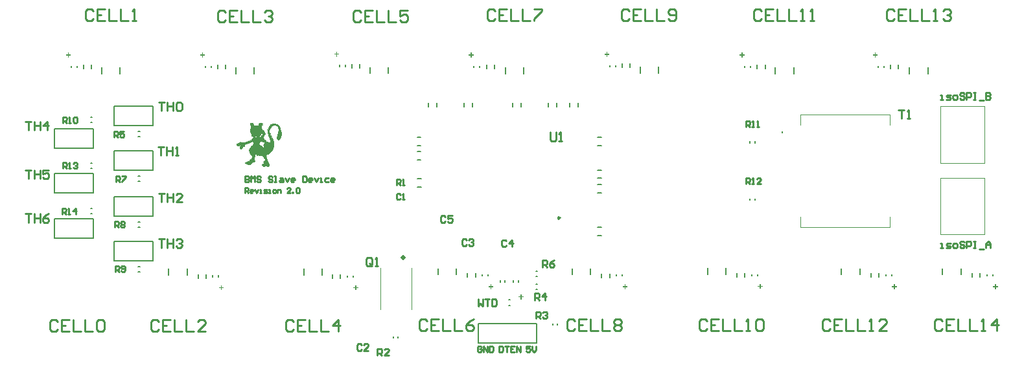
<source format=gto>
G04*
G04 #@! TF.GenerationSoftware,Altium Limited,Altium Designer,21.2.2 (38)*
G04*
G04 Layer_Color=65535*
%FSLAX25Y25*%
%MOIN*%
G70*
G04*
G04 #@! TF.SameCoordinates,7E302BD7-B57C-4E89-9E1E-63AC0990036A*
G04*
G04*
G04 #@! TF.FilePolarity,Positive*
G04*
G01*
G75*
%ADD10C,0.00984*%
%ADD11C,0.01181*%
%ADD12C,0.00787*%
%ADD13C,0.00394*%
%ADD14C,0.01000*%
G36*
X125628Y142536D02*
X125684D01*
Y142479D01*
X125742D01*
Y142422D01*
X125684D01*
Y142365D01*
X125742D01*
Y142308D01*
X125799D01*
Y142251D01*
X125856D01*
Y142194D01*
X125913D01*
Y142137D01*
X125970D01*
Y142194D01*
X125913D01*
Y142251D01*
X125970D01*
Y142194D01*
X126027D01*
Y142137D01*
X126084D01*
Y142080D01*
X126027D01*
Y142023D01*
X126084D01*
Y141966D01*
X126141D01*
Y141909D01*
X126198D01*
Y141851D01*
X126141D01*
Y141909D01*
X126084D01*
Y141966D01*
X126027D01*
Y141909D01*
X126084D01*
Y141851D01*
X126027D01*
Y141794D01*
X126084D01*
Y141737D01*
X126141D01*
Y141680D01*
X126198D01*
Y141623D01*
X126141D01*
Y141680D01*
X126084D01*
Y141737D01*
X126027D01*
Y141680D01*
X126084D01*
Y141623D01*
X126027D01*
Y141566D01*
X126084D01*
Y141509D01*
X126141D01*
Y141452D01*
X126198D01*
Y141395D01*
X126141D01*
Y141452D01*
X126084D01*
Y141509D01*
X126027D01*
Y141452D01*
X126084D01*
Y141395D01*
X126027D01*
Y141338D01*
X126084D01*
Y141281D01*
X126141D01*
Y141224D01*
X126198D01*
Y141167D01*
X126141D01*
Y141224D01*
X126084D01*
Y141281D01*
X126027D01*
Y141224D01*
X126084D01*
Y141167D01*
X126027D01*
Y141110D01*
X126084D01*
Y141053D01*
X126027D01*
Y141110D01*
X125970D01*
Y141167D01*
X125913D01*
Y141110D01*
X125970D01*
Y141053D01*
X125913D01*
Y141110D01*
X125856D01*
Y141167D01*
X125799D01*
Y141110D01*
X125856D01*
Y141053D01*
X125799D01*
Y141110D01*
X125742D01*
Y141053D01*
X125684D01*
Y140996D01*
X125742D01*
Y140939D01*
X125684D01*
Y140882D01*
X125742D01*
Y140825D01*
X125684D01*
Y140768D01*
X125742D01*
Y140711D01*
X125799D01*
Y140654D01*
X125856D01*
Y140596D01*
X125799D01*
Y140654D01*
X125742D01*
Y140711D01*
X125684D01*
Y140654D01*
X125742D01*
Y140596D01*
X125684D01*
Y140540D01*
X125742D01*
Y140482D01*
X125799D01*
Y140425D01*
X125742D01*
Y140482D01*
X125684D01*
Y140425D01*
X125742D01*
Y140368D01*
X125684D01*
Y140311D01*
X125742D01*
Y140254D01*
X125799D01*
Y140197D01*
X125856D01*
Y140140D01*
X125799D01*
Y140197D01*
X125742D01*
Y140254D01*
X125684D01*
Y140197D01*
X125742D01*
Y140140D01*
X125684D01*
Y140083D01*
X125742D01*
Y140026D01*
X125799D01*
Y139969D01*
X125742D01*
Y140026D01*
X125684D01*
Y139969D01*
X125742D01*
Y139912D01*
X125684D01*
Y139855D01*
X125742D01*
Y139798D01*
X125799D01*
Y139741D01*
X125856D01*
Y139684D01*
X125799D01*
Y139741D01*
X125742D01*
Y139798D01*
X125684D01*
Y139741D01*
X125742D01*
Y139684D01*
X125684D01*
Y139627D01*
X125742D01*
Y139570D01*
X125799D01*
Y139513D01*
X125742D01*
Y139570D01*
X125684D01*
Y139513D01*
X125742D01*
Y139456D01*
X125684D01*
Y139399D01*
X125742D01*
Y139342D01*
X125799D01*
Y139285D01*
X125970D01*
Y139227D01*
X126027D01*
Y139171D01*
X126084D01*
Y139113D01*
X126027D01*
Y139056D01*
X126084D01*
Y138999D01*
X126141D01*
Y138942D01*
X126198D01*
Y138885D01*
X126141D01*
Y138942D01*
X126084D01*
Y138999D01*
X126027D01*
Y138942D01*
X126084D01*
Y138885D01*
X126027D01*
Y138828D01*
X126084D01*
Y138771D01*
X126141D01*
Y138714D01*
X126198D01*
Y138771D01*
X126141D01*
Y138828D01*
X126198D01*
Y138771D01*
X126255D01*
Y138714D01*
X126312D01*
Y138771D01*
X126255D01*
Y138828D01*
X126312D01*
Y138771D01*
X126369D01*
Y138714D01*
X126426D01*
Y138657D01*
X126483D01*
Y138600D01*
X126540D01*
Y138543D01*
X126483D01*
Y138600D01*
X126426D01*
Y138657D01*
X126369D01*
Y138600D01*
X126426D01*
Y138543D01*
X126369D01*
Y138486D01*
X126426D01*
Y138429D01*
X126483D01*
Y138372D01*
X126540D01*
Y138429D01*
X126483D01*
Y138486D01*
X126540D01*
Y138429D01*
X126597D01*
Y138372D01*
X126654D01*
Y138429D01*
X126597D01*
Y138486D01*
X126654D01*
Y138429D01*
X126711D01*
Y138372D01*
X126768D01*
Y138315D01*
X126825D01*
Y138258D01*
X126882D01*
Y138201D01*
X126825D01*
Y138258D01*
X126768D01*
Y138315D01*
X126711D01*
Y138258D01*
X126768D01*
Y138201D01*
X126825D01*
Y138144D01*
X126882D01*
Y138087D01*
X126825D01*
Y138144D01*
X126768D01*
Y138201D01*
X126711D01*
Y138144D01*
X126768D01*
Y138087D01*
X126825D01*
Y138030D01*
X126997D01*
Y137973D01*
X127053D01*
Y137916D01*
X127111D01*
Y137858D01*
X127168D01*
Y137801D01*
X127225D01*
Y137744D01*
X127168D01*
Y137801D01*
X127111D01*
Y137858D01*
X127053D01*
Y137801D01*
X127111D01*
Y137744D01*
X127168D01*
Y137687D01*
X127225D01*
Y137630D01*
X127168D01*
Y137687D01*
X127111D01*
Y137630D01*
X127168D01*
Y137573D01*
X127225D01*
Y137516D01*
X127168D01*
Y137459D01*
X127225D01*
Y137402D01*
X127168D01*
Y137459D01*
X127111D01*
Y137402D01*
X127168D01*
Y137345D01*
X127225D01*
Y137288D01*
X127282D01*
Y137231D01*
X127339D01*
Y137288D01*
X127282D01*
Y137345D01*
X127339D01*
Y137288D01*
X127396D01*
Y137231D01*
X127453D01*
Y137174D01*
X127510D01*
Y137117D01*
X127567D01*
Y137060D01*
X127510D01*
Y137117D01*
X127453D01*
Y137060D01*
X127510D01*
Y137003D01*
X127567D01*
Y136946D01*
X127510D01*
Y137003D01*
X127453D01*
Y137060D01*
X127396D01*
Y137003D01*
X127453D01*
Y136946D01*
X127510D01*
Y136889D01*
X127567D01*
Y136832D01*
X127510D01*
Y136889D01*
X127453D01*
Y136832D01*
X127510D01*
Y136775D01*
X127567D01*
Y136718D01*
X127510D01*
Y136775D01*
X127453D01*
Y136832D01*
X127396D01*
Y136775D01*
X127453D01*
Y136718D01*
X127510D01*
Y136661D01*
X127567D01*
Y136604D01*
X127510D01*
Y136661D01*
X127453D01*
Y136604D01*
X127510D01*
Y136547D01*
X127567D01*
Y136489D01*
X127510D01*
Y136547D01*
X127453D01*
Y136604D01*
X127396D01*
Y136547D01*
X127453D01*
Y136489D01*
X127510D01*
Y136432D01*
X127567D01*
Y136375D01*
X127510D01*
Y136432D01*
X127453D01*
Y136375D01*
X127510D01*
Y136318D01*
X127453D01*
Y136375D01*
X127396D01*
Y136318D01*
X127453D01*
Y136261D01*
X127396D01*
Y136204D01*
X127453D01*
Y136147D01*
X127396D01*
Y136204D01*
X127339D01*
Y136261D01*
X127282D01*
Y136204D01*
X127339D01*
Y136147D01*
X127282D01*
Y136204D01*
X127225D01*
Y136261D01*
X127168D01*
Y136204D01*
X127225D01*
Y136147D01*
X127168D01*
Y136090D01*
X127225D01*
Y136033D01*
X127168D01*
Y136090D01*
X127111D01*
Y136033D01*
X127168D01*
Y135976D01*
X127225D01*
Y135919D01*
X127168D01*
Y135976D01*
X127111D01*
Y136033D01*
X127053D01*
Y135976D01*
X127111D01*
Y135919D01*
X127168D01*
Y135862D01*
X127225D01*
Y135805D01*
X127168D01*
Y135862D01*
X127111D01*
Y135805D01*
X127168D01*
Y135748D01*
X127225D01*
Y135691D01*
X127168D01*
Y135634D01*
X127225D01*
Y135577D01*
X127168D01*
Y135634D01*
X127111D01*
Y135577D01*
X127053D01*
Y135520D01*
X127111D01*
Y135463D01*
X127053D01*
Y135520D01*
X126997D01*
Y135577D01*
X126939D01*
Y135520D01*
X126997D01*
Y135463D01*
X126939D01*
Y135520D01*
X126882D01*
Y135577D01*
X126825D01*
Y135520D01*
X126882D01*
Y135463D01*
X126825D01*
Y135406D01*
X126882D01*
Y135349D01*
X126825D01*
Y135406D01*
X126768D01*
Y135463D01*
X126711D01*
Y135406D01*
X126768D01*
Y135349D01*
X126825D01*
Y135292D01*
X126882D01*
Y135234D01*
X126825D01*
Y135292D01*
X126768D01*
Y135349D01*
X126711D01*
Y135292D01*
X126768D01*
Y135234D01*
X126825D01*
Y135178D01*
X126768D01*
Y135234D01*
X126711D01*
Y135178D01*
X126768D01*
Y135120D01*
X126825D01*
Y135063D01*
X126882D01*
Y135006D01*
X126825D01*
Y135063D01*
X126768D01*
Y135120D01*
X126711D01*
Y135063D01*
X126768D01*
Y135006D01*
X126825D01*
Y134949D01*
X126882D01*
Y134892D01*
X126825D01*
Y134949D01*
X126768D01*
Y135006D01*
X126711D01*
Y134949D01*
X126768D01*
Y134892D01*
X126825D01*
Y134835D01*
X126882D01*
Y134778D01*
X126825D01*
Y134835D01*
X126768D01*
Y134892D01*
X126711D01*
Y134835D01*
X126768D01*
Y134778D01*
X126825D01*
Y134721D01*
X126768D01*
Y134778D01*
X126711D01*
Y134721D01*
X126768D01*
Y134664D01*
X126825D01*
Y134607D01*
X126882D01*
Y134550D01*
X126825D01*
Y134607D01*
X126768D01*
Y134664D01*
X126711D01*
Y134607D01*
X126768D01*
Y134550D01*
X126825D01*
Y134493D01*
X126768D01*
Y134550D01*
X126711D01*
Y134493D01*
X126768D01*
Y134436D01*
X126825D01*
Y134379D01*
X126882D01*
Y134322D01*
X126825D01*
Y134379D01*
X126768D01*
Y134436D01*
X126711D01*
Y134379D01*
X126768D01*
Y134322D01*
X126825D01*
Y134265D01*
X126768D01*
Y134322D01*
X126711D01*
Y134265D01*
X126768D01*
Y134208D01*
X126825D01*
Y134151D01*
X126882D01*
Y134094D01*
X126825D01*
Y134151D01*
X126768D01*
Y134208D01*
X126711D01*
Y134151D01*
X126768D01*
Y134094D01*
X126825D01*
Y134037D01*
X126882D01*
Y133980D01*
X126825D01*
Y134037D01*
X126768D01*
Y134094D01*
X126711D01*
Y134037D01*
X126768D01*
Y133980D01*
X126825D01*
Y133923D01*
X126882D01*
Y133865D01*
X126825D01*
Y133923D01*
X126768D01*
Y133980D01*
X126711D01*
Y133923D01*
X126768D01*
Y133865D01*
X126825D01*
Y133809D01*
X126882D01*
Y133751D01*
X126825D01*
Y133809D01*
X126768D01*
Y133865D01*
X126711D01*
Y133809D01*
X126768D01*
Y133751D01*
X126825D01*
Y133694D01*
X126997D01*
Y133637D01*
X127053D01*
Y133694D01*
X127225D01*
Y133637D01*
X127282D01*
Y133694D01*
X127225D01*
Y133751D01*
X127168D01*
Y133809D01*
X127225D01*
Y133751D01*
X127282D01*
Y133694D01*
X127453D01*
Y133637D01*
X127510D01*
Y133580D01*
X127453D01*
Y133637D01*
X127396D01*
Y133580D01*
X127453D01*
Y133523D01*
X127510D01*
Y133466D01*
X127567D01*
Y133409D01*
X127624D01*
Y133352D01*
X127681D01*
Y133295D01*
X127738D01*
Y133238D01*
X127795D01*
Y133295D01*
X127738D01*
Y133352D01*
X127795D01*
Y133295D01*
X127852D01*
Y133238D01*
X127909D01*
Y133181D01*
X127852D01*
Y133124D01*
X127909D01*
Y133067D01*
X127852D01*
Y133124D01*
X127795D01*
Y133067D01*
X127852D01*
Y133010D01*
X127909D01*
Y132953D01*
X127966D01*
Y132896D01*
X128023D01*
Y132953D01*
X127966D01*
Y133010D01*
X128023D01*
Y132953D01*
X128080D01*
Y132896D01*
X128137D01*
Y132953D01*
X128080D01*
Y133010D01*
X128137D01*
Y132953D01*
X128194D01*
Y132896D01*
X128251D01*
Y132953D01*
X128194D01*
Y133010D01*
X128251D01*
Y132953D01*
X128308D01*
Y132896D01*
X128366D01*
Y132953D01*
X128308D01*
Y133010D01*
X128366D01*
Y132953D01*
X128423D01*
Y132896D01*
X128480D01*
Y132953D01*
X128423D01*
Y133010D01*
X128480D01*
Y132953D01*
X128537D01*
Y132896D01*
X128594D01*
Y132953D01*
X128537D01*
Y133010D01*
X128594D01*
Y132953D01*
X128651D01*
Y132896D01*
X128708D01*
Y132953D01*
X128651D01*
Y133010D01*
X128708D01*
Y132953D01*
X128765D01*
Y132896D01*
X128822D01*
Y132953D01*
X128765D01*
Y133010D01*
X128822D01*
Y132953D01*
X128879D01*
Y132896D01*
X128936D01*
Y132839D01*
X128879D01*
Y132782D01*
X128936D01*
Y132725D01*
X128879D01*
Y132668D01*
X128936D01*
Y132611D01*
X128993D01*
Y132554D01*
X129050D01*
Y132611D01*
X128993D01*
Y132668D01*
X129050D01*
Y132611D01*
X129107D01*
Y132554D01*
X129164D01*
Y132611D01*
X129107D01*
Y132668D01*
X129164D01*
Y132611D01*
X129221D01*
Y132554D01*
X129278D01*
Y132497D01*
X129335D01*
Y132439D01*
X129392D01*
Y132382D01*
X129449D01*
Y132439D01*
X129392D01*
Y132497D01*
X129335D01*
Y132554D01*
X129392D01*
Y132497D01*
X129449D01*
Y132439D01*
X129506D01*
Y132497D01*
X129563D01*
Y132439D01*
X129620D01*
Y132497D01*
X129563D01*
Y132554D01*
X129620D01*
Y132611D01*
X129677D01*
Y132554D01*
X129735D01*
Y132611D01*
X129677D01*
Y132668D01*
X129735D01*
Y132725D01*
X129677D01*
Y132782D01*
X129735D01*
Y132725D01*
X129792D01*
Y132668D01*
X129849D01*
Y132725D01*
X129792D01*
Y132782D01*
X129735D01*
Y132839D01*
X129677D01*
Y132896D01*
X129735D01*
Y132839D01*
X129792D01*
Y132782D01*
X129849D01*
Y132839D01*
X129792D01*
Y132896D01*
X129735D01*
Y132953D01*
X129792D01*
Y132896D01*
X129849D01*
Y132953D01*
X129792D01*
Y133010D01*
X129735D01*
Y133067D01*
X129677D01*
Y133124D01*
X129735D01*
Y133067D01*
X129792D01*
Y133010D01*
X129849D01*
Y133067D01*
X129792D01*
Y133124D01*
X129735D01*
Y133181D01*
X129677D01*
Y133238D01*
X129735D01*
Y133181D01*
X129792D01*
Y133124D01*
X129849D01*
Y133181D01*
X129792D01*
Y133238D01*
X129735D01*
Y133295D01*
X129677D01*
Y133352D01*
X129735D01*
Y133295D01*
X129792D01*
Y133238D01*
X129849D01*
Y133295D01*
X129792D01*
Y133352D01*
X129735D01*
Y133409D01*
X129792D01*
Y133352D01*
X129849D01*
Y133409D01*
X129792D01*
Y133466D01*
X129735D01*
Y133523D01*
X129677D01*
Y133580D01*
X129735D01*
Y133523D01*
X129792D01*
Y133466D01*
X129849D01*
Y133523D01*
X129792D01*
Y133580D01*
X129735D01*
Y133637D01*
X129677D01*
Y133694D01*
X129620D01*
Y133751D01*
X129563D01*
Y133809D01*
X129620D01*
Y133751D01*
X129677D01*
Y133694D01*
X129735D01*
Y133637D01*
X129792D01*
Y133580D01*
X129849D01*
Y133637D01*
X129792D01*
Y133694D01*
X129735D01*
Y133751D01*
X129677D01*
Y133809D01*
X129620D01*
Y133865D01*
X129563D01*
Y133923D01*
X129620D01*
Y133980D01*
X129563D01*
Y134037D01*
X129620D01*
Y134094D01*
X129563D01*
Y134151D01*
X129620D01*
Y134208D01*
X129563D01*
Y134265D01*
X129620D01*
Y134322D01*
X129563D01*
Y134379D01*
X129620D01*
Y134436D01*
X129563D01*
Y134493D01*
X129620D01*
Y134550D01*
X129563D01*
Y134607D01*
X129620D01*
Y134664D01*
X129563D01*
Y134721D01*
X129506D01*
Y134778D01*
X129449D01*
Y134721D01*
X129506D01*
Y134664D01*
X129449D01*
Y134721D01*
X129392D01*
Y134778D01*
X129335D01*
Y134835D01*
X129278D01*
Y134892D01*
X129221D01*
Y134949D01*
X129278D01*
Y135006D01*
X129221D01*
Y135063D01*
X129278D01*
Y135120D01*
X129221D01*
Y135178D01*
X129278D01*
Y135234D01*
X129221D01*
Y135292D01*
X129278D01*
Y135349D01*
X129221D01*
Y135406D01*
X129164D01*
Y135463D01*
X129107D01*
Y135520D01*
X129050D01*
Y135577D01*
X128993D01*
Y135520D01*
X129050D01*
Y135463D01*
X128993D01*
Y135520D01*
X128936D01*
Y135577D01*
X128879D01*
Y135634D01*
X128936D01*
Y135691D01*
X128879D01*
Y135748D01*
X128936D01*
Y135805D01*
X128879D01*
Y135862D01*
X128936D01*
Y135919D01*
X128879D01*
Y135976D01*
X128936D01*
Y136033D01*
X128879D01*
Y136090D01*
X128936D01*
Y136147D01*
X128879D01*
Y136204D01*
X128936D01*
Y136261D01*
X128879D01*
Y136318D01*
X128936D01*
Y136375D01*
X128879D01*
Y136432D01*
X128936D01*
Y136489D01*
X128879D01*
Y136547D01*
X128822D01*
Y136604D01*
X128765D01*
Y136547D01*
X128822D01*
Y136489D01*
X128765D01*
Y136547D01*
X128708D01*
Y136604D01*
X128537D01*
Y136661D01*
X128594D01*
Y136718D01*
X128537D01*
Y136775D01*
X128594D01*
Y136832D01*
X128537D01*
Y136889D01*
X128594D01*
Y136946D01*
X128537D01*
Y137003D01*
X128480D01*
Y137060D01*
X128423D01*
Y137117D01*
X128480D01*
Y137060D01*
X128537D01*
Y137003D01*
X128594D01*
Y137060D01*
X128537D01*
Y137117D01*
X128594D01*
Y137174D01*
X128537D01*
Y137231D01*
X128594D01*
Y137288D01*
X128537D01*
Y137345D01*
X128594D01*
Y137402D01*
X128537D01*
Y137459D01*
X128480D01*
Y137516D01*
X128423D01*
Y137573D01*
X128480D01*
Y137516D01*
X128537D01*
Y137459D01*
X128594D01*
Y137516D01*
X128537D01*
Y137573D01*
X128594D01*
Y137630D01*
X128537D01*
Y137687D01*
X128594D01*
Y137744D01*
X128537D01*
Y137801D01*
X128594D01*
Y137858D01*
X128537D01*
Y137916D01*
X128480D01*
Y137973D01*
X128423D01*
Y138030D01*
X128480D01*
Y137973D01*
X128537D01*
Y137916D01*
X128594D01*
Y137973D01*
X128537D01*
Y138030D01*
X128594D01*
Y138087D01*
X128537D01*
Y138144D01*
X128594D01*
Y138201D01*
X128537D01*
Y138258D01*
X128594D01*
Y138315D01*
X128537D01*
Y138372D01*
X128480D01*
Y138429D01*
X128423D01*
Y138486D01*
X128480D01*
Y138429D01*
X128537D01*
Y138372D01*
X128594D01*
Y138429D01*
X128537D01*
Y138486D01*
X128594D01*
Y138543D01*
X128537D01*
Y138600D01*
X128594D01*
Y138657D01*
X128537D01*
Y138714D01*
X128594D01*
Y138771D01*
X128537D01*
Y138828D01*
X128480D01*
Y138885D01*
X128423D01*
Y138942D01*
X128480D01*
Y138885D01*
X128537D01*
Y138828D01*
X128594D01*
Y138885D01*
X128537D01*
Y138942D01*
X128594D01*
Y138999D01*
X128537D01*
Y139056D01*
X128594D01*
Y139113D01*
X128537D01*
Y139171D01*
X128594D01*
Y139113D01*
X128651D01*
Y139056D01*
X128708D01*
Y139113D01*
X128651D01*
Y139171D01*
X128708D01*
Y139113D01*
X128765D01*
Y139056D01*
X128822D01*
Y139113D01*
X128765D01*
Y139171D01*
X128822D01*
Y139113D01*
X128879D01*
Y139171D01*
X128936D01*
Y139227D01*
X128879D01*
Y139285D01*
X128936D01*
Y139342D01*
X128879D01*
Y139399D01*
X128936D01*
Y139456D01*
X128879D01*
Y139513D01*
X128936D01*
Y139570D01*
X128879D01*
Y139627D01*
X128936D01*
Y139684D01*
X128879D01*
Y139741D01*
X128936D01*
Y139798D01*
X128879D01*
Y139855D01*
X128936D01*
Y139912D01*
X128879D01*
Y139969D01*
X128936D01*
Y139912D01*
X128993D01*
Y139969D01*
X128936D01*
Y140026D01*
X128879D01*
Y140083D01*
X128936D01*
Y140026D01*
X128993D01*
Y139969D01*
X129050D01*
Y140026D01*
X128993D01*
Y140083D01*
X129050D01*
Y140026D01*
X129107D01*
Y139969D01*
X129164D01*
Y140026D01*
X129107D01*
Y140083D01*
X129164D01*
Y140026D01*
X129221D01*
Y139969D01*
X129278D01*
Y140026D01*
X129221D01*
Y140083D01*
X129278D01*
Y140140D01*
X129221D01*
Y140197D01*
X129278D01*
Y140254D01*
X129221D01*
Y140311D01*
X129278D01*
Y140368D01*
X129221D01*
Y140425D01*
X129278D01*
Y140482D01*
X129221D01*
Y140540D01*
X129278D01*
Y140596D01*
X129221D01*
Y140654D01*
X129278D01*
Y140711D01*
X129221D01*
Y140768D01*
X129278D01*
Y140711D01*
X129335D01*
Y140768D01*
X129392D01*
Y140711D01*
X129449D01*
Y140654D01*
X129506D01*
Y140711D01*
X129449D01*
Y140768D01*
X129506D01*
Y140711D01*
X129563D01*
Y140768D01*
X129620D01*
Y140825D01*
X129563D01*
Y140882D01*
X129620D01*
Y140939D01*
X129563D01*
Y140996D01*
X129620D01*
Y141053D01*
X129563D01*
Y141110D01*
X129620D01*
Y141053D01*
X129677D01*
Y140996D01*
X129735D01*
Y141053D01*
X129677D01*
Y141110D01*
X129735D01*
Y141167D01*
X129677D01*
Y141224D01*
X129735D01*
Y141167D01*
X129792D01*
Y141224D01*
X129735D01*
Y141281D01*
X129677D01*
Y141338D01*
X129735D01*
Y141281D01*
X129792D01*
Y141224D01*
X129849D01*
Y141281D01*
X129792D01*
Y141338D01*
X129735D01*
Y141395D01*
X129792D01*
Y141338D01*
X129849D01*
Y141395D01*
X129792D01*
Y141452D01*
X129963D01*
Y141395D01*
X130020D01*
Y141452D01*
X129963D01*
Y141509D01*
X129906D01*
Y141566D01*
X129963D01*
Y141509D01*
X130020D01*
Y141452D01*
X130077D01*
Y141509D01*
X130134D01*
Y141452D01*
X130191D01*
Y141509D01*
X130134D01*
Y141566D01*
X130077D01*
Y141623D01*
X130020D01*
Y141680D01*
X130077D01*
Y141623D01*
X130134D01*
Y141566D01*
X130191D01*
Y141623D01*
X130134D01*
Y141680D01*
X130191D01*
Y141737D01*
X130134D01*
Y141794D01*
X130191D01*
Y141851D01*
X130248D01*
Y141794D01*
X130305D01*
Y141851D01*
X130248D01*
Y141909D01*
X130305D01*
Y141851D01*
X130362D01*
Y141794D01*
X130419D01*
Y141851D01*
X130476D01*
Y141794D01*
X130533D01*
Y141851D01*
X130476D01*
Y141909D01*
X130533D01*
Y141851D01*
X130590D01*
Y141794D01*
X130647D01*
Y141851D01*
X130590D01*
Y141909D01*
X130647D01*
Y141851D01*
X130704D01*
Y141794D01*
X130761D01*
Y141851D01*
X130704D01*
Y141909D01*
X130761D01*
Y141851D01*
X130818D01*
Y141794D01*
X130875D01*
Y141851D01*
X130818D01*
Y141909D01*
X130875D01*
Y141966D01*
X130818D01*
Y142023D01*
X130761D01*
Y142080D01*
X130704D01*
Y142137D01*
X130761D01*
Y142080D01*
X130818D01*
Y142023D01*
X130875D01*
Y142080D01*
X130818D01*
Y142137D01*
X130875D01*
Y142194D01*
X130818D01*
Y142251D01*
X130875D01*
Y142194D01*
X130932D01*
Y142137D01*
X130990D01*
Y142194D01*
X130932D01*
Y142251D01*
X130990D01*
Y142194D01*
X131046D01*
Y142137D01*
X131104D01*
Y142194D01*
X131046D01*
Y142251D01*
X131104D01*
Y142194D01*
X131161D01*
Y142137D01*
X131218D01*
Y142194D01*
X131161D01*
Y142251D01*
X131218D01*
Y142194D01*
X131275D01*
Y142137D01*
X131332D01*
Y142194D01*
X131275D01*
Y142251D01*
X131332D01*
Y142194D01*
X131389D01*
Y142137D01*
X131446D01*
Y142194D01*
X131389D01*
Y142251D01*
X131446D01*
Y142194D01*
X131503D01*
Y142137D01*
X131560D01*
Y142194D01*
X131503D01*
Y142251D01*
X131560D01*
Y142194D01*
X131617D01*
Y142137D01*
X131674D01*
Y142194D01*
X131617D01*
Y142251D01*
X131674D01*
Y142194D01*
X131731D01*
Y142137D01*
X131788D01*
Y142194D01*
X131731D01*
Y142251D01*
X131788D01*
Y142194D01*
X131845D01*
Y142137D01*
X131902D01*
Y142194D01*
X131845D01*
Y142251D01*
X131902D01*
Y142194D01*
X131959D01*
Y142137D01*
X132016D01*
Y142194D01*
X131959D01*
Y142251D01*
X132016D01*
Y142194D01*
X132073D01*
Y142137D01*
X132130D01*
Y142194D01*
X132073D01*
Y142251D01*
X132130D01*
Y142194D01*
X132187D01*
Y142137D01*
X132244D01*
Y142194D01*
X132187D01*
Y142251D01*
X132244D01*
Y142194D01*
X132301D01*
Y142137D01*
X132359D01*
Y142194D01*
X132301D01*
Y142251D01*
X132359D01*
Y142194D01*
X132415D01*
Y142137D01*
X132473D01*
Y142194D01*
X132415D01*
Y142251D01*
X132473D01*
Y142194D01*
X132530D01*
Y142137D01*
X132587D01*
Y142194D01*
X132530D01*
Y142251D01*
X132587D01*
Y142194D01*
X132644D01*
Y142137D01*
X132701D01*
Y142194D01*
X132644D01*
Y142251D01*
X132701D01*
Y142194D01*
X132758D01*
Y142137D01*
X132815D01*
Y142194D01*
X132758D01*
Y142251D01*
X132815D01*
Y142194D01*
X132872D01*
Y142137D01*
X132929D01*
Y142080D01*
X132872D01*
Y142023D01*
X132929D01*
Y141966D01*
X132872D01*
Y141909D01*
X132929D01*
Y141851D01*
X132986D01*
Y141794D01*
X133043D01*
Y141851D01*
X132986D01*
Y141909D01*
X133043D01*
Y141851D01*
X133100D01*
Y141794D01*
X133157D01*
Y141851D01*
X133214D01*
Y141794D01*
X133271D01*
Y141851D01*
X133214D01*
Y141909D01*
X133271D01*
Y141851D01*
X133328D01*
Y141794D01*
X133385D01*
Y141851D01*
X133328D01*
Y141909D01*
X133385D01*
Y141851D01*
X133442D01*
Y141794D01*
X133499D01*
Y141851D01*
X133442D01*
Y141909D01*
X133499D01*
Y141851D01*
X133556D01*
Y141794D01*
X133613D01*
Y141851D01*
X133670D01*
Y141794D01*
X133728D01*
Y141851D01*
X133670D01*
Y141909D01*
X133728D01*
Y141851D01*
X133784D01*
Y141794D01*
X133842D01*
Y141851D01*
X133784D01*
Y141909D01*
X133842D01*
Y141851D01*
X133899D01*
Y141794D01*
X133956D01*
Y141737D01*
X133899D01*
Y141680D01*
X133956D01*
Y141623D01*
X134013D01*
Y141566D01*
X134070D01*
Y141509D01*
X134127D01*
Y141452D01*
X134298D01*
Y141395D01*
X134355D01*
Y141338D01*
X134298D01*
Y141395D01*
X134241D01*
Y141338D01*
X134298D01*
Y141281D01*
X134355D01*
Y141224D01*
X134412D01*
Y141167D01*
X134469D01*
Y141110D01*
X134526D01*
Y141053D01*
X134583D01*
Y140996D01*
X134640D01*
Y141053D01*
X134583D01*
Y141110D01*
X134640D01*
Y141053D01*
X134697D01*
Y140996D01*
X134754D01*
Y140939D01*
X134697D01*
Y140882D01*
X134754D01*
Y140825D01*
X134697D01*
Y140882D01*
X134640D01*
Y140825D01*
X134697D01*
Y140768D01*
X134754D01*
Y140711D01*
X134811D01*
Y140768D01*
X134868D01*
Y140711D01*
X134925D01*
Y140654D01*
X134982D01*
Y140711D01*
X134925D01*
Y140768D01*
X134982D01*
Y140711D01*
X135039D01*
Y140654D01*
X135097D01*
Y140596D01*
X135039D01*
Y140540D01*
X135097D01*
Y140482D01*
X135039D01*
Y140540D01*
X134982D01*
Y140482D01*
X135039D01*
Y140425D01*
X135097D01*
Y140368D01*
X135039D01*
Y140311D01*
X135097D01*
Y140254D01*
X135039D01*
Y140197D01*
X135097D01*
Y140140D01*
X135039D01*
Y140083D01*
X135097D01*
Y140026D01*
X135154D01*
Y139969D01*
X135211D01*
Y140026D01*
X135154D01*
Y140083D01*
X135211D01*
Y140026D01*
X135268D01*
Y139969D01*
X135325D01*
Y139912D01*
X135382D01*
Y139855D01*
X135439D01*
Y139798D01*
X135382D01*
Y139741D01*
X135439D01*
Y139684D01*
X135382D01*
Y139741D01*
X135325D01*
Y139684D01*
X135382D01*
Y139627D01*
X135439D01*
Y139570D01*
X135382D01*
Y139513D01*
X135439D01*
Y139456D01*
X135382D01*
Y139513D01*
X135325D01*
Y139456D01*
X135382D01*
Y139399D01*
X135439D01*
Y139342D01*
X135382D01*
Y139285D01*
X135439D01*
Y139227D01*
X135382D01*
Y139171D01*
X135439D01*
Y139113D01*
X135382D01*
Y139056D01*
X135439D01*
Y138999D01*
X135382D01*
Y139056D01*
X135325D01*
Y138999D01*
X135382D01*
Y138942D01*
X135439D01*
Y138885D01*
X135382D01*
Y138828D01*
X135439D01*
Y138771D01*
X135496D01*
Y138714D01*
X135553D01*
Y138771D01*
X135610D01*
Y138714D01*
X135667D01*
Y138657D01*
X135724D01*
Y138600D01*
X135781D01*
Y138543D01*
X135724D01*
Y138486D01*
X135781D01*
Y138429D01*
X135724D01*
Y138372D01*
X135781D01*
Y138315D01*
X135724D01*
Y138258D01*
X135781D01*
Y138201D01*
X135724D01*
Y138144D01*
X135781D01*
Y138087D01*
X135724D01*
Y138030D01*
X135781D01*
Y137973D01*
X135724D01*
Y137916D01*
X135781D01*
Y137858D01*
X135724D01*
Y137801D01*
X135781D01*
Y137744D01*
X135838D01*
Y137687D01*
X135895D01*
Y137630D01*
X135952D01*
Y137573D01*
X136009D01*
Y137630D01*
X135952D01*
Y137687D01*
X136009D01*
Y137630D01*
X136066D01*
Y137573D01*
X136123D01*
Y137516D01*
X136066D01*
Y137459D01*
X136123D01*
Y137402D01*
X136066D01*
Y137345D01*
X136123D01*
Y137288D01*
X136066D01*
Y137231D01*
X136123D01*
Y137174D01*
X136066D01*
Y137117D01*
X136123D01*
Y137060D01*
X136066D01*
Y137003D01*
X136123D01*
Y136946D01*
X136066D01*
Y136889D01*
X136123D01*
Y136832D01*
X136066D01*
Y136775D01*
X136123D01*
Y136718D01*
X136066D01*
Y136661D01*
X136123D01*
Y136604D01*
X136066D01*
Y136547D01*
X136123D01*
Y136489D01*
X136066D01*
Y136432D01*
X136123D01*
Y136375D01*
X136066D01*
Y136318D01*
X136123D01*
Y136261D01*
X136066D01*
Y136204D01*
X136123D01*
Y136147D01*
X136066D01*
Y136090D01*
X136123D01*
Y136033D01*
X136066D01*
Y135976D01*
X136123D01*
Y135919D01*
X136066D01*
Y135862D01*
X136123D01*
Y135805D01*
X136066D01*
Y135862D01*
X136009D01*
Y135919D01*
X135952D01*
Y135862D01*
X136009D01*
Y135805D01*
X135952D01*
Y135862D01*
X135895D01*
Y135919D01*
X135838D01*
Y135862D01*
X135895D01*
Y135805D01*
X135838D01*
Y135862D01*
X135781D01*
Y135805D01*
X135724D01*
Y135748D01*
X135781D01*
Y135691D01*
X135724D01*
Y135634D01*
X135781D01*
Y135577D01*
X135724D01*
Y135520D01*
X135781D01*
Y135463D01*
X135724D01*
Y135406D01*
X135781D01*
Y135349D01*
X135724D01*
Y135292D01*
X135781D01*
Y135234D01*
X135724D01*
Y135178D01*
X135781D01*
Y135120D01*
X135724D01*
Y135063D01*
X135781D01*
Y135006D01*
X135724D01*
Y134949D01*
X135781D01*
Y134892D01*
X135724D01*
Y134835D01*
X135781D01*
Y134778D01*
X135724D01*
Y134835D01*
X135667D01*
Y134778D01*
X135610D01*
Y134721D01*
X135553D01*
Y134778D01*
X135496D01*
Y134721D01*
X135439D01*
Y134778D01*
X135382D01*
Y134721D01*
X135439D01*
Y134664D01*
X135382D01*
Y134607D01*
X135439D01*
Y134550D01*
X135382D01*
Y134493D01*
X135439D01*
Y134436D01*
X135382D01*
Y134493D01*
X135325D01*
Y134436D01*
X135382D01*
Y134379D01*
X135439D01*
Y134322D01*
X135382D01*
Y134265D01*
X135439D01*
Y134208D01*
X135382D01*
Y134151D01*
X135439D01*
Y134094D01*
X135382D01*
Y134037D01*
X135325D01*
Y134094D01*
X135268D01*
Y134037D01*
X135211D01*
Y134094D01*
X135154D01*
Y134037D01*
X135211D01*
Y133980D01*
X135154D01*
Y134037D01*
X135097D01*
Y134094D01*
X135039D01*
Y134037D01*
X135097D01*
Y133980D01*
X135039D01*
Y133923D01*
X135097D01*
Y133865D01*
X135039D01*
Y133809D01*
X135097D01*
Y133751D01*
X135039D01*
Y133694D01*
X135097D01*
Y133637D01*
X135039D01*
Y133694D01*
X134982D01*
Y133751D01*
X134925D01*
Y133694D01*
X134982D01*
Y133637D01*
X134925D01*
Y133694D01*
X134868D01*
Y133751D01*
X134811D01*
Y133694D01*
X134868D01*
Y133637D01*
X134811D01*
Y133694D01*
X134754D01*
Y133751D01*
X134697D01*
Y133694D01*
X134754D01*
Y133637D01*
X134697D01*
Y133580D01*
X134754D01*
Y133523D01*
X134697D01*
Y133580D01*
X134640D01*
Y133523D01*
X134697D01*
Y133466D01*
X134754D01*
Y133409D01*
X134697D01*
Y133352D01*
X134754D01*
Y133295D01*
X134697D01*
Y133352D01*
X134640D01*
Y133409D01*
X134583D01*
Y133352D01*
X134640D01*
Y133295D01*
X134583D01*
Y133352D01*
X134526D01*
Y133409D01*
X134469D01*
Y133352D01*
X134526D01*
Y133295D01*
X134469D01*
Y133352D01*
X134412D01*
Y133409D01*
X134355D01*
Y133352D01*
X134412D01*
Y133295D01*
X134355D01*
Y133352D01*
X134298D01*
Y133409D01*
X134241D01*
Y133352D01*
X134298D01*
Y133295D01*
X134241D01*
Y133352D01*
X134184D01*
Y133409D01*
X134127D01*
Y133352D01*
X134184D01*
Y133295D01*
X134127D01*
Y133352D01*
X134070D01*
Y133409D01*
X134013D01*
Y133466D01*
X133956D01*
Y133523D01*
X134013D01*
Y133466D01*
X134070D01*
Y133523D01*
X134013D01*
Y133580D01*
X133956D01*
Y133637D01*
X133899D01*
Y133694D01*
X133842D01*
Y133751D01*
X133784D01*
Y133694D01*
X133842D01*
Y133637D01*
X133784D01*
Y133694D01*
X133728D01*
Y133751D01*
X133670D01*
Y133809D01*
X133613D01*
Y133865D01*
X133556D01*
Y133923D01*
X133613D01*
Y133865D01*
X133670D01*
Y133923D01*
X133613D01*
Y133980D01*
X133556D01*
Y134037D01*
X133499D01*
Y134094D01*
X133442D01*
Y134037D01*
X133499D01*
Y133980D01*
X133442D01*
Y134037D01*
X133385D01*
Y134094D01*
X133328D01*
Y134151D01*
X133271D01*
Y134208D01*
X133214D01*
Y134265D01*
X133271D01*
Y134208D01*
X133328D01*
Y134265D01*
X133271D01*
Y134322D01*
X133214D01*
Y134379D01*
X133271D01*
Y134436D01*
X133214D01*
Y134493D01*
X133271D01*
Y134436D01*
X133328D01*
Y134493D01*
X133271D01*
Y134550D01*
X133214D01*
Y134607D01*
X133271D01*
Y134664D01*
X133214D01*
Y134721D01*
X133271D01*
Y134664D01*
X133328D01*
Y134721D01*
X133271D01*
Y134778D01*
X133214D01*
Y134835D01*
X133271D01*
Y134892D01*
X133214D01*
Y134949D01*
X133271D01*
Y134892D01*
X133328D01*
Y134949D01*
X133271D01*
Y135006D01*
X133214D01*
Y135063D01*
X133271D01*
Y135120D01*
X133214D01*
Y135178D01*
X133271D01*
Y135120D01*
X133328D01*
Y135178D01*
X133271D01*
Y135234D01*
X133214D01*
Y135292D01*
X133271D01*
Y135349D01*
X133214D01*
Y135406D01*
X133271D01*
Y135349D01*
X133328D01*
Y135406D01*
X133271D01*
Y135463D01*
X133214D01*
Y135520D01*
X133271D01*
Y135463D01*
X133328D01*
Y135406D01*
X133385D01*
Y135463D01*
X133328D01*
Y135520D01*
X133385D01*
Y135463D01*
X133442D01*
Y135520D01*
X133613D01*
Y135577D01*
X133556D01*
Y135634D01*
X133613D01*
Y135577D01*
X133670D01*
Y135520D01*
X133728D01*
Y135577D01*
X133670D01*
Y135634D01*
X133613D01*
Y135691D01*
X133556D01*
Y135748D01*
X133613D01*
Y135691D01*
X133670D01*
Y135748D01*
X133613D01*
Y135805D01*
X133556D01*
Y135862D01*
X133613D01*
Y135805D01*
X133670D01*
Y135748D01*
X133728D01*
Y135805D01*
X133670D01*
Y135862D01*
X133613D01*
Y135919D01*
X133556D01*
Y135976D01*
X133613D01*
Y135919D01*
X133670D01*
Y135976D01*
X133613D01*
Y136033D01*
X133556D01*
Y136090D01*
X133613D01*
Y136033D01*
X133670D01*
Y135976D01*
X133728D01*
Y136033D01*
X133670D01*
Y136090D01*
X133613D01*
Y136147D01*
X133556D01*
Y136204D01*
X133613D01*
Y136147D01*
X133670D01*
Y136204D01*
X133613D01*
Y136261D01*
X133556D01*
Y136318D01*
X133613D01*
Y136261D01*
X133670D01*
Y136204D01*
X133728D01*
Y136261D01*
X133670D01*
Y136318D01*
X133613D01*
Y136375D01*
X133556D01*
Y136432D01*
X133613D01*
Y136375D01*
X133670D01*
Y136432D01*
X133613D01*
Y136489D01*
X133556D01*
Y136547D01*
X133613D01*
Y136489D01*
X133670D01*
Y136432D01*
X133728D01*
Y136489D01*
X133670D01*
Y136547D01*
X133613D01*
Y136604D01*
X133556D01*
Y136661D01*
X133613D01*
Y136604D01*
X133670D01*
Y136661D01*
X133613D01*
Y136718D01*
X133556D01*
Y136775D01*
X133613D01*
Y136718D01*
X133670D01*
Y136661D01*
X133728D01*
Y136718D01*
X133670D01*
Y136775D01*
X133613D01*
Y136832D01*
X133556D01*
Y136889D01*
X133613D01*
Y136832D01*
X133670D01*
Y136889D01*
X133613D01*
Y136946D01*
X133556D01*
Y137003D01*
X133613D01*
Y136946D01*
X133670D01*
Y136889D01*
X133728D01*
Y136946D01*
X133670D01*
Y137003D01*
X133728D01*
Y136946D01*
X133784D01*
Y136889D01*
X133842D01*
Y136946D01*
X133784D01*
Y137003D01*
X133842D01*
Y136946D01*
X133899D01*
Y136889D01*
X133956D01*
Y136946D01*
X133899D01*
Y137003D01*
X133956D01*
Y136946D01*
X134013D01*
Y137003D01*
X133956D01*
Y137060D01*
X133899D01*
Y137117D01*
X133956D01*
Y137060D01*
X134013D01*
Y137003D01*
X134070D01*
Y137060D01*
X134013D01*
Y137117D01*
X134070D01*
Y137174D01*
X134013D01*
Y137231D01*
X133956D01*
Y137288D01*
X133899D01*
Y137345D01*
X133956D01*
Y137288D01*
X134013D01*
Y137231D01*
X134070D01*
Y137288D01*
X134013D01*
Y137345D01*
X133956D01*
Y137402D01*
X133899D01*
Y137459D01*
X133956D01*
Y137402D01*
X134013D01*
Y137345D01*
X134070D01*
Y137402D01*
X134013D01*
Y137459D01*
X133956D01*
Y137516D01*
X133899D01*
Y137573D01*
X133956D01*
Y137516D01*
X134013D01*
Y137459D01*
X134070D01*
Y137516D01*
X134013D01*
Y137573D01*
X133956D01*
Y137630D01*
X134013D01*
Y137573D01*
X134070D01*
Y137630D01*
X134013D01*
Y137687D01*
X133956D01*
Y137744D01*
X133899D01*
Y137801D01*
X133956D01*
Y137744D01*
X134013D01*
Y137687D01*
X134070D01*
Y137744D01*
X134013D01*
Y137801D01*
X133956D01*
Y137858D01*
X133899D01*
Y137916D01*
X133956D01*
Y137858D01*
X134013D01*
Y137801D01*
X134070D01*
Y137858D01*
X134013D01*
Y137916D01*
X133956D01*
Y137973D01*
X133899D01*
Y138030D01*
X133956D01*
Y137973D01*
X134013D01*
Y137916D01*
X134070D01*
Y137973D01*
X134013D01*
Y138030D01*
X133956D01*
Y138087D01*
X134013D01*
Y138030D01*
X134070D01*
Y138087D01*
X134013D01*
Y138144D01*
X133956D01*
Y138201D01*
X133899D01*
Y138258D01*
X133956D01*
Y138201D01*
X134013D01*
Y138144D01*
X134070D01*
Y138201D01*
X134013D01*
Y138258D01*
X133956D01*
Y138315D01*
X134013D01*
Y138258D01*
X134070D01*
Y138315D01*
X134013D01*
Y138372D01*
X134070D01*
Y138429D01*
X134127D01*
Y138372D01*
X134184D01*
Y138429D01*
X134127D01*
Y138486D01*
X134184D01*
Y138429D01*
X134241D01*
Y138372D01*
X134298D01*
Y138429D01*
X134241D01*
Y138486D01*
X134298D01*
Y138429D01*
X134355D01*
Y138486D01*
X134298D01*
Y138543D01*
X134241D01*
Y138600D01*
X134298D01*
Y138543D01*
X134355D01*
Y138486D01*
X134412D01*
Y138543D01*
X134355D01*
Y138600D01*
X134298D01*
Y138657D01*
X134241D01*
Y138714D01*
X134298D01*
Y138657D01*
X134355D01*
Y138600D01*
X134412D01*
Y138657D01*
X134355D01*
Y138714D01*
X134298D01*
Y138771D01*
X134241D01*
Y138828D01*
X134298D01*
Y138771D01*
X134355D01*
Y138714D01*
X134412D01*
Y138771D01*
X134355D01*
Y138828D01*
X134298D01*
Y138885D01*
X134241D01*
Y138942D01*
X134298D01*
Y138885D01*
X134355D01*
Y138942D01*
X134298D01*
Y138999D01*
X134241D01*
Y139056D01*
X134298D01*
Y138999D01*
X134355D01*
Y138942D01*
X134412D01*
Y138999D01*
X134355D01*
Y139056D01*
X134298D01*
Y139113D01*
X134241D01*
Y139171D01*
X134298D01*
Y139113D01*
X134355D01*
Y139056D01*
X134412D01*
Y139113D01*
X134355D01*
Y139171D01*
X134298D01*
Y139227D01*
X134241D01*
Y139285D01*
X134298D01*
Y139227D01*
X134355D01*
Y139171D01*
X134412D01*
Y139227D01*
X134355D01*
Y139285D01*
X134298D01*
Y139342D01*
X134241D01*
Y139399D01*
X134298D01*
Y139342D01*
X134355D01*
Y139399D01*
X134298D01*
Y139456D01*
X134241D01*
Y139513D01*
X134298D01*
Y139456D01*
X134355D01*
Y139399D01*
X134412D01*
Y139456D01*
X134355D01*
Y139513D01*
X134298D01*
Y139570D01*
X134241D01*
Y139627D01*
X134184D01*
Y139684D01*
X134127D01*
Y139627D01*
X134184D01*
Y139570D01*
X134127D01*
Y139627D01*
X134070D01*
Y139684D01*
X134013D01*
Y139741D01*
X133956D01*
Y139798D01*
X133899D01*
Y139855D01*
X133956D01*
Y139912D01*
X134013D01*
Y139855D01*
X134070D01*
Y139912D01*
X134013D01*
Y139969D01*
X133956D01*
Y140026D01*
X133899D01*
Y140083D01*
X133956D01*
Y140026D01*
X134013D01*
Y139969D01*
X134070D01*
Y140026D01*
X134013D01*
Y140083D01*
X133956D01*
Y140140D01*
X133899D01*
Y140197D01*
X133956D01*
Y140140D01*
X134013D01*
Y140083D01*
X134070D01*
Y140140D01*
X134013D01*
Y140197D01*
X133956D01*
Y140254D01*
X133899D01*
Y140311D01*
X133956D01*
Y140368D01*
X133784D01*
Y140425D01*
X133728D01*
Y140482D01*
X133670D01*
Y140540D01*
X133613D01*
Y140596D01*
X133556D01*
Y140654D01*
X133613D01*
Y140596D01*
X133670D01*
Y140540D01*
X133728D01*
Y140596D01*
X133670D01*
Y140654D01*
X133613D01*
Y140711D01*
X133442D01*
Y140768D01*
X133385D01*
Y140825D01*
X133328D01*
Y140768D01*
X133385D01*
Y140711D01*
X133328D01*
Y140768D01*
X133271D01*
Y140825D01*
X133214D01*
Y140768D01*
X133271D01*
Y140711D01*
X133214D01*
Y140768D01*
X133157D01*
Y140825D01*
X133100D01*
Y140768D01*
X133157D01*
Y140711D01*
X132986D01*
Y140768D01*
X132929D01*
Y140825D01*
X132872D01*
Y140882D01*
X132929D01*
Y140939D01*
X132872D01*
Y140996D01*
X132929D01*
Y141053D01*
X132872D01*
Y141110D01*
X132815D01*
Y141167D01*
X132758D01*
Y141110D01*
X132815D01*
Y141053D01*
X132758D01*
Y141110D01*
X132701D01*
Y141167D01*
X132644D01*
Y141110D01*
X132701D01*
Y141053D01*
X132644D01*
Y141110D01*
X132587D01*
Y141167D01*
X132530D01*
Y141110D01*
X132587D01*
Y141053D01*
X132530D01*
Y141110D01*
X132473D01*
Y141167D01*
X132415D01*
Y141110D01*
X132473D01*
Y141053D01*
X132415D01*
Y141110D01*
X132359D01*
Y141167D01*
X132301D01*
Y141110D01*
X132359D01*
Y141053D01*
X132301D01*
Y141110D01*
X132244D01*
Y141167D01*
X132187D01*
Y141110D01*
X132244D01*
Y141053D01*
X132187D01*
Y141110D01*
X132130D01*
Y141167D01*
X132073D01*
Y141110D01*
X132130D01*
Y141053D01*
X132073D01*
Y141110D01*
X132016D01*
Y141167D01*
X131959D01*
Y141110D01*
X132016D01*
Y141053D01*
X131959D01*
Y141110D01*
X131902D01*
Y141167D01*
X131845D01*
Y141110D01*
X131902D01*
Y141053D01*
X131845D01*
Y141110D01*
X131788D01*
Y141167D01*
X131731D01*
Y141110D01*
X131788D01*
Y141053D01*
X131731D01*
Y141110D01*
X131674D01*
Y141167D01*
X131617D01*
Y141110D01*
X131674D01*
Y141053D01*
X131617D01*
Y141110D01*
X131560D01*
Y141167D01*
X131503D01*
Y141110D01*
X131560D01*
Y141053D01*
X131503D01*
Y140996D01*
X131560D01*
Y140939D01*
X131503D01*
Y140882D01*
X131560D01*
Y140825D01*
X131503D01*
Y140768D01*
X131560D01*
Y140711D01*
X131503D01*
Y140768D01*
X131446D01*
Y140825D01*
X131389D01*
Y140768D01*
X131446D01*
Y140711D01*
X131389D01*
Y140768D01*
X131332D01*
Y140825D01*
X131275D01*
Y140768D01*
X131332D01*
Y140711D01*
X131161D01*
Y140768D01*
X131104D01*
Y140825D01*
X131046D01*
Y140768D01*
X131104D01*
Y140711D01*
X131046D01*
Y140768D01*
X130990D01*
Y140825D01*
X130932D01*
Y140768D01*
X130990D01*
Y140711D01*
X130932D01*
Y140768D01*
X130875D01*
Y140711D01*
X130818D01*
Y140654D01*
X130875D01*
Y140596D01*
X130818D01*
Y140540D01*
X130875D01*
Y140482D01*
X130818D01*
Y140425D01*
X130875D01*
Y140368D01*
X130818D01*
Y140425D01*
X130761D01*
Y140368D01*
X130590D01*
Y140425D01*
X130533D01*
Y140368D01*
X130476D01*
Y140311D01*
X130533D01*
Y140254D01*
X130476D01*
Y140197D01*
X130533D01*
Y140140D01*
X130476D01*
Y140083D01*
X130533D01*
Y140026D01*
X130476D01*
Y140083D01*
X130419D01*
Y140026D01*
X130476D01*
Y139969D01*
X130533D01*
Y139912D01*
X130476D01*
Y139855D01*
X130533D01*
Y139798D01*
X130476D01*
Y139741D01*
X130533D01*
Y139684D01*
X130476D01*
Y139741D01*
X130419D01*
Y139684D01*
X130476D01*
Y139627D01*
X130533D01*
Y139570D01*
X130476D01*
Y139627D01*
X130419D01*
Y139684D01*
X130362D01*
Y139627D01*
X130419D01*
Y139570D01*
X130362D01*
Y139627D01*
X130305D01*
Y139684D01*
X130248D01*
Y139627D01*
X130305D01*
Y139570D01*
X130248D01*
Y139627D01*
X130191D01*
Y139684D01*
X130134D01*
Y139627D01*
X130191D01*
Y139570D01*
X130134D01*
Y139513D01*
X130191D01*
Y139456D01*
X130134D01*
Y139513D01*
X130077D01*
Y139456D01*
X130134D01*
Y139399D01*
X130191D01*
Y139342D01*
X130134D01*
Y139285D01*
X130191D01*
Y139227D01*
X130134D01*
Y139285D01*
X130077D01*
Y139227D01*
X130134D01*
Y139171D01*
X130191D01*
Y139113D01*
X130134D01*
Y139171D01*
X130077D01*
Y139227D01*
X130020D01*
Y139171D01*
X130077D01*
Y139113D01*
X129906D01*
Y139056D01*
X129849D01*
Y139113D01*
X129792D01*
Y139056D01*
X129849D01*
Y138999D01*
X129792D01*
Y138942D01*
X129849D01*
Y138885D01*
X129792D01*
Y138942D01*
X129735D01*
Y138999D01*
X129677D01*
Y138942D01*
X129735D01*
Y138885D01*
X129792D01*
Y138828D01*
X129849D01*
Y138771D01*
X129792D01*
Y138828D01*
X129735D01*
Y138885D01*
X129677D01*
Y138828D01*
X129735D01*
Y138771D01*
X129792D01*
Y138714D01*
X129849D01*
Y138657D01*
X129792D01*
Y138714D01*
X129735D01*
Y138771D01*
X129677D01*
Y138714D01*
X129735D01*
Y138657D01*
X129792D01*
Y138600D01*
X129849D01*
Y138543D01*
X129792D01*
Y138600D01*
X129735D01*
Y138657D01*
X129677D01*
Y138600D01*
X129735D01*
Y138543D01*
X129792D01*
Y138486D01*
X129849D01*
Y138429D01*
X129792D01*
Y138486D01*
X129735D01*
Y138429D01*
X129792D01*
Y138372D01*
X129849D01*
Y138315D01*
X129792D01*
Y138372D01*
X129735D01*
Y138429D01*
X129677D01*
Y138372D01*
X129735D01*
Y138315D01*
X129792D01*
Y138258D01*
X129849D01*
Y138201D01*
X129792D01*
Y138258D01*
X129735D01*
Y138315D01*
X129677D01*
Y138258D01*
X129735D01*
Y138201D01*
X129792D01*
Y138144D01*
X129849D01*
Y138087D01*
X129792D01*
Y138144D01*
X129735D01*
Y138201D01*
X129677D01*
Y138144D01*
X129735D01*
Y138087D01*
X129792D01*
Y138030D01*
X129849D01*
Y137973D01*
X129792D01*
Y138030D01*
X129735D01*
Y138087D01*
X129677D01*
Y138030D01*
X129735D01*
Y137973D01*
X129792D01*
Y137916D01*
X129849D01*
Y137858D01*
X129792D01*
Y137916D01*
X129735D01*
Y137973D01*
X129677D01*
Y137916D01*
X129735D01*
Y137858D01*
X129792D01*
Y137801D01*
X129849D01*
Y137744D01*
X129792D01*
Y137801D01*
X129735D01*
Y137858D01*
X129677D01*
Y137801D01*
X129735D01*
Y137744D01*
X129792D01*
Y137687D01*
X129849D01*
Y137630D01*
X129792D01*
Y137687D01*
X129735D01*
Y137744D01*
X129677D01*
Y137687D01*
X129735D01*
Y137630D01*
X129792D01*
Y137573D01*
X129849D01*
Y137516D01*
X129792D01*
Y137573D01*
X129735D01*
Y137516D01*
X129792D01*
Y137459D01*
X129849D01*
Y137402D01*
X129792D01*
Y137459D01*
X129735D01*
Y137516D01*
X129677D01*
Y137459D01*
X129735D01*
Y137402D01*
X129792D01*
Y137345D01*
X129849D01*
Y137288D01*
X129906D01*
Y137231D01*
X129963D01*
Y137288D01*
X129906D01*
Y137345D01*
X129963D01*
Y137288D01*
X130020D01*
Y137231D01*
X130077D01*
Y137174D01*
X130134D01*
Y137117D01*
X130191D01*
Y137060D01*
X130134D01*
Y137003D01*
X130191D01*
Y136946D01*
X130134D01*
Y137003D01*
X130077D01*
Y136946D01*
X130134D01*
Y136889D01*
X130191D01*
Y136832D01*
X130134D01*
Y136775D01*
X130191D01*
Y136718D01*
X130134D01*
Y136775D01*
X130077D01*
Y136718D01*
X130134D01*
Y136661D01*
X130191D01*
Y136604D01*
X130134D01*
Y136547D01*
X130191D01*
Y136489D01*
X130134D01*
Y136547D01*
X130077D01*
Y136489D01*
X130134D01*
Y136432D01*
X130191D01*
Y136375D01*
X130134D01*
Y136318D01*
X130191D01*
Y136261D01*
X130248D01*
Y136204D01*
X130419D01*
Y136147D01*
X130476D01*
Y136090D01*
X130533D01*
Y136033D01*
X130476D01*
Y135976D01*
X130533D01*
Y135919D01*
X130476D01*
Y135862D01*
X130533D01*
Y135805D01*
X130476D01*
Y135748D01*
X130533D01*
Y135691D01*
X130476D01*
Y135634D01*
X130533D01*
Y135577D01*
X130476D01*
Y135520D01*
X130647D01*
Y135463D01*
X130704D01*
Y135406D01*
X130761D01*
Y135349D01*
X130818D01*
Y135292D01*
X130875D01*
Y135234D01*
X130818D01*
Y135178D01*
X130875D01*
Y135120D01*
X130818D01*
Y135063D01*
X130875D01*
Y135006D01*
X130818D01*
Y134949D01*
X130875D01*
Y134892D01*
X130818D01*
Y134949D01*
X130761D01*
Y134892D01*
X130818D01*
Y134835D01*
X130875D01*
Y134778D01*
X130932D01*
Y134721D01*
X130990D01*
Y134778D01*
X130932D01*
Y134835D01*
X130990D01*
Y134778D01*
X131046D01*
Y134721D01*
X131104D01*
Y134778D01*
X131046D01*
Y134835D01*
X131104D01*
Y134778D01*
X131161D01*
Y134721D01*
X131218D01*
Y134664D01*
X131161D01*
Y134607D01*
X131218D01*
Y134550D01*
X131161D01*
Y134493D01*
X131218D01*
Y134436D01*
X131161D01*
Y134379D01*
X131218D01*
Y134322D01*
X131161D01*
Y134265D01*
X131218D01*
Y134208D01*
X131161D01*
Y134151D01*
X131218D01*
Y134094D01*
X131275D01*
Y134037D01*
X131446D01*
Y133980D01*
X131503D01*
Y133923D01*
X131560D01*
Y133865D01*
X131503D01*
Y133809D01*
X131560D01*
Y133751D01*
X131503D01*
Y133694D01*
X131560D01*
Y133637D01*
X131503D01*
Y133580D01*
X131560D01*
Y133523D01*
X131503D01*
Y133466D01*
X131560D01*
Y133409D01*
X131503D01*
Y133352D01*
X131560D01*
Y133295D01*
X131503D01*
Y133238D01*
X131560D01*
Y133181D01*
X131503D01*
Y133124D01*
X131560D01*
Y133067D01*
X131503D01*
Y133010D01*
X131560D01*
Y132953D01*
X131617D01*
Y133010D01*
X131674D01*
Y132953D01*
X131731D01*
Y132896D01*
X131788D01*
Y132953D01*
X131731D01*
Y133010D01*
X131788D01*
Y132953D01*
X131845D01*
Y132896D01*
X131902D01*
Y132839D01*
X131845D01*
Y132782D01*
X131902D01*
Y132725D01*
X131845D01*
Y132668D01*
X131902D01*
Y132611D01*
X131845D01*
Y132554D01*
X131902D01*
Y132497D01*
X131845D01*
Y132439D01*
X131902D01*
Y132382D01*
X131845D01*
Y132325D01*
X131902D01*
Y132268D01*
X131845D01*
Y132211D01*
X131902D01*
Y132154D01*
X131845D01*
Y132097D01*
X131902D01*
Y132040D01*
X131845D01*
Y131983D01*
X131902D01*
Y131926D01*
X131845D01*
Y131869D01*
X131902D01*
Y131812D01*
X131845D01*
Y131755D01*
X131902D01*
Y131698D01*
X131845D01*
Y131641D01*
X131902D01*
Y131584D01*
X131845D01*
Y131527D01*
X131902D01*
Y131470D01*
X131845D01*
Y131413D01*
X131902D01*
Y131356D01*
X131845D01*
Y131299D01*
X131902D01*
Y131242D01*
X131845D01*
Y131184D01*
X131902D01*
Y131128D01*
X131845D01*
Y131070D01*
X131902D01*
Y131013D01*
X131845D01*
Y130956D01*
X131902D01*
Y130899D01*
X131845D01*
Y130842D01*
X131902D01*
Y130785D01*
X131845D01*
Y130728D01*
X131902D01*
Y130671D01*
X131845D01*
Y130614D01*
X131902D01*
Y130557D01*
X131845D01*
Y130500D01*
X131902D01*
Y130443D01*
X131845D01*
Y130386D01*
X131902D01*
Y130329D01*
X131845D01*
Y130272D01*
X131902D01*
Y130215D01*
X131845D01*
Y130158D01*
X131902D01*
Y130101D01*
X131845D01*
Y130044D01*
X131902D01*
Y129987D01*
X131845D01*
Y129930D01*
X131902D01*
Y129873D01*
X131845D01*
Y129930D01*
X131788D01*
Y129987D01*
X131731D01*
Y129930D01*
X131788D01*
Y129873D01*
X131731D01*
Y129930D01*
X131674D01*
Y129987D01*
X131617D01*
Y129930D01*
X131674D01*
Y129873D01*
X131617D01*
Y129815D01*
X131674D01*
Y129758D01*
X131617D01*
Y129815D01*
X131560D01*
Y129873D01*
X131503D01*
Y129815D01*
X131560D01*
Y129758D01*
X131503D01*
Y129701D01*
X131560D01*
Y129644D01*
X131503D01*
Y129587D01*
X131560D01*
Y129530D01*
X131503D01*
Y129473D01*
X131560D01*
Y129416D01*
X131503D01*
Y129359D01*
X131560D01*
Y129302D01*
X131503D01*
Y129245D01*
X131560D01*
Y129188D01*
X131503D01*
Y129131D01*
X131560D01*
Y129074D01*
X131503D01*
Y129017D01*
X131560D01*
Y128960D01*
X131503D01*
Y128903D01*
X131560D01*
Y128846D01*
X131503D01*
Y128789D01*
X131560D01*
Y128732D01*
X131503D01*
Y128789D01*
X131446D01*
Y128846D01*
X131389D01*
Y128789D01*
X131332D01*
Y128846D01*
X131275D01*
Y128789D01*
X131332D01*
Y128732D01*
X131275D01*
Y128789D01*
X131218D01*
Y128846D01*
X131161D01*
Y128789D01*
X131218D01*
Y128732D01*
X131161D01*
Y128675D01*
X131218D01*
Y128618D01*
X131161D01*
Y128561D01*
X131218D01*
Y128504D01*
X131161D01*
Y128446D01*
X131218D01*
Y128389D01*
X131161D01*
Y128332D01*
X131218D01*
Y128275D01*
X131161D01*
Y128218D01*
X131218D01*
Y128161D01*
X131161D01*
Y128104D01*
X131104D01*
Y128161D01*
X131046D01*
Y128104D01*
X131104D01*
Y128047D01*
X131046D01*
Y128104D01*
X130990D01*
Y128161D01*
X130932D01*
Y128104D01*
X130990D01*
Y128047D01*
X130932D01*
Y128104D01*
X130875D01*
Y128161D01*
X130818D01*
Y128104D01*
X130875D01*
Y128047D01*
X130818D01*
Y127990D01*
X130875D01*
Y127933D01*
X130818D01*
Y127876D01*
X130875D01*
Y127819D01*
X130818D01*
Y127876D01*
X130761D01*
Y127819D01*
X130818D01*
Y127762D01*
X130875D01*
Y127705D01*
X130818D01*
Y127762D01*
X130761D01*
Y127819D01*
X130704D01*
Y127762D01*
X130761D01*
Y127705D01*
X130704D01*
Y127762D01*
X130647D01*
Y127819D01*
X130590D01*
Y127762D01*
X130647D01*
Y127705D01*
X130476D01*
Y127648D01*
X130533D01*
Y127591D01*
X130476D01*
Y127534D01*
X130533D01*
Y127477D01*
X130476D01*
Y127420D01*
X130419D01*
Y127477D01*
X130362D01*
Y127420D01*
X130419D01*
Y127363D01*
X130362D01*
Y127420D01*
X130305D01*
Y127363D01*
X130134D01*
Y127306D01*
X130191D01*
Y127249D01*
X130134D01*
Y127191D01*
X130191D01*
Y127135D01*
X130134D01*
Y127191D01*
X130077D01*
Y127135D01*
X130134D01*
Y127077D01*
X130191D01*
Y127020D01*
X130134D01*
Y127077D01*
X130077D01*
Y127135D01*
X130020D01*
Y127077D01*
X130077D01*
Y127020D01*
X129906D01*
Y126963D01*
X129963D01*
Y126906D01*
X129906D01*
Y126963D01*
X129849D01*
Y127020D01*
X129792D01*
Y126963D01*
X129849D01*
Y126906D01*
X129792D01*
Y126849D01*
X129849D01*
Y126792D01*
X129792D01*
Y126849D01*
X129735D01*
Y126906D01*
X129677D01*
Y126849D01*
X129735D01*
Y126792D01*
X129792D01*
Y126735D01*
X129735D01*
Y126792D01*
X129677D01*
Y126735D01*
X129735D01*
Y126678D01*
X129677D01*
Y126621D01*
X129620D01*
Y126678D01*
X129563D01*
Y126621D01*
X129620D01*
Y126564D01*
X129563D01*
Y126621D01*
X129506D01*
Y126678D01*
X129449D01*
Y126621D01*
X129506D01*
Y126564D01*
X129449D01*
Y126621D01*
X129392D01*
Y126678D01*
X129335D01*
Y126621D01*
X129392D01*
Y126564D01*
X129335D01*
Y126621D01*
X129278D01*
Y126678D01*
X129221D01*
Y126621D01*
X129278D01*
Y126564D01*
X129221D01*
Y126507D01*
X129278D01*
Y126450D01*
X129221D01*
Y126393D01*
X129278D01*
Y126336D01*
X129221D01*
Y126279D01*
X129278D01*
Y126222D01*
X129221D01*
Y126279D01*
X129164D01*
Y126336D01*
X129107D01*
Y126279D01*
X129164D01*
Y126222D01*
X129107D01*
Y126279D01*
X129050D01*
Y126336D01*
X128993D01*
Y126279D01*
X129050D01*
Y126222D01*
X128993D01*
Y126279D01*
X128936D01*
Y126336D01*
X128879D01*
Y126279D01*
X128936D01*
Y126222D01*
X128879D01*
Y126279D01*
X128822D01*
Y126336D01*
X128765D01*
Y126279D01*
X128822D01*
Y126222D01*
X128765D01*
Y126279D01*
X128708D01*
Y126336D01*
X128651D01*
Y126279D01*
X128708D01*
Y126222D01*
X128651D01*
Y126279D01*
X128594D01*
Y126336D01*
X128537D01*
Y126279D01*
X128594D01*
Y126222D01*
X128537D01*
Y126279D01*
X128480D01*
Y126336D01*
X128423D01*
Y126279D01*
X128480D01*
Y126222D01*
X128423D01*
Y126279D01*
X128366D01*
Y126336D01*
X128308D01*
Y126279D01*
X128366D01*
Y126222D01*
X128308D01*
Y126279D01*
X128251D01*
Y126336D01*
X128194D01*
Y126279D01*
X128251D01*
Y126222D01*
X128194D01*
Y126165D01*
X128251D01*
Y126108D01*
X128194D01*
Y126051D01*
X128251D01*
Y125994D01*
X128194D01*
Y125937D01*
X128251D01*
Y125880D01*
X128194D01*
Y125937D01*
X128137D01*
Y125994D01*
X128080D01*
Y125937D01*
X128137D01*
Y125880D01*
X128080D01*
Y125937D01*
X128023D01*
Y125994D01*
X127966D01*
Y125937D01*
X128023D01*
Y125880D01*
X127966D01*
Y125937D01*
X127909D01*
Y125994D01*
X127852D01*
Y125937D01*
X127909D01*
Y125880D01*
X127852D01*
Y125822D01*
X127909D01*
Y125766D01*
X127852D01*
Y125822D01*
X127795D01*
Y125766D01*
X127852D01*
Y125708D01*
X127909D01*
Y125651D01*
X127852D01*
Y125594D01*
X127909D01*
Y125537D01*
X127852D01*
Y125594D01*
X127795D01*
Y125537D01*
X127852D01*
Y125480D01*
X127909D01*
Y125423D01*
X127966D01*
Y125366D01*
X128023D01*
Y125423D01*
X127966D01*
Y125480D01*
X128023D01*
Y125423D01*
X128080D01*
Y125366D01*
X128137D01*
Y125309D01*
X128194D01*
Y125252D01*
X128251D01*
Y125195D01*
X128194D01*
Y125138D01*
X128251D01*
Y125081D01*
X128194D01*
Y125024D01*
X128251D01*
Y124967D01*
X128194D01*
Y124910D01*
X128251D01*
Y124853D01*
X128194D01*
Y124796D01*
X128251D01*
Y124739D01*
X128194D01*
Y124682D01*
X128251D01*
Y124625D01*
X128194D01*
Y124568D01*
X128251D01*
Y124511D01*
X128194D01*
Y124453D01*
X128251D01*
Y124397D01*
X128194D01*
Y124339D01*
X128251D01*
Y124282D01*
X128308D01*
Y124225D01*
X128366D01*
Y124282D01*
X128308D01*
Y124339D01*
X128366D01*
Y124282D01*
X128423D01*
Y124225D01*
X128480D01*
Y124282D01*
X128423D01*
Y124339D01*
X128480D01*
Y124282D01*
X128537D01*
Y124225D01*
X128594D01*
Y124168D01*
X128537D01*
Y124111D01*
X128594D01*
Y124054D01*
X128537D01*
Y123997D01*
X128594D01*
Y123940D01*
X128537D01*
Y123997D01*
X128480D01*
Y123940D01*
X128537D01*
Y123883D01*
X128594D01*
Y123826D01*
X128537D01*
Y123769D01*
X128594D01*
Y123712D01*
X128537D01*
Y123655D01*
X128594D01*
Y123598D01*
X128537D01*
Y123541D01*
X128594D01*
Y123484D01*
X128537D01*
Y123541D01*
X128480D01*
Y123484D01*
X128537D01*
Y123427D01*
X128594D01*
Y123370D01*
X128537D01*
Y123313D01*
X128594D01*
Y123256D01*
X128537D01*
Y123199D01*
X128594D01*
Y123142D01*
X128537D01*
Y123084D01*
X128594D01*
Y123027D01*
X128537D01*
Y123084D01*
X128480D01*
Y123027D01*
X128537D01*
Y122970D01*
X128594D01*
Y122913D01*
X128651D01*
Y122856D01*
X128708D01*
Y122799D01*
X128765D01*
Y122856D01*
X128708D01*
Y122913D01*
X128651D01*
Y122970D01*
X128708D01*
Y122913D01*
X128765D01*
Y122856D01*
X128822D01*
Y122799D01*
X128879D01*
Y122742D01*
X128936D01*
Y122685D01*
X128879D01*
Y122628D01*
X128936D01*
Y122571D01*
X128879D01*
Y122514D01*
X128936D01*
Y122457D01*
X128879D01*
Y122400D01*
X128936D01*
Y122343D01*
X128879D01*
Y122286D01*
X128936D01*
Y122229D01*
X128993D01*
Y122172D01*
X129050D01*
Y122115D01*
X129107D01*
Y122058D01*
X129164D01*
Y122115D01*
X129107D01*
Y122172D01*
X129164D01*
Y122115D01*
X129221D01*
Y122058D01*
X129278D01*
Y122001D01*
X129221D01*
Y121944D01*
X129278D01*
Y121887D01*
X129221D01*
Y121829D01*
X129278D01*
Y121773D01*
X129221D01*
Y121715D01*
X129278D01*
Y121658D01*
X129221D01*
Y121601D01*
X129278D01*
Y121544D01*
X129221D01*
Y121487D01*
X129278D01*
Y121430D01*
X129335D01*
Y121373D01*
X129392D01*
Y121430D01*
X129335D01*
Y121487D01*
X129392D01*
Y121430D01*
X129449D01*
Y121373D01*
X129506D01*
Y121430D01*
X129449D01*
Y121487D01*
X129506D01*
Y121430D01*
X129563D01*
Y121373D01*
X129620D01*
Y121316D01*
X129563D01*
Y121259D01*
X129620D01*
Y121202D01*
X129563D01*
Y121145D01*
X129620D01*
Y121088D01*
X129677D01*
Y121031D01*
X129735D01*
Y120974D01*
X129792D01*
Y120917D01*
X129849D01*
Y120860D01*
X129792D01*
Y120917D01*
X129735D01*
Y120974D01*
X129677D01*
Y120917D01*
X129735D01*
Y120860D01*
X129792D01*
Y120803D01*
X129849D01*
Y120746D01*
X129792D01*
Y120803D01*
X129735D01*
Y120860D01*
X129677D01*
Y120803D01*
X129735D01*
Y120746D01*
X129792D01*
Y120689D01*
X129849D01*
Y120632D01*
X129792D01*
Y120689D01*
X129735D01*
Y120746D01*
X129677D01*
Y120689D01*
X129735D01*
Y120632D01*
X129792D01*
Y120575D01*
X129849D01*
Y120518D01*
X129792D01*
Y120575D01*
X129735D01*
Y120632D01*
X129677D01*
Y120575D01*
X129735D01*
Y120518D01*
X129792D01*
Y120460D01*
X129849D01*
Y120404D01*
X129792D01*
Y120460D01*
X129735D01*
Y120404D01*
X129792D01*
Y120346D01*
X129735D01*
Y120404D01*
X129677D01*
Y120346D01*
X129735D01*
Y120289D01*
X129677D01*
Y120346D01*
X129620D01*
Y120289D01*
X129563D01*
Y120232D01*
X129620D01*
Y120175D01*
X129563D01*
Y120118D01*
X129620D01*
Y120061D01*
X129563D01*
Y120004D01*
X129620D01*
Y119947D01*
X129563D01*
Y120004D01*
X129506D01*
Y120061D01*
X129449D01*
Y120004D01*
X129506D01*
Y119947D01*
X129449D01*
Y120004D01*
X129392D01*
Y120061D01*
X129335D01*
Y120004D01*
X129392D01*
Y119947D01*
X129335D01*
Y120004D01*
X129278D01*
Y119947D01*
X129221D01*
Y119890D01*
X129278D01*
Y119833D01*
X129221D01*
Y119776D01*
X129278D01*
Y119719D01*
X129221D01*
Y119662D01*
X129278D01*
Y119605D01*
X129221D01*
Y119662D01*
X129164D01*
Y119605D01*
X128993D01*
Y119662D01*
X128936D01*
Y119605D01*
X128765D01*
Y119662D01*
X128708D01*
Y119605D01*
X128537D01*
Y119662D01*
X128480D01*
Y119605D01*
X128308D01*
Y119662D01*
X128251D01*
Y119719D01*
X128194D01*
Y119776D01*
X128251D01*
Y119833D01*
X128194D01*
Y119890D01*
X128137D01*
Y119947D01*
X128080D01*
Y120004D01*
X128023D01*
Y120061D01*
X127966D01*
Y120004D01*
X128023D01*
Y119947D01*
X127966D01*
Y120004D01*
X127909D01*
Y120061D01*
X127852D01*
Y120118D01*
X127795D01*
Y120175D01*
X127738D01*
Y120232D01*
X127795D01*
Y120175D01*
X127852D01*
Y120118D01*
X127909D01*
Y120175D01*
X127852D01*
Y120232D01*
X127795D01*
Y120289D01*
X127738D01*
Y120346D01*
X127681D01*
Y120404D01*
X127624D01*
Y120346D01*
X127681D01*
Y120289D01*
X127624D01*
Y120346D01*
X127567D01*
Y120404D01*
X127510D01*
Y120346D01*
X127567D01*
Y120289D01*
X127510D01*
Y120232D01*
X127567D01*
Y120175D01*
X127510D01*
Y120232D01*
X127453D01*
Y120175D01*
X127510D01*
Y120118D01*
X127567D01*
Y120061D01*
X127510D01*
Y120118D01*
X127453D01*
Y120175D01*
X127396D01*
Y120118D01*
X127453D01*
Y120061D01*
X127510D01*
Y120004D01*
X127567D01*
Y119947D01*
X127510D01*
Y120004D01*
X127453D01*
Y120061D01*
X127396D01*
Y120004D01*
X127453D01*
Y119947D01*
X127282D01*
Y120004D01*
X127225D01*
Y119947D01*
X127168D01*
Y119890D01*
X127225D01*
Y119833D01*
X127168D01*
Y119890D01*
X127111D01*
Y119833D01*
X127168D01*
Y119776D01*
X127225D01*
Y119719D01*
X127168D01*
Y119662D01*
X127225D01*
Y119605D01*
X127168D01*
Y119662D01*
X127111D01*
Y119719D01*
X127053D01*
Y119662D01*
X127111D01*
Y119605D01*
X126939D01*
Y119662D01*
X126882D01*
Y119605D01*
X126711D01*
Y119662D01*
X126654D01*
Y119605D01*
X126483D01*
Y119662D01*
X126426D01*
Y119719D01*
X126369D01*
Y119776D01*
X126426D01*
Y119833D01*
X126369D01*
Y119890D01*
X126426D01*
Y119833D01*
X126483D01*
Y119890D01*
X126426D01*
Y119947D01*
X126369D01*
Y120004D01*
X126312D01*
Y120061D01*
X126255D01*
Y120004D01*
X126312D01*
Y119947D01*
X126255D01*
Y120004D01*
X126198D01*
Y120061D01*
X126141D01*
Y120118D01*
X126084D01*
Y120175D01*
X126027D01*
Y120232D01*
X126084D01*
Y120175D01*
X126141D01*
Y120232D01*
X126084D01*
Y120289D01*
X126027D01*
Y120346D01*
X125970D01*
Y120404D01*
X125913D01*
Y120346D01*
X125970D01*
Y120289D01*
X125913D01*
Y120346D01*
X125856D01*
Y120404D01*
X125799D01*
Y120346D01*
X125856D01*
Y120289D01*
X125799D01*
Y120346D01*
X125742D01*
Y120404D01*
X125684D01*
Y120460D01*
X125742D01*
Y120518D01*
X125684D01*
Y120575D01*
X125742D01*
Y120518D01*
X125799D01*
Y120575D01*
X125742D01*
Y120632D01*
X125684D01*
Y120689D01*
X125742D01*
Y120746D01*
X125684D01*
Y120803D01*
X125742D01*
Y120746D01*
X125799D01*
Y120803D01*
X125742D01*
Y120860D01*
X125684D01*
Y120917D01*
X125742D01*
Y120974D01*
X125684D01*
Y121031D01*
X125742D01*
Y120974D01*
X125799D01*
Y121031D01*
X125742D01*
Y121088D01*
X125684D01*
Y121145D01*
X125742D01*
Y121088D01*
X125799D01*
Y121031D01*
X125856D01*
Y121088D01*
X125799D01*
Y121145D01*
X125856D01*
Y121088D01*
X125913D01*
Y121031D01*
X125970D01*
Y121088D01*
X125913D01*
Y121145D01*
X125970D01*
Y121088D01*
X126027D01*
Y121031D01*
X126084D01*
Y121088D01*
X126027D01*
Y121145D01*
X126084D01*
Y121088D01*
X126141D01*
Y121145D01*
X126084D01*
Y121202D01*
X126027D01*
Y121259D01*
X126084D01*
Y121316D01*
X126027D01*
Y121373D01*
X126084D01*
Y121316D01*
X126141D01*
Y121373D01*
X126198D01*
Y121430D01*
X126141D01*
Y121487D01*
X126198D01*
Y121430D01*
X126255D01*
Y121373D01*
X126312D01*
Y121430D01*
X126255D01*
Y121487D01*
X126312D01*
Y121430D01*
X126369D01*
Y121373D01*
X126426D01*
Y121430D01*
X126369D01*
Y121487D01*
X126426D01*
Y121430D01*
X126483D01*
Y121487D01*
X126426D01*
Y121544D01*
X126369D01*
Y121601D01*
X126426D01*
Y121544D01*
X126483D01*
Y121487D01*
X126540D01*
Y121544D01*
X126483D01*
Y121601D01*
X126426D01*
Y121658D01*
X126369D01*
Y121715D01*
X126426D01*
Y121658D01*
X126483D01*
Y121601D01*
X126540D01*
Y121658D01*
X126483D01*
Y121715D01*
X126426D01*
Y121773D01*
X126369D01*
Y121829D01*
X126426D01*
Y121887D01*
X126369D01*
Y121944D01*
X126426D01*
Y121887D01*
X126483D01*
Y121829D01*
X126540D01*
Y121887D01*
X126483D01*
Y121944D01*
X126426D01*
Y122001D01*
X126369D01*
Y122058D01*
X126426D01*
Y122115D01*
X126369D01*
Y122172D01*
X126426D01*
Y122115D01*
X126483D01*
Y122058D01*
X126540D01*
Y122115D01*
X126483D01*
Y122172D01*
X126426D01*
Y122229D01*
X126369D01*
Y122286D01*
X126426D01*
Y122343D01*
X126369D01*
Y122400D01*
X126426D01*
Y122343D01*
X126483D01*
Y122286D01*
X126540D01*
Y122343D01*
X126483D01*
Y122400D01*
X126426D01*
Y122457D01*
X126369D01*
Y122514D01*
X126426D01*
Y122571D01*
X126369D01*
Y122628D01*
X126426D01*
Y122571D01*
X126483D01*
Y122514D01*
X126540D01*
Y122571D01*
X126483D01*
Y122628D01*
X126426D01*
Y122685D01*
X126369D01*
Y122742D01*
X126426D01*
Y122799D01*
X126483D01*
Y122742D01*
X126540D01*
Y122799D01*
X126483D01*
Y122856D01*
X126654D01*
Y122799D01*
X126711D01*
Y122856D01*
X126654D01*
Y122913D01*
X126597D01*
Y122970D01*
X126654D01*
Y122913D01*
X126711D01*
Y122856D01*
X126768D01*
Y122913D01*
X126711D01*
Y122970D01*
X126768D01*
Y122913D01*
X126825D01*
Y122970D01*
X126768D01*
Y123027D01*
X126711D01*
Y123084D01*
X126768D01*
Y123027D01*
X126825D01*
Y122970D01*
X126882D01*
Y123027D01*
X126825D01*
Y123084D01*
X126768D01*
Y123142D01*
X126825D01*
Y123084D01*
X126882D01*
Y123142D01*
X126825D01*
Y123199D01*
X126997D01*
Y123256D01*
X126939D01*
Y123313D01*
X126997D01*
Y123256D01*
X127053D01*
Y123199D01*
X127111D01*
Y123256D01*
X127053D01*
Y123313D01*
X127111D01*
Y123256D01*
X127168D01*
Y123313D01*
X127111D01*
Y123370D01*
X127053D01*
Y123427D01*
X127111D01*
Y123370D01*
X127168D01*
Y123313D01*
X127225D01*
Y123370D01*
X127168D01*
Y123427D01*
X127225D01*
Y123484D01*
X127168D01*
Y123541D01*
X127111D01*
Y123598D01*
X127053D01*
Y123655D01*
X127111D01*
Y123598D01*
X127168D01*
Y123541D01*
X127225D01*
Y123598D01*
X127168D01*
Y123655D01*
X127111D01*
Y123712D01*
X127168D01*
Y123655D01*
X127225D01*
Y123712D01*
X127168D01*
Y123769D01*
X127111D01*
Y123826D01*
X127053D01*
Y123883D01*
X126997D01*
Y123940D01*
X126939D01*
Y123997D01*
X126882D01*
Y124054D01*
X126825D01*
Y124111D01*
X126768D01*
Y124168D01*
X126711D01*
Y124225D01*
X126768D01*
Y124168D01*
X126825D01*
Y124111D01*
X126882D01*
Y124168D01*
X126825D01*
Y124225D01*
X126768D01*
Y124282D01*
X126711D01*
Y124339D01*
X126768D01*
Y124282D01*
X126825D01*
Y124225D01*
X126882D01*
Y124282D01*
X126825D01*
Y124339D01*
X126768D01*
Y124397D01*
X126711D01*
Y124453D01*
X126768D01*
Y124397D01*
X126825D01*
Y124339D01*
X126882D01*
Y124397D01*
X126825D01*
Y124453D01*
X126768D01*
Y124511D01*
X126711D01*
Y124568D01*
X126768D01*
Y124511D01*
X126825D01*
Y124453D01*
X126882D01*
Y124511D01*
X126825D01*
Y124568D01*
X126768D01*
Y124625D01*
X126711D01*
Y124682D01*
X126654D01*
Y124625D01*
X126597D01*
Y124682D01*
X126540D01*
Y124739D01*
X126483D01*
Y124796D01*
X126426D01*
Y124853D01*
X126369D01*
Y124910D01*
X126426D01*
Y124853D01*
X126483D01*
Y124796D01*
X126540D01*
Y124853D01*
X126483D01*
Y124910D01*
X126426D01*
Y124967D01*
X126369D01*
Y125024D01*
X126312D01*
Y125081D01*
X126255D01*
Y125024D01*
X126312D01*
Y124967D01*
X126255D01*
Y125024D01*
X126198D01*
Y125081D01*
X126141D01*
Y125138D01*
X126084D01*
Y125195D01*
X126027D01*
Y125252D01*
X126084D01*
Y125195D01*
X126141D01*
Y125252D01*
X126084D01*
Y125309D01*
X126027D01*
Y125366D01*
X125970D01*
Y125423D01*
X125913D01*
Y125366D01*
X125856D01*
Y125423D01*
X125799D01*
Y125366D01*
X125856D01*
Y125309D01*
X125799D01*
Y125366D01*
X125742D01*
Y125423D01*
X125684D01*
Y125366D01*
X125628D01*
Y125423D01*
X125570D01*
Y125366D01*
X125628D01*
Y125309D01*
X125570D01*
Y125366D01*
X125513D01*
Y125423D01*
X125456D01*
Y125366D01*
X125513D01*
Y125309D01*
X125456D01*
Y125366D01*
X125399D01*
Y125423D01*
X125342D01*
Y125366D01*
X125399D01*
Y125309D01*
X125342D01*
Y125366D01*
X125285D01*
Y125423D01*
X125228D01*
Y125366D01*
X125171D01*
Y125423D01*
X125114D01*
Y125366D01*
X125171D01*
Y125309D01*
X125114D01*
Y125366D01*
X125057D01*
Y125423D01*
X125000D01*
Y125366D01*
X125057D01*
Y125309D01*
X125000D01*
Y125366D01*
X124943D01*
Y125423D01*
X124886D01*
Y125366D01*
X124943D01*
Y125309D01*
X124886D01*
Y125366D01*
X124829D01*
Y125423D01*
X124772D01*
Y125366D01*
X124715D01*
Y125423D01*
X124658D01*
Y125366D01*
X124715D01*
Y125309D01*
X124658D01*
Y125366D01*
X124601D01*
Y125423D01*
X124544D01*
Y125366D01*
X124601D01*
Y125309D01*
X124544D01*
Y125366D01*
X124487D01*
Y125423D01*
X124430D01*
Y125366D01*
X124487D01*
Y125309D01*
X124430D01*
Y125366D01*
X124372D01*
Y125423D01*
X124316D01*
Y125366D01*
X124258D01*
Y125423D01*
X124201D01*
Y125366D01*
X124258D01*
Y125309D01*
X124201D01*
Y125366D01*
X124144D01*
Y125423D01*
X124087D01*
Y125366D01*
X124144D01*
Y125309D01*
X124087D01*
Y125366D01*
X124030D01*
Y125423D01*
X123973D01*
Y125480D01*
X124030D01*
Y125537D01*
X123973D01*
Y125594D01*
X123916D01*
Y125537D01*
X123859D01*
Y125594D01*
X123802D01*
Y125651D01*
X123745D01*
Y125594D01*
X123802D01*
Y125537D01*
X123745D01*
Y125594D01*
X123688D01*
Y125537D01*
X123631D01*
Y125594D01*
X123574D01*
Y125651D01*
X123517D01*
Y125594D01*
X123574D01*
Y125537D01*
X123517D01*
Y125594D01*
X123460D01*
Y125537D01*
X123403D01*
Y125594D01*
X123346D01*
Y125651D01*
X123289D01*
Y125594D01*
X123346D01*
Y125537D01*
X123289D01*
Y125594D01*
X123232D01*
Y125537D01*
X123175D01*
Y125594D01*
X123118D01*
Y125651D01*
X123061D01*
Y125594D01*
X123118D01*
Y125537D01*
X123061D01*
Y125594D01*
X123003D01*
Y125651D01*
X122947D01*
Y125708D01*
X122889D01*
Y125766D01*
X122832D01*
Y125822D01*
X122889D01*
Y125766D01*
X122947D01*
Y125708D01*
X123003D01*
Y125766D01*
X122947D01*
Y125822D01*
X122889D01*
Y125880D01*
X122832D01*
Y125937D01*
X122775D01*
Y125994D01*
X122718D01*
Y125937D01*
X122775D01*
Y125880D01*
X122718D01*
Y125937D01*
X122661D01*
Y125994D01*
X122604D01*
Y125937D01*
X122661D01*
Y125880D01*
X122604D01*
Y125937D01*
X122547D01*
Y125994D01*
X122490D01*
Y125937D01*
X122547D01*
Y125880D01*
X122490D01*
Y125937D01*
X122433D01*
Y125880D01*
X122376D01*
Y125822D01*
X122433D01*
Y125766D01*
X122376D01*
Y125708D01*
X122433D01*
Y125651D01*
X122376D01*
Y125594D01*
X122433D01*
Y125537D01*
X122376D01*
Y125480D01*
X122433D01*
Y125423D01*
X122376D01*
Y125366D01*
X122433D01*
Y125309D01*
X122376D01*
Y125252D01*
X122433D01*
Y125195D01*
X122376D01*
Y125138D01*
X122433D01*
Y125081D01*
X122376D01*
Y125024D01*
X122433D01*
Y124967D01*
X122376D01*
Y124910D01*
X122433D01*
Y124853D01*
X122376D01*
Y124796D01*
X122433D01*
Y124739D01*
X122376D01*
Y124682D01*
X122433D01*
Y124625D01*
X122376D01*
Y124682D01*
X122319D01*
Y124739D01*
X122262D01*
Y124682D01*
X122319D01*
Y124625D01*
X122262D01*
Y124682D01*
X122205D01*
Y124739D01*
X122148D01*
Y124682D01*
X122205D01*
Y124625D01*
X122148D01*
Y124682D01*
X122091D01*
Y124625D01*
X122034D01*
Y124568D01*
X122091D01*
Y124511D01*
X122034D01*
Y124453D01*
X122091D01*
Y124397D01*
X122034D01*
Y124339D01*
X122091D01*
Y124282D01*
X122034D01*
Y124225D01*
X122091D01*
Y124168D01*
X122034D01*
Y124111D01*
X122091D01*
Y124054D01*
X122034D01*
Y123997D01*
X122091D01*
Y123940D01*
X122034D01*
Y123883D01*
X122091D01*
Y123826D01*
X122034D01*
Y123769D01*
X122091D01*
Y123712D01*
X122034D01*
Y123655D01*
X122091D01*
Y123598D01*
X122034D01*
Y123541D01*
X122091D01*
Y123484D01*
X122034D01*
Y123427D01*
X122091D01*
Y123370D01*
X122034D01*
Y123313D01*
X122091D01*
Y123256D01*
X122148D01*
Y123199D01*
X122205D01*
Y123256D01*
X122148D01*
Y123313D01*
X122205D01*
Y123256D01*
X122262D01*
Y123199D01*
X122433D01*
Y123142D01*
X122376D01*
Y123084D01*
X122433D01*
Y123027D01*
X122376D01*
Y122970D01*
X122433D01*
Y122913D01*
X122376D01*
Y122856D01*
X122433D01*
Y122799D01*
X122376D01*
Y122742D01*
X122433D01*
Y122685D01*
X122376D01*
Y122628D01*
X122433D01*
Y122571D01*
X122376D01*
Y122514D01*
X122433D01*
Y122457D01*
X122376D01*
Y122514D01*
X122319D01*
Y122571D01*
X122262D01*
Y122514D01*
X122319D01*
Y122457D01*
X122262D01*
Y122514D01*
X122205D01*
Y122571D01*
X122148D01*
Y122514D01*
X122205D01*
Y122457D01*
X122148D01*
Y122400D01*
X122091D01*
Y122457D01*
X122034D01*
Y122400D01*
X122091D01*
Y122343D01*
X122034D01*
Y122286D01*
X122091D01*
Y122229D01*
X122034D01*
Y122172D01*
X122091D01*
Y122115D01*
X122034D01*
Y122172D01*
X121977D01*
Y122229D01*
X121920D01*
Y122172D01*
X121977D01*
Y122115D01*
X121920D01*
Y122172D01*
X121863D01*
Y122115D01*
X121806D01*
Y122172D01*
X121749D01*
Y122229D01*
X121692D01*
Y122172D01*
X121749D01*
Y122115D01*
X121692D01*
Y122172D01*
X121634D01*
Y122115D01*
X121577D01*
Y122172D01*
X121520D01*
Y122229D01*
X121463D01*
Y122172D01*
X121520D01*
Y122115D01*
X121463D01*
Y122172D01*
X121406D01*
Y122115D01*
X121349D01*
Y122172D01*
X121292D01*
Y122229D01*
X121235D01*
Y122172D01*
X121292D01*
Y122115D01*
X121235D01*
Y122172D01*
X121178D01*
Y122115D01*
X121121D01*
Y122172D01*
X121064D01*
Y122229D01*
X121007D01*
Y122172D01*
X121064D01*
Y122115D01*
X121007D01*
Y122058D01*
X121064D01*
Y122001D01*
X121007D01*
Y121944D01*
X121064D01*
Y121887D01*
X121007D01*
Y121944D01*
X120950D01*
Y121887D01*
X121007D01*
Y121829D01*
X121064D01*
Y121773D01*
X121007D01*
Y121829D01*
X120950D01*
Y121887D01*
X120893D01*
Y121829D01*
X120950D01*
Y121773D01*
X120893D01*
Y121829D01*
X120836D01*
Y121773D01*
X120779D01*
Y121715D01*
X120722D01*
Y121773D01*
X120665D01*
Y121715D01*
X120722D01*
Y121658D01*
X120665D01*
Y121601D01*
X120722D01*
Y121544D01*
X120665D01*
Y121601D01*
X120608D01*
Y121544D01*
X120665D01*
Y121487D01*
X120722D01*
Y121430D01*
X120665D01*
Y121487D01*
X120608D01*
Y121544D01*
X120551D01*
Y121487D01*
X120608D01*
Y121430D01*
X120437D01*
Y121373D01*
X120494D01*
Y121316D01*
X120437D01*
Y121373D01*
X120379D01*
Y121430D01*
X120323D01*
Y121373D01*
X120379D01*
Y121316D01*
X120323D01*
Y121259D01*
X120379D01*
Y121202D01*
X120323D01*
Y121259D01*
X120265D01*
Y121202D01*
X120323D01*
Y121145D01*
X120379D01*
Y121088D01*
X120323D01*
Y121145D01*
X120265D01*
Y121202D01*
X120208D01*
Y121145D01*
X120265D01*
Y121088D01*
X120323D01*
Y121031D01*
X120265D01*
Y121088D01*
X120208D01*
Y121031D01*
X120265D01*
Y120974D01*
X120208D01*
Y121031D01*
X120151D01*
Y121088D01*
X120094D01*
Y121031D01*
X120151D01*
Y120974D01*
X120094D01*
Y121031D01*
X120037D01*
Y121088D01*
X119980D01*
Y121031D01*
X120037D01*
Y120974D01*
X119980D01*
Y120917D01*
X120037D01*
Y120860D01*
X119980D01*
Y120917D01*
X119923D01*
Y120860D01*
X119980D01*
Y120803D01*
X119923D01*
Y120860D01*
X119866D01*
Y120803D01*
X119923D01*
Y120746D01*
X119866D01*
Y120689D01*
X119923D01*
Y120632D01*
X119866D01*
Y120689D01*
X119809D01*
Y120746D01*
X119752D01*
Y120689D01*
X119809D01*
Y120632D01*
X119752D01*
Y120689D01*
X119695D01*
Y120746D01*
X119638D01*
Y120689D01*
X119695D01*
Y120632D01*
X119638D01*
Y120689D01*
X119581D01*
Y120746D01*
X119524D01*
Y120689D01*
X119581D01*
Y120632D01*
X119524D01*
Y120689D01*
X119467D01*
Y120746D01*
X119410D01*
Y120689D01*
X119467D01*
Y120632D01*
X119410D01*
Y120689D01*
X119353D01*
Y120746D01*
X119296D01*
Y120689D01*
X119353D01*
Y120632D01*
X119296D01*
Y120689D01*
X119239D01*
Y120746D01*
X119182D01*
Y120689D01*
X119239D01*
Y120632D01*
X119182D01*
Y120689D01*
X119125D01*
Y120746D01*
X119068D01*
Y120689D01*
X119125D01*
Y120632D01*
X119068D01*
Y120689D01*
X119010D01*
Y120746D01*
X118954D01*
Y120689D01*
X119010D01*
Y120632D01*
X118954D01*
Y120689D01*
X118896D01*
Y120746D01*
X118839D01*
Y120689D01*
X118896D01*
Y120632D01*
X118839D01*
Y120689D01*
X118782D01*
Y120746D01*
X118725D01*
Y120689D01*
X118782D01*
Y120632D01*
X118725D01*
Y120689D01*
X118668D01*
Y120746D01*
X118611D01*
Y120689D01*
X118668D01*
Y120632D01*
X118611D01*
Y120689D01*
X118554D01*
Y120746D01*
X118497D01*
Y120689D01*
X118554D01*
Y120632D01*
X118497D01*
Y120689D01*
X118440D01*
Y120746D01*
X118383D01*
Y120689D01*
X118440D01*
Y120632D01*
X118383D01*
Y120689D01*
X118326D01*
Y120746D01*
X118269D01*
Y120803D01*
X118212D01*
Y120860D01*
X118155D01*
Y120917D01*
X118212D01*
Y120974D01*
X118155D01*
Y121031D01*
X118098D01*
Y121088D01*
X118041D01*
Y121031D01*
X118098D01*
Y120974D01*
X118041D01*
Y121031D01*
X117984D01*
Y121088D01*
X117927D01*
Y121031D01*
X117984D01*
Y120974D01*
X117927D01*
Y121031D01*
X117870D01*
Y121088D01*
X117813D01*
Y121031D01*
X117870D01*
Y120974D01*
X117813D01*
Y121031D01*
X117756D01*
Y121088D01*
X117699D01*
Y121031D01*
X117756D01*
Y120974D01*
X117699D01*
Y121031D01*
X117641D01*
Y121088D01*
X117585D01*
Y121031D01*
X117641D01*
Y120974D01*
X117585D01*
Y121031D01*
X117527D01*
Y121088D01*
X117470D01*
Y121145D01*
X117527D01*
Y121202D01*
X117470D01*
Y121259D01*
X117527D01*
Y121316D01*
X117470D01*
Y121373D01*
X117413D01*
Y121430D01*
X117242D01*
Y121373D01*
X117299D01*
Y121316D01*
X117242D01*
Y121373D01*
X117185D01*
Y121430D01*
X117128D01*
Y121487D01*
X117185D01*
Y121544D01*
X117128D01*
Y121601D01*
X117185D01*
Y121658D01*
X117128D01*
Y121715D01*
X117185D01*
Y121773D01*
X117128D01*
Y121829D01*
X117185D01*
Y121887D01*
X117128D01*
Y121944D01*
X117185D01*
Y122001D01*
X117128D01*
Y122058D01*
X117185D01*
Y122115D01*
X117128D01*
Y122172D01*
X117185D01*
Y122115D01*
X117242D01*
Y122058D01*
X117299D01*
Y122115D01*
X117242D01*
Y122172D01*
X117299D01*
Y122115D01*
X117356D01*
Y122058D01*
X117413D01*
Y122115D01*
X117356D01*
Y122172D01*
X117413D01*
Y122115D01*
X117470D01*
Y122058D01*
X117527D01*
Y122115D01*
X117470D01*
Y122172D01*
X117527D01*
Y122229D01*
X117470D01*
Y122286D01*
X117527D01*
Y122343D01*
X117470D01*
Y122400D01*
X117527D01*
Y122457D01*
X117470D01*
Y122514D01*
X117527D01*
Y122457D01*
X117585D01*
Y122400D01*
X117641D01*
Y122457D01*
X117585D01*
Y122514D01*
X117641D01*
Y122457D01*
X117699D01*
Y122514D01*
X117870D01*
Y122457D01*
X117927D01*
Y122514D01*
X118098D01*
Y122457D01*
X118155D01*
Y122514D01*
X118212D01*
Y122571D01*
X118155D01*
Y122628D01*
X118212D01*
Y122685D01*
X118155D01*
Y122742D01*
X118212D01*
Y122799D01*
X118155D01*
Y122856D01*
X118212D01*
Y122799D01*
X118269D01*
Y122742D01*
X118326D01*
Y122799D01*
X118269D01*
Y122856D01*
X118440D01*
Y122799D01*
X118497D01*
Y122856D01*
X118440D01*
Y122913D01*
X118383D01*
Y122970D01*
X118440D01*
Y122913D01*
X118497D01*
Y122856D01*
X118668D01*
Y122799D01*
X118725D01*
Y122856D01*
X118668D01*
Y122913D01*
X118611D01*
Y122970D01*
X118668D01*
Y122913D01*
X118725D01*
Y122856D01*
X118896D01*
Y122799D01*
X118954D01*
Y122856D01*
X118896D01*
Y122913D01*
X118839D01*
Y122970D01*
X118896D01*
Y122913D01*
X118954D01*
Y122856D01*
X119125D01*
Y122799D01*
X119182D01*
Y122856D01*
X119125D01*
Y122913D01*
X119068D01*
Y122970D01*
X119125D01*
Y122913D01*
X119182D01*
Y122856D01*
X119239D01*
Y122913D01*
X119182D01*
Y122970D01*
X119239D01*
Y122913D01*
X119296D01*
Y122970D01*
X119239D01*
Y123027D01*
X119182D01*
Y123084D01*
X119239D01*
Y123027D01*
X119296D01*
Y122970D01*
X119353D01*
Y123027D01*
X119296D01*
Y123084D01*
X119239D01*
Y123142D01*
X119182D01*
Y123199D01*
X119239D01*
Y123142D01*
X119296D01*
Y123084D01*
X119353D01*
Y123142D01*
X119296D01*
Y123199D01*
X119353D01*
Y123256D01*
X119410D01*
Y123199D01*
X119467D01*
Y123256D01*
X119410D01*
Y123313D01*
X119467D01*
Y123256D01*
X119524D01*
Y123199D01*
X119581D01*
Y123256D01*
X119524D01*
Y123313D01*
X119581D01*
Y123256D01*
X119638D01*
Y123313D01*
X119581D01*
Y123370D01*
X119524D01*
Y123427D01*
X119581D01*
Y123370D01*
X119638D01*
Y123313D01*
X119695D01*
Y123370D01*
X119638D01*
Y123427D01*
X119581D01*
Y123484D01*
X119638D01*
Y123427D01*
X119695D01*
Y123484D01*
X119638D01*
Y123541D01*
X119581D01*
Y123598D01*
X119524D01*
Y123655D01*
X119581D01*
Y123598D01*
X119638D01*
Y123541D01*
X119695D01*
Y123598D01*
X119638D01*
Y123655D01*
X119695D01*
Y123598D01*
X119752D01*
Y123541D01*
X119809D01*
Y123598D01*
X119752D01*
Y123655D01*
X119809D01*
Y123598D01*
X119866D01*
Y123541D01*
X119923D01*
Y123598D01*
X119866D01*
Y123655D01*
X119923D01*
Y123598D01*
X119980D01*
Y123655D01*
X119923D01*
Y123712D01*
X119866D01*
Y123769D01*
X119923D01*
Y123712D01*
X119980D01*
Y123655D01*
X120037D01*
Y123712D01*
X119980D01*
Y123769D01*
X119923D01*
Y123826D01*
X119866D01*
Y123883D01*
X119923D01*
Y123826D01*
X119980D01*
Y123769D01*
X120037D01*
Y123826D01*
X119980D01*
Y123883D01*
X120037D01*
Y123940D01*
X119980D01*
Y123997D01*
X120037D01*
Y123940D01*
X120094D01*
Y123883D01*
X120151D01*
Y123940D01*
X120094D01*
Y123997D01*
X120151D01*
Y123940D01*
X120208D01*
Y123883D01*
X120265D01*
Y123940D01*
X120208D01*
Y123997D01*
X120265D01*
Y123940D01*
X120323D01*
Y123997D01*
X120265D01*
Y124054D01*
X120208D01*
Y124111D01*
X120265D01*
Y124054D01*
X120323D01*
Y123997D01*
X120379D01*
Y124054D01*
X120323D01*
Y124111D01*
X120379D01*
Y124168D01*
X120323D01*
Y124225D01*
X120265D01*
Y124282D01*
X120208D01*
Y124339D01*
X120265D01*
Y124282D01*
X120323D01*
Y124225D01*
X120379D01*
Y124282D01*
X120323D01*
Y124339D01*
X120379D01*
Y124397D01*
X120323D01*
Y124453D01*
X120265D01*
Y124511D01*
X120208D01*
Y124568D01*
X120265D01*
Y124511D01*
X120323D01*
Y124453D01*
X120379D01*
Y124511D01*
X120323D01*
Y124568D01*
X120379D01*
Y124625D01*
X120323D01*
Y124682D01*
X120379D01*
Y124625D01*
X120437D01*
Y124568D01*
X120494D01*
Y124625D01*
X120437D01*
Y124682D01*
X120494D01*
Y124625D01*
X120551D01*
Y124682D01*
X120608D01*
Y124739D01*
X120665D01*
Y124682D01*
X120722D01*
Y124739D01*
X120665D01*
Y124796D01*
X120608D01*
Y124853D01*
X120551D01*
Y124910D01*
X120608D01*
Y124853D01*
X120665D01*
Y124796D01*
X120722D01*
Y124853D01*
X120665D01*
Y124910D01*
X120722D01*
Y124967D01*
X120665D01*
Y125024D01*
X120608D01*
Y125081D01*
X120551D01*
Y125138D01*
X120608D01*
Y125081D01*
X120665D01*
Y125024D01*
X120722D01*
Y125081D01*
X120665D01*
Y125138D01*
X120722D01*
Y125195D01*
X120665D01*
Y125252D01*
X120608D01*
Y125309D01*
X120551D01*
Y125366D01*
X120494D01*
Y125423D01*
X120437D01*
Y125366D01*
X120494D01*
Y125309D01*
X120437D01*
Y125366D01*
X120379D01*
Y125423D01*
X120323D01*
Y125480D01*
X120379D01*
Y125537D01*
X120323D01*
Y125594D01*
X120265D01*
Y125651D01*
X120208D01*
Y125708D01*
X120265D01*
Y125651D01*
X120323D01*
Y125594D01*
X120379D01*
Y125651D01*
X120323D01*
Y125708D01*
X120379D01*
Y125766D01*
X120323D01*
Y125822D01*
X120265D01*
Y125880D01*
X120208D01*
Y125937D01*
X120151D01*
Y125994D01*
X120094D01*
Y125937D01*
X120151D01*
Y125880D01*
X120094D01*
Y125937D01*
X120037D01*
Y125994D01*
X119980D01*
Y126051D01*
X119923D01*
Y126108D01*
X119866D01*
Y126165D01*
X119923D01*
Y126108D01*
X119980D01*
Y126051D01*
X120037D01*
Y126108D01*
X119980D01*
Y126165D01*
X119923D01*
Y126222D01*
X119866D01*
Y126279D01*
X119809D01*
Y126336D01*
X119752D01*
Y126279D01*
X119809D01*
Y126222D01*
X119752D01*
Y126279D01*
X119695D01*
Y126336D01*
X119638D01*
Y126393D01*
X119581D01*
Y126450D01*
X119638D01*
Y126393D01*
X119695D01*
Y126450D01*
X119638D01*
Y126507D01*
X119581D01*
Y126564D01*
X119524D01*
Y126621D01*
X119581D01*
Y126564D01*
X119638D01*
Y126507D01*
X119695D01*
Y126564D01*
X119638D01*
Y126621D01*
X119581D01*
Y126678D01*
X119524D01*
Y126735D01*
X119581D01*
Y126678D01*
X119638D01*
Y126621D01*
X119695D01*
Y126678D01*
X119638D01*
Y126735D01*
X119581D01*
Y126792D01*
X119524D01*
Y126849D01*
X119581D01*
Y126792D01*
X119638D01*
Y126735D01*
X119695D01*
Y126792D01*
X119638D01*
Y126849D01*
X119581D01*
Y126906D01*
X119524D01*
Y126963D01*
X119467D01*
Y127020D01*
X119410D01*
Y126963D01*
X119467D01*
Y126906D01*
X119410D01*
Y126963D01*
X119353D01*
Y127020D01*
X119296D01*
Y127077D01*
X119239D01*
Y127135D01*
X119182D01*
Y127191D01*
X119239D01*
Y127135D01*
X119296D01*
Y127077D01*
X119353D01*
Y127135D01*
X119296D01*
Y127191D01*
X119239D01*
Y127249D01*
X119182D01*
Y127306D01*
X119239D01*
Y127249D01*
X119296D01*
Y127306D01*
X119239D01*
Y127363D01*
X119182D01*
Y127420D01*
X119239D01*
Y127363D01*
X119296D01*
Y127306D01*
X119353D01*
Y127363D01*
X119296D01*
Y127420D01*
X119239D01*
Y127477D01*
X119182D01*
Y127534D01*
X119239D01*
Y127477D01*
X119296D01*
Y127534D01*
X119239D01*
Y127591D01*
X119182D01*
Y127648D01*
X119239D01*
Y127591D01*
X119296D01*
Y127534D01*
X119353D01*
Y127591D01*
X119296D01*
Y127648D01*
X119239D01*
Y127705D01*
X119068D01*
Y127762D01*
X119010D01*
Y127819D01*
X118954D01*
Y127876D01*
X118896D01*
Y127933D01*
X118839D01*
Y127990D01*
X118896D01*
Y128047D01*
X118839D01*
Y128104D01*
X118896D01*
Y128047D01*
X118954D01*
Y128104D01*
X118896D01*
Y128161D01*
X118839D01*
Y128218D01*
X118896D01*
Y128275D01*
X118839D01*
Y128332D01*
X118896D01*
Y128275D01*
X118954D01*
Y128332D01*
X118896D01*
Y128389D01*
X118839D01*
Y128446D01*
X118896D01*
Y128504D01*
X118839D01*
Y128561D01*
X118896D01*
Y128504D01*
X118954D01*
Y128561D01*
X118896D01*
Y128618D01*
X118839D01*
Y128675D01*
X118896D01*
Y128732D01*
X118839D01*
Y128789D01*
X118896D01*
Y128732D01*
X118954D01*
Y128789D01*
X118896D01*
Y128846D01*
X118839D01*
Y128903D01*
X118896D01*
Y128846D01*
X118954D01*
Y128789D01*
X119010D01*
Y128846D01*
X118954D01*
Y128903D01*
X119010D01*
Y128846D01*
X119068D01*
Y128789D01*
X119125D01*
Y128846D01*
X119068D01*
Y128903D01*
X119125D01*
Y128846D01*
X119182D01*
Y128789D01*
X119239D01*
Y128846D01*
X119182D01*
Y128903D01*
X119239D01*
Y128846D01*
X119296D01*
Y128903D01*
X119239D01*
Y128960D01*
X119182D01*
Y129017D01*
X119239D01*
Y128960D01*
X119296D01*
Y128903D01*
X119353D01*
Y128960D01*
X119296D01*
Y129017D01*
X119239D01*
Y129074D01*
X119182D01*
Y129131D01*
X119239D01*
Y129074D01*
X119296D01*
Y129131D01*
X119239D01*
Y129188D01*
X119182D01*
Y129245D01*
X119239D01*
Y129188D01*
X119296D01*
Y129131D01*
X119353D01*
Y129188D01*
X119296D01*
Y129245D01*
X119239D01*
Y129302D01*
X119182D01*
Y129359D01*
X119239D01*
Y129302D01*
X119296D01*
Y129359D01*
X119239D01*
Y129416D01*
X119182D01*
Y129473D01*
X119239D01*
Y129416D01*
X119296D01*
Y129359D01*
X119353D01*
Y129416D01*
X119296D01*
Y129473D01*
X119353D01*
Y129530D01*
X119296D01*
Y129587D01*
X119353D01*
Y129530D01*
X119410D01*
Y129473D01*
X119467D01*
Y129530D01*
X119410D01*
Y129587D01*
X119467D01*
Y129530D01*
X119524D01*
Y129473D01*
X119581D01*
Y129530D01*
X119524D01*
Y129587D01*
X119581D01*
Y129644D01*
X119524D01*
Y129701D01*
X119581D01*
Y129644D01*
X119638D01*
Y129587D01*
X119695D01*
Y129644D01*
X119638D01*
Y129701D01*
X119581D01*
Y129758D01*
X119524D01*
Y129815D01*
X119581D01*
Y129758D01*
X119638D01*
Y129701D01*
X119695D01*
Y129758D01*
X119638D01*
Y129815D01*
X119695D01*
Y129873D01*
X119638D01*
Y129930D01*
X119695D01*
Y129873D01*
X119752D01*
Y129815D01*
X119809D01*
Y129873D01*
X119752D01*
Y129930D01*
X119809D01*
Y129873D01*
X119866D01*
Y129815D01*
X119923D01*
Y129873D01*
X119866D01*
Y129930D01*
X119923D01*
Y129987D01*
X119866D01*
Y130044D01*
X119923D01*
Y129987D01*
X119980D01*
Y130044D01*
X119923D01*
Y130101D01*
X119866D01*
Y130158D01*
X119923D01*
Y130101D01*
X119980D01*
Y130044D01*
X120037D01*
Y130101D01*
X119980D01*
Y130158D01*
X119923D01*
Y130215D01*
X119980D01*
Y130158D01*
X120037D01*
Y130215D01*
X119980D01*
Y130272D01*
X120151D01*
Y130215D01*
X120208D01*
Y130272D01*
X120265D01*
Y130329D01*
X120323D01*
Y130272D01*
X120379D01*
Y130329D01*
X120323D01*
Y130386D01*
X120265D01*
Y130443D01*
X120208D01*
Y130500D01*
X120265D01*
Y130443D01*
X120323D01*
Y130386D01*
X120379D01*
Y130443D01*
X120323D01*
Y130500D01*
X120379D01*
Y130557D01*
X120323D01*
Y130614D01*
X120494D01*
Y130557D01*
X120551D01*
Y130614D01*
X120494D01*
Y130671D01*
X120437D01*
Y130728D01*
X120494D01*
Y130671D01*
X120551D01*
Y130614D01*
X120722D01*
Y130557D01*
X120779D01*
Y130614D01*
X120722D01*
Y130671D01*
X120665D01*
Y130728D01*
X120722D01*
Y130671D01*
X120779D01*
Y130614D01*
X120950D01*
Y130671D01*
X120893D01*
Y130728D01*
X120950D01*
Y130671D01*
X121007D01*
Y130614D01*
X121064D01*
Y130671D01*
X121007D01*
Y130728D01*
X121064D01*
Y130785D01*
X121007D01*
Y130842D01*
X120950D01*
Y130899D01*
X120893D01*
Y130956D01*
X120950D01*
Y130899D01*
X121007D01*
Y130842D01*
X121064D01*
Y130899D01*
X121007D01*
Y130956D01*
X121064D01*
Y131013D01*
X121007D01*
Y131070D01*
X120950D01*
Y131128D01*
X120893D01*
Y131184D01*
X120950D01*
Y131128D01*
X121007D01*
Y131070D01*
X121064D01*
Y131128D01*
X121007D01*
Y131184D01*
X121064D01*
Y131242D01*
X121007D01*
Y131299D01*
X121064D01*
Y131356D01*
X121007D01*
Y131413D01*
X121064D01*
Y131356D01*
X121121D01*
Y131299D01*
X121178D01*
Y131356D01*
X121121D01*
Y131413D01*
X121178D01*
Y131356D01*
X121235D01*
Y131299D01*
X121292D01*
Y131356D01*
X121235D01*
Y131413D01*
X121292D01*
Y131356D01*
X121349D01*
Y131413D01*
X121292D01*
Y131470D01*
X121349D01*
Y131413D01*
X121406D01*
Y131470D01*
X121349D01*
Y131527D01*
X121406D01*
Y131584D01*
X121349D01*
Y131641D01*
X121406D01*
Y131698D01*
X121349D01*
Y131755D01*
X121406D01*
Y131812D01*
X121349D01*
Y131869D01*
X121406D01*
Y131926D01*
X121349D01*
Y131983D01*
X121406D01*
Y132040D01*
X121349D01*
Y132097D01*
X121406D01*
Y132154D01*
X121349D01*
Y132211D01*
X121406D01*
Y132268D01*
X121349D01*
Y132325D01*
X121292D01*
Y132382D01*
X121235D01*
Y132439D01*
X121178D01*
Y132497D01*
X121121D01*
Y132439D01*
X121178D01*
Y132382D01*
X121121D01*
Y132439D01*
X121064D01*
Y132497D01*
X121007D01*
Y132554D01*
X120950D01*
Y132611D01*
X120779D01*
Y132668D01*
X120722D01*
Y132611D01*
X120665D01*
Y132554D01*
X120722D01*
Y132497D01*
X120665D01*
Y132554D01*
X120608D01*
Y132497D01*
X120665D01*
Y132439D01*
X120608D01*
Y132497D01*
X120551D01*
Y132439D01*
X120608D01*
Y132382D01*
X120551D01*
Y132439D01*
X120494D01*
Y132497D01*
X120437D01*
Y132439D01*
X120494D01*
Y132382D01*
X120437D01*
Y132439D01*
X120379D01*
Y132497D01*
X120323D01*
Y132439D01*
X120379D01*
Y132382D01*
X120323D01*
Y132439D01*
X120265D01*
Y132497D01*
X120208D01*
Y132439D01*
X120265D01*
Y132382D01*
X120208D01*
Y132439D01*
X120151D01*
Y132497D01*
X120094D01*
Y132439D01*
X120151D01*
Y132382D01*
X120094D01*
Y132439D01*
X120037D01*
Y132497D01*
X119980D01*
Y132439D01*
X120037D01*
Y132382D01*
X119980D01*
Y132325D01*
X120037D01*
Y132268D01*
X119980D01*
Y132325D01*
X119923D01*
Y132268D01*
X119980D01*
Y132211D01*
X120037D01*
Y132154D01*
X119980D01*
Y132211D01*
X119923D01*
Y132268D01*
X119866D01*
Y132211D01*
X119923D01*
Y132154D01*
X119980D01*
Y132097D01*
X120037D01*
Y132040D01*
X119980D01*
Y132097D01*
X119923D01*
Y132154D01*
X119866D01*
Y132097D01*
X119923D01*
Y132040D01*
X119866D01*
Y132097D01*
X119809D01*
Y132154D01*
X119752D01*
Y132097D01*
X119809D01*
Y132040D01*
X119752D01*
Y132097D01*
X119695D01*
Y132154D01*
X119638D01*
Y132097D01*
X119695D01*
Y132040D01*
X119638D01*
Y132097D01*
X119581D01*
Y132154D01*
X119524D01*
Y132097D01*
X119581D01*
Y132040D01*
X119524D01*
Y132097D01*
X119467D01*
Y132154D01*
X119410D01*
Y132097D01*
X119467D01*
Y132040D01*
X119296D01*
Y131983D01*
X119239D01*
Y132040D01*
X119182D01*
Y131983D01*
X119239D01*
Y131926D01*
X119296D01*
Y131869D01*
X119353D01*
Y131812D01*
X119296D01*
Y131869D01*
X119239D01*
Y131926D01*
X119182D01*
Y131869D01*
X119239D01*
Y131812D01*
X119182D01*
Y131755D01*
X119239D01*
Y131698D01*
X119182D01*
Y131755D01*
X119125D01*
Y131698D01*
X119068D01*
Y131755D01*
X119010D01*
Y131812D01*
X118954D01*
Y131755D01*
X119010D01*
Y131698D01*
X118954D01*
Y131755D01*
X118896D01*
Y131698D01*
X118725D01*
Y131755D01*
X118668D01*
Y131698D01*
X118611D01*
Y131755D01*
X118554D01*
Y131812D01*
X118497D01*
Y131755D01*
X118554D01*
Y131698D01*
X118497D01*
Y131755D01*
X118440D01*
Y131698D01*
X118269D01*
Y131641D01*
X118212D01*
Y131698D01*
X118155D01*
Y131641D01*
X118212D01*
Y131584D01*
X118155D01*
Y131527D01*
X118212D01*
Y131470D01*
X118155D01*
Y131413D01*
X118212D01*
Y131356D01*
X118155D01*
Y131413D01*
X118098D01*
Y131356D01*
X118041D01*
Y131299D01*
X118098D01*
Y131242D01*
X118041D01*
Y131299D01*
X117984D01*
Y131356D01*
X117927D01*
Y131299D01*
X117870D01*
Y131356D01*
X117813D01*
Y131299D01*
X117870D01*
Y131242D01*
X117813D01*
Y131299D01*
X117756D01*
Y131356D01*
X117585D01*
Y131299D01*
X117641D01*
Y131242D01*
X117585D01*
Y131299D01*
X117527D01*
Y131356D01*
X117356D01*
Y131299D01*
X117413D01*
Y131242D01*
X117356D01*
Y131299D01*
X117299D01*
Y131356D01*
X117242D01*
Y131299D01*
X117185D01*
Y131356D01*
X117128D01*
Y131299D01*
X117185D01*
Y131242D01*
X117128D01*
Y131184D01*
X117185D01*
Y131128D01*
X117128D01*
Y131070D01*
X117185D01*
Y131013D01*
X117128D01*
Y131070D01*
X117071D01*
Y131013D01*
X117014D01*
Y130956D01*
X117071D01*
Y130899D01*
X117014D01*
Y130956D01*
X116957D01*
Y131013D01*
X116900D01*
Y130956D01*
X116957D01*
Y130899D01*
X116900D01*
Y130956D01*
X116843D01*
Y131013D01*
X116786D01*
Y130956D01*
X116843D01*
Y130899D01*
X116786D01*
Y130842D01*
X116843D01*
Y130785D01*
X116786D01*
Y130728D01*
X116843D01*
Y130671D01*
X116786D01*
Y130614D01*
X116843D01*
Y130557D01*
X116786D01*
Y130500D01*
X116843D01*
Y130443D01*
X116786D01*
Y130386D01*
X116843D01*
Y130329D01*
X116786D01*
Y130272D01*
X116843D01*
Y130215D01*
X116786D01*
Y130272D01*
X116729D01*
Y130329D01*
X116672D01*
Y130272D01*
X116729D01*
Y130215D01*
X116672D01*
Y130272D01*
X116615D01*
Y130329D01*
X116558D01*
Y130272D01*
X116615D01*
Y130215D01*
X116558D01*
Y130272D01*
X116501D01*
Y130329D01*
X116444D01*
Y130272D01*
X116501D01*
Y130215D01*
X116444D01*
Y130158D01*
X116501D01*
Y130101D01*
X116444D01*
Y130158D01*
X116387D01*
Y130101D01*
X116444D01*
Y130044D01*
X116501D01*
Y129987D01*
X116444D01*
Y129930D01*
X116501D01*
Y129873D01*
X116444D01*
Y129930D01*
X116387D01*
Y129987D01*
X116330D01*
Y129930D01*
X116387D01*
Y129873D01*
X116330D01*
Y129930D01*
X116272D01*
Y129987D01*
X116216D01*
Y129930D01*
X116272D01*
Y129873D01*
X116216D01*
Y129930D01*
X116158D01*
Y129987D01*
X116101D01*
Y129930D01*
X116158D01*
Y129873D01*
X116101D01*
Y129930D01*
X116044D01*
Y129987D01*
X115987D01*
Y129930D01*
X116044D01*
Y129873D01*
X115987D01*
Y129930D01*
X115930D01*
Y129873D01*
X115873D01*
Y129815D01*
X115930D01*
Y129758D01*
X115987D01*
Y129701D01*
X115930D01*
Y129758D01*
X115873D01*
Y129701D01*
X115930D01*
Y129644D01*
X115873D01*
Y129587D01*
X115930D01*
Y129530D01*
X115873D01*
Y129587D01*
X115816D01*
Y129530D01*
X115759D01*
Y129473D01*
X115702D01*
Y129530D01*
X115645D01*
Y129473D01*
X115588D01*
Y129530D01*
X115531D01*
Y129473D01*
X115588D01*
Y129416D01*
X115531D01*
Y129359D01*
X115588D01*
Y129302D01*
X115531D01*
Y129245D01*
X115588D01*
Y129188D01*
X115531D01*
Y129245D01*
X115474D01*
Y129188D01*
X115417D01*
Y129131D01*
X115474D01*
Y129074D01*
X115417D01*
Y129131D01*
X115360D01*
Y129188D01*
X115303D01*
Y129131D01*
X115246D01*
Y129188D01*
X115189D01*
Y129131D01*
X115246D01*
Y129074D01*
X115189D01*
Y129017D01*
X115246D01*
Y128960D01*
X115189D01*
Y128903D01*
X115246D01*
Y128846D01*
X115189D01*
Y128903D01*
X115132D01*
Y128846D01*
X115189D01*
Y128789D01*
X115132D01*
Y128846D01*
X115075D01*
Y128789D01*
X115132D01*
Y128732D01*
X115075D01*
Y128789D01*
X115018D01*
Y128846D01*
X114961D01*
Y128789D01*
X114903D01*
Y128846D01*
X114846D01*
Y128789D01*
X114903D01*
Y128732D01*
X114846D01*
Y128789D01*
X114789D01*
Y128846D01*
X114732D01*
Y128789D01*
X114789D01*
Y128732D01*
X114732D01*
Y128789D01*
X114675D01*
Y128846D01*
X114618D01*
Y128789D01*
X114675D01*
Y128732D01*
X114618D01*
Y128789D01*
X114561D01*
Y128846D01*
X114504D01*
Y128903D01*
X114561D01*
Y128960D01*
X114504D01*
Y129017D01*
X114561D01*
Y129074D01*
X114504D01*
Y129131D01*
X114447D01*
Y129188D01*
X114162D01*
Y129245D01*
X114219D01*
Y129302D01*
X114162D01*
Y129359D01*
X114219D01*
Y129416D01*
X114162D01*
Y129473D01*
X114105D01*
Y129530D01*
X114048D01*
Y129587D01*
X114105D01*
Y129530D01*
X114162D01*
Y129473D01*
X114219D01*
Y129530D01*
X114162D01*
Y129587D01*
X114219D01*
Y129644D01*
X114162D01*
Y129701D01*
X114219D01*
Y129758D01*
X114162D01*
Y129815D01*
X114219D01*
Y129873D01*
X114162D01*
Y129930D01*
X114219D01*
Y129987D01*
X114162D01*
Y130044D01*
X114219D01*
Y130101D01*
X114162D01*
Y130158D01*
X114105D01*
Y130215D01*
X114048D01*
Y130272D01*
X113991D01*
Y130329D01*
X113934D01*
Y130272D01*
X113991D01*
Y130215D01*
X113934D01*
Y130272D01*
X113877D01*
Y130329D01*
X113820D01*
Y130272D01*
X113877D01*
Y130215D01*
X113820D01*
Y130272D01*
X113763D01*
Y130329D01*
X113706D01*
Y130272D01*
X113763D01*
Y130215D01*
X113706D01*
Y130272D01*
X113648D01*
Y130329D01*
X113592D01*
Y130272D01*
X113648D01*
Y130215D01*
X113592D01*
Y130272D01*
X113534D01*
Y130329D01*
X113477D01*
Y130272D01*
X113534D01*
Y130215D01*
X113477D01*
Y130272D01*
X113420D01*
Y130329D01*
X113363D01*
Y130272D01*
X113420D01*
Y130215D01*
X113363D01*
Y130272D01*
X113306D01*
Y130329D01*
X113249D01*
Y130272D01*
X113306D01*
Y130215D01*
X113249D01*
Y130272D01*
X113192D01*
Y130329D01*
X113135D01*
Y130386D01*
X113192D01*
Y130443D01*
X113135D01*
Y130500D01*
X113078D01*
Y130557D01*
X113021D01*
Y130614D01*
X112964D01*
Y130671D01*
X112907D01*
Y130614D01*
X112964D01*
Y130557D01*
X112907D01*
Y130614D01*
X112850D01*
Y130671D01*
X112793D01*
Y130728D01*
X112736D01*
Y130785D01*
X112793D01*
Y130728D01*
X112850D01*
Y130785D01*
X112793D01*
Y130842D01*
X112736D01*
Y130899D01*
X112679D01*
Y130956D01*
X112736D01*
Y130899D01*
X112793D01*
Y130842D01*
X112850D01*
Y130899D01*
X112793D01*
Y130956D01*
X112850D01*
Y131013D01*
X112793D01*
Y131070D01*
X112736D01*
Y131128D01*
X112679D01*
Y131184D01*
X112736D01*
Y131128D01*
X112793D01*
Y131070D01*
X112850D01*
Y131128D01*
X112793D01*
Y131184D01*
X112736D01*
Y131242D01*
X112793D01*
Y131184D01*
X112850D01*
Y131242D01*
X112793D01*
Y131299D01*
X112736D01*
Y131356D01*
X112679D01*
Y131413D01*
X112736D01*
Y131356D01*
X112793D01*
Y131299D01*
X112850D01*
Y131356D01*
X112793D01*
Y131413D01*
X112850D01*
Y131470D01*
X112793D01*
Y131527D01*
X112736D01*
Y131584D01*
X112679D01*
Y131641D01*
X112736D01*
Y131584D01*
X112793D01*
Y131527D01*
X112850D01*
Y131584D01*
X112793D01*
Y131641D01*
X112850D01*
Y131698D01*
X112793D01*
Y131755D01*
X112850D01*
Y131698D01*
X112907D01*
Y131641D01*
X112964D01*
Y131698D01*
X112907D01*
Y131755D01*
X112964D01*
Y131698D01*
X113021D01*
Y131641D01*
X113078D01*
Y131698D01*
X113021D01*
Y131755D01*
X113078D01*
Y131812D01*
X113135D01*
Y131755D01*
X113192D01*
Y131812D01*
X113135D01*
Y131869D01*
X113078D01*
Y131926D01*
X113021D01*
Y131983D01*
X113078D01*
Y131926D01*
X113135D01*
Y131869D01*
X113192D01*
Y131926D01*
X113135D01*
Y131983D01*
X113192D01*
Y132040D01*
X113135D01*
Y132097D01*
X113192D01*
Y132040D01*
X113249D01*
Y131983D01*
X113306D01*
Y132040D01*
X113249D01*
Y132097D01*
X113306D01*
Y132040D01*
X113363D01*
Y132097D01*
X113420D01*
Y132040D01*
X113477D01*
Y131983D01*
X113534D01*
Y132040D01*
X113477D01*
Y132097D01*
X113534D01*
Y132040D01*
X113592D01*
Y131983D01*
X113648D01*
Y132040D01*
X113592D01*
Y132097D01*
X113648D01*
Y132040D01*
X113706D01*
Y131983D01*
X113763D01*
Y132040D01*
X113706D01*
Y132097D01*
X113763D01*
Y132040D01*
X113820D01*
Y132097D01*
X113763D01*
Y132154D01*
X113706D01*
Y132211D01*
X113763D01*
Y132154D01*
X113820D01*
Y132097D01*
X113877D01*
Y132154D01*
X113820D01*
Y132211D01*
X113877D01*
Y132268D01*
X113820D01*
Y132325D01*
X113877D01*
Y132382D01*
X113820D01*
Y132439D01*
X113877D01*
Y132382D01*
X113934D01*
Y132439D01*
X113877D01*
Y132497D01*
X113820D01*
Y132554D01*
X113877D01*
Y132497D01*
X113934D01*
Y132439D01*
X114105D01*
Y132382D01*
X114162D01*
Y132439D01*
X114219D01*
Y132382D01*
X114276D01*
Y132325D01*
X114333D01*
Y132382D01*
X114276D01*
Y132439D01*
X114333D01*
Y132382D01*
X114390D01*
Y132439D01*
X114333D01*
Y132497D01*
X114276D01*
Y132554D01*
X114333D01*
Y132497D01*
X114390D01*
Y132439D01*
X114447D01*
Y132497D01*
X114504D01*
Y132439D01*
X114561D01*
Y132497D01*
X114504D01*
Y132554D01*
X114561D01*
Y132611D01*
X114618D01*
Y132554D01*
X114675D01*
Y132611D01*
X114618D01*
Y132668D01*
X114675D01*
Y132611D01*
X114732D01*
Y132554D01*
X114789D01*
Y132611D01*
X114732D01*
Y132668D01*
X114789D01*
Y132611D01*
X114846D01*
Y132554D01*
X114903D01*
Y132611D01*
X114846D01*
Y132668D01*
X114903D01*
Y132611D01*
X114961D01*
Y132554D01*
X115018D01*
Y132611D01*
X114961D01*
Y132668D01*
X115018D01*
Y132611D01*
X115075D01*
Y132554D01*
X115132D01*
Y132611D01*
X115075D01*
Y132668D01*
X115132D01*
Y132611D01*
X115189D01*
Y132554D01*
X115246D01*
Y132611D01*
X115189D01*
Y132668D01*
X115246D01*
Y132611D01*
X115303D01*
Y132554D01*
X115360D01*
Y132611D01*
X115303D01*
Y132668D01*
X115360D01*
Y132611D01*
X115417D01*
Y132554D01*
X115474D01*
Y132611D01*
X115417D01*
Y132668D01*
X115474D01*
Y132611D01*
X115531D01*
Y132554D01*
X115588D01*
Y132497D01*
X115645D01*
Y132439D01*
X115702D01*
Y132382D01*
X115759D01*
Y132439D01*
X115702D01*
Y132497D01*
X115645D01*
Y132554D01*
X115702D01*
Y132497D01*
X115759D01*
Y132439D01*
X115930D01*
Y132382D01*
X115987D01*
Y132439D01*
X116044D01*
Y132382D01*
X116101D01*
Y132325D01*
X116158D01*
Y132382D01*
X116101D01*
Y132439D01*
X116158D01*
Y132382D01*
X116216D01*
Y132439D01*
X116158D01*
Y132497D01*
X116101D01*
Y132554D01*
X116158D01*
Y132497D01*
X116216D01*
Y132439D01*
X116387D01*
Y132382D01*
X116444D01*
Y132439D01*
X116501D01*
Y132382D01*
X116558D01*
Y132325D01*
X116615D01*
Y132382D01*
X116558D01*
Y132439D01*
X116615D01*
Y132382D01*
X116672D01*
Y132439D01*
X116615D01*
Y132497D01*
X116558D01*
Y132554D01*
X116615D01*
Y132497D01*
X116672D01*
Y132439D01*
X116729D01*
Y132497D01*
X116786D01*
Y132439D01*
X116843D01*
Y132497D01*
X116786D01*
Y132554D01*
X116843D01*
Y132611D01*
X116900D01*
Y132554D01*
X116957D01*
Y132611D01*
X116900D01*
Y132668D01*
X116957D01*
Y132611D01*
X117014D01*
Y132554D01*
X117071D01*
Y132611D01*
X117014D01*
Y132668D01*
X117071D01*
Y132611D01*
X117128D01*
Y132554D01*
X117185D01*
Y132611D01*
X117128D01*
Y132668D01*
X117185D01*
Y132611D01*
X117242D01*
Y132554D01*
X117299D01*
Y132611D01*
X117242D01*
Y132668D01*
X117299D01*
Y132611D01*
X117356D01*
Y132554D01*
X117413D01*
Y132611D01*
X117356D01*
Y132668D01*
X117413D01*
Y132611D01*
X117470D01*
Y132554D01*
X117527D01*
Y132611D01*
X117470D01*
Y132668D01*
X117527D01*
Y132611D01*
X117585D01*
Y132554D01*
X117641D01*
Y132611D01*
X117585D01*
Y132668D01*
X117641D01*
Y132611D01*
X117699D01*
Y132554D01*
X117756D01*
Y132611D01*
X117699D01*
Y132668D01*
X117756D01*
Y132611D01*
X117813D01*
Y132554D01*
X117870D01*
Y132611D01*
X117813D01*
Y132668D01*
X117870D01*
Y132611D01*
X117927D01*
Y132554D01*
X117984D01*
Y132611D01*
X117927D01*
Y132668D01*
X117984D01*
Y132611D01*
X118041D01*
Y132554D01*
X118098D01*
Y132611D01*
X118041D01*
Y132668D01*
X118098D01*
Y132611D01*
X118155D01*
Y132554D01*
X118212D01*
Y132611D01*
X118155D01*
Y132668D01*
X118212D01*
Y132725D01*
X118155D01*
Y132782D01*
X118212D01*
Y132839D01*
X118155D01*
Y132896D01*
X118212D01*
Y132839D01*
X118269D01*
Y132896D01*
X118212D01*
Y132953D01*
X118155D01*
Y133010D01*
X118212D01*
Y132953D01*
X118269D01*
Y132896D01*
X118326D01*
Y132953D01*
X118269D01*
Y133010D01*
X118326D01*
Y132953D01*
X118383D01*
Y132896D01*
X118440D01*
Y132953D01*
X118383D01*
Y133010D01*
X118440D01*
Y132953D01*
X118497D01*
Y132896D01*
X118554D01*
Y132953D01*
X118497D01*
Y133010D01*
X118554D01*
Y132953D01*
X118611D01*
Y132896D01*
X118668D01*
Y132953D01*
X118611D01*
Y133010D01*
X118668D01*
Y132953D01*
X118725D01*
Y132896D01*
X118782D01*
Y132953D01*
X118725D01*
Y133010D01*
X118782D01*
Y132953D01*
X118839D01*
Y133010D01*
X118896D01*
Y133067D01*
X118839D01*
Y133124D01*
X118896D01*
Y133067D01*
X118954D01*
Y133124D01*
X118896D01*
Y133181D01*
X118839D01*
Y133238D01*
X118896D01*
Y133295D01*
X118954D01*
Y133238D01*
X119010D01*
Y133295D01*
X118954D01*
Y133352D01*
X119010D01*
Y133295D01*
X119068D01*
Y133238D01*
X119125D01*
Y133295D01*
X119068D01*
Y133352D01*
X119125D01*
Y133295D01*
X119182D01*
Y133238D01*
X119239D01*
Y133295D01*
X119182D01*
Y133352D01*
X119239D01*
Y133295D01*
X119296D01*
Y133238D01*
X119353D01*
Y133295D01*
X119296D01*
Y133352D01*
X119353D01*
Y133295D01*
X119410D01*
Y133238D01*
X119467D01*
Y133295D01*
X119410D01*
Y133352D01*
X119353D01*
Y133409D01*
X119296D01*
Y133466D01*
X119353D01*
Y133409D01*
X119410D01*
Y133352D01*
X119581D01*
Y133409D01*
X119524D01*
Y133466D01*
X119581D01*
Y133409D01*
X119638D01*
Y133352D01*
X119695D01*
Y133409D01*
X119638D01*
Y133466D01*
X119581D01*
Y133523D01*
X119638D01*
Y133466D01*
X119695D01*
Y133523D01*
X119638D01*
Y133580D01*
X119581D01*
Y133637D01*
X119524D01*
Y133694D01*
X119581D01*
Y133637D01*
X119638D01*
Y133580D01*
X119695D01*
Y133637D01*
X119638D01*
Y133694D01*
X119695D01*
Y133637D01*
X119752D01*
Y133694D01*
X119923D01*
Y133637D01*
X119980D01*
Y133694D01*
X119923D01*
Y133751D01*
X119866D01*
Y133809D01*
X119923D01*
Y133751D01*
X119980D01*
Y133694D01*
X120151D01*
Y133637D01*
X120208D01*
Y133694D01*
X120265D01*
Y133751D01*
X120208D01*
Y133809D01*
X120265D01*
Y133751D01*
X120323D01*
Y133809D01*
X120265D01*
Y133865D01*
X120208D01*
Y133923D01*
X120265D01*
Y133865D01*
X120323D01*
Y133809D01*
X120379D01*
Y133865D01*
X120323D01*
Y133923D01*
X120379D01*
Y133980D01*
X120323D01*
Y134037D01*
X120494D01*
Y134094D01*
X120437D01*
Y134151D01*
X120494D01*
Y134094D01*
X120551D01*
Y134037D01*
X120608D01*
Y134094D01*
X120551D01*
Y134151D01*
X120608D01*
Y134094D01*
X120665D01*
Y134037D01*
X120722D01*
Y134094D01*
X120665D01*
Y134151D01*
X120608D01*
Y134208D01*
X120551D01*
Y134265D01*
X120608D01*
Y134208D01*
X120665D01*
Y134151D01*
X120722D01*
Y134208D01*
X120665D01*
Y134265D01*
X120722D01*
Y134322D01*
X120665D01*
Y134379D01*
X120722D01*
Y134436D01*
X120779D01*
Y134379D01*
X120836D01*
Y134436D01*
X120779D01*
Y134493D01*
X120836D01*
Y134436D01*
X120893D01*
Y134379D01*
X120950D01*
Y134436D01*
X120893D01*
Y134493D01*
X120950D01*
Y134436D01*
X121007D01*
Y134379D01*
X121064D01*
Y134436D01*
X121007D01*
Y134493D01*
X120950D01*
Y134550D01*
X120893D01*
Y134607D01*
X120950D01*
Y134550D01*
X121007D01*
Y134493D01*
X121064D01*
Y134550D01*
X121007D01*
Y134607D01*
X121064D01*
Y134664D01*
X121007D01*
Y134721D01*
X121064D01*
Y134778D01*
X121007D01*
Y134835D01*
X121064D01*
Y134778D01*
X121121D01*
Y134721D01*
X121178D01*
Y134778D01*
X121121D01*
Y134835D01*
X121178D01*
Y134778D01*
X121235D01*
Y134721D01*
X121292D01*
Y134778D01*
X121235D01*
Y134835D01*
X121292D01*
Y134778D01*
X121349D01*
Y134835D01*
X121406D01*
Y134892D01*
X121349D01*
Y134949D01*
X121406D01*
Y135006D01*
X121349D01*
Y135063D01*
X121292D01*
Y135120D01*
X121235D01*
Y135178D01*
X121178D01*
Y135120D01*
X121121D01*
Y135178D01*
X121064D01*
Y135234D01*
X121007D01*
Y135292D01*
X121064D01*
Y135349D01*
X121007D01*
Y135406D01*
X120950D01*
Y135463D01*
X120893D01*
Y135520D01*
X120836D01*
Y135577D01*
X120779D01*
Y135520D01*
X120836D01*
Y135463D01*
X120779D01*
Y135520D01*
X120722D01*
Y135577D01*
X120665D01*
Y135520D01*
X120722D01*
Y135463D01*
X120665D01*
Y135520D01*
X120608D01*
Y135577D01*
X120551D01*
Y135520D01*
X120608D01*
Y135463D01*
X120551D01*
Y135520D01*
X120494D01*
Y135577D01*
X120437D01*
Y135520D01*
X120494D01*
Y135463D01*
X120437D01*
Y135520D01*
X120379D01*
Y135577D01*
X120323D01*
Y135634D01*
X120265D01*
Y135691D01*
X120208D01*
Y135748D01*
X120265D01*
Y135691D01*
X120323D01*
Y135634D01*
X120379D01*
Y135691D01*
X120323D01*
Y135748D01*
X120379D01*
Y135805D01*
X120323D01*
Y135862D01*
X120265D01*
Y135919D01*
X120208D01*
Y135976D01*
X120265D01*
Y135919D01*
X120323D01*
Y135862D01*
X120379D01*
Y135919D01*
X120323D01*
Y135976D01*
X120379D01*
Y136033D01*
X120323D01*
Y136090D01*
X120265D01*
Y136147D01*
X120208D01*
Y136204D01*
X120265D01*
Y136147D01*
X120323D01*
Y136090D01*
X120379D01*
Y136147D01*
X120323D01*
Y136204D01*
X120379D01*
Y136261D01*
X120323D01*
Y136318D01*
X120265D01*
Y136375D01*
X120208D01*
Y136432D01*
X120265D01*
Y136375D01*
X120323D01*
Y136318D01*
X120379D01*
Y136375D01*
X120323D01*
Y136432D01*
X120379D01*
Y136489D01*
X120323D01*
Y136547D01*
X120265D01*
Y136604D01*
X120208D01*
Y136547D01*
X120265D01*
Y136489D01*
X120208D01*
Y136547D01*
X120151D01*
Y136604D01*
X120094D01*
Y136547D01*
X120151D01*
Y136489D01*
X120094D01*
Y136547D01*
X120037D01*
Y136604D01*
X119980D01*
Y136661D01*
X119923D01*
Y136718D01*
X119866D01*
Y136775D01*
X119923D01*
Y136718D01*
X119980D01*
Y136661D01*
X120037D01*
Y136718D01*
X119980D01*
Y136775D01*
X119923D01*
Y136832D01*
X119866D01*
Y136889D01*
X119923D01*
Y136832D01*
X119980D01*
Y136775D01*
X120037D01*
Y136832D01*
X119980D01*
Y136889D01*
X119923D01*
Y136946D01*
X119866D01*
Y137003D01*
X119923D01*
Y136946D01*
X119980D01*
Y136889D01*
X120037D01*
Y136946D01*
X119980D01*
Y137003D01*
X119923D01*
Y137060D01*
X119866D01*
Y137117D01*
X119923D01*
Y137060D01*
X119980D01*
Y137003D01*
X120037D01*
Y137060D01*
X119980D01*
Y137117D01*
X119923D01*
Y137174D01*
X119866D01*
Y137231D01*
X119923D01*
Y137174D01*
X119980D01*
Y137117D01*
X120037D01*
Y137174D01*
X119980D01*
Y137231D01*
X119923D01*
Y137288D01*
X119752D01*
Y137345D01*
X119695D01*
Y137402D01*
X119638D01*
Y137459D01*
X119581D01*
Y137516D01*
X119524D01*
Y137573D01*
X119581D01*
Y137516D01*
X119638D01*
Y137459D01*
X119695D01*
Y137516D01*
X119638D01*
Y137573D01*
X119581D01*
Y137630D01*
X119524D01*
Y137687D01*
X119581D01*
Y137630D01*
X119638D01*
Y137573D01*
X119695D01*
Y137630D01*
X119638D01*
Y137687D01*
X119581D01*
Y137744D01*
X119524D01*
Y137801D01*
X119581D01*
Y137744D01*
X119638D01*
Y137687D01*
X119695D01*
Y137744D01*
X119638D01*
Y137801D01*
X119581D01*
Y137858D01*
X119638D01*
Y137801D01*
X119695D01*
Y137858D01*
X119638D01*
Y137916D01*
X119581D01*
Y137973D01*
X119524D01*
Y138030D01*
X119581D01*
Y137973D01*
X119638D01*
Y137916D01*
X119695D01*
Y137973D01*
X119638D01*
Y138030D01*
X119581D01*
Y138087D01*
X119524D01*
Y138144D01*
X119581D01*
Y138087D01*
X119638D01*
Y138030D01*
X119695D01*
Y138087D01*
X119638D01*
Y138144D01*
X119581D01*
Y138201D01*
X119524D01*
Y138258D01*
X119581D01*
Y138201D01*
X119638D01*
Y138144D01*
X119695D01*
Y138201D01*
X119638D01*
Y138258D01*
X119581D01*
Y138315D01*
X119638D01*
Y138258D01*
X119695D01*
Y138315D01*
X119638D01*
Y138372D01*
X119581D01*
Y138429D01*
X119524D01*
Y138486D01*
X119581D01*
Y138429D01*
X119638D01*
Y138372D01*
X119695D01*
Y138429D01*
X119638D01*
Y138486D01*
X119581D01*
Y138543D01*
X119524D01*
Y138600D01*
X119581D01*
Y138543D01*
X119638D01*
Y138486D01*
X119695D01*
Y138543D01*
X119638D01*
Y138600D01*
X119581D01*
Y138657D01*
X119524D01*
Y138714D01*
X119581D01*
Y138657D01*
X119638D01*
Y138600D01*
X119695D01*
Y138657D01*
X119638D01*
Y138714D01*
X119581D01*
Y138771D01*
X119638D01*
Y138714D01*
X119695D01*
Y138771D01*
X119638D01*
Y138828D01*
X119581D01*
Y138885D01*
X119524D01*
Y138942D01*
X119581D01*
Y138885D01*
X119638D01*
Y138828D01*
X119695D01*
Y138885D01*
X119638D01*
Y138942D01*
X119581D01*
Y138999D01*
X119524D01*
Y139056D01*
X119581D01*
Y138999D01*
X119638D01*
Y138942D01*
X119695D01*
Y138999D01*
X119638D01*
Y139056D01*
X119581D01*
Y139113D01*
X119524D01*
Y139171D01*
X119581D01*
Y139113D01*
X119638D01*
Y139056D01*
X119695D01*
Y139113D01*
X119638D01*
Y139171D01*
X119695D01*
Y139227D01*
X119638D01*
Y139285D01*
X119809D01*
Y139227D01*
X119866D01*
Y139285D01*
X119809D01*
Y139342D01*
X119752D01*
Y139399D01*
X119809D01*
Y139342D01*
X119866D01*
Y139285D01*
X119923D01*
Y139342D01*
X119866D01*
Y139399D01*
X119923D01*
Y139342D01*
X119980D01*
Y139399D01*
X119923D01*
Y139456D01*
X119866D01*
Y139513D01*
X119923D01*
Y139456D01*
X119980D01*
Y139399D01*
X120037D01*
Y139456D01*
X119980D01*
Y139513D01*
X119923D01*
Y139570D01*
X119866D01*
Y139627D01*
X119923D01*
Y139570D01*
X119980D01*
Y139513D01*
X120037D01*
Y139570D01*
X119980D01*
Y139627D01*
X119923D01*
Y139684D01*
X119866D01*
Y139741D01*
X119923D01*
Y139684D01*
X119980D01*
Y139627D01*
X120037D01*
Y139684D01*
X119980D01*
Y139741D01*
X119923D01*
Y139798D01*
X119866D01*
Y139855D01*
X119923D01*
Y139798D01*
X119980D01*
Y139741D01*
X120037D01*
Y139798D01*
X119980D01*
Y139855D01*
X119923D01*
Y139912D01*
X119866D01*
Y139969D01*
X119923D01*
Y139912D01*
X119980D01*
Y139855D01*
X120037D01*
Y139912D01*
X119980D01*
Y139969D01*
X119923D01*
Y140026D01*
X119866D01*
Y140083D01*
X119923D01*
Y140026D01*
X119980D01*
Y139969D01*
X120037D01*
Y140026D01*
X119980D01*
Y140083D01*
X119923D01*
Y140140D01*
X119866D01*
Y140197D01*
X119923D01*
Y140140D01*
X119980D01*
Y140083D01*
X120037D01*
Y140140D01*
X119980D01*
Y140197D01*
X119923D01*
Y140254D01*
X119866D01*
Y140311D01*
X119923D01*
Y140254D01*
X119980D01*
Y140197D01*
X120037D01*
Y140254D01*
X119980D01*
Y140311D01*
X119923D01*
Y140368D01*
X119866D01*
Y140425D01*
X119923D01*
Y140368D01*
X119980D01*
Y140311D01*
X120037D01*
Y140368D01*
X119980D01*
Y140425D01*
X119923D01*
Y140482D01*
X119866D01*
Y140540D01*
X119923D01*
Y140482D01*
X119980D01*
Y140425D01*
X120037D01*
Y140482D01*
X119980D01*
Y140540D01*
X119923D01*
Y140596D01*
X119866D01*
Y140654D01*
X119923D01*
Y140596D01*
X119980D01*
Y140540D01*
X120037D01*
Y140596D01*
X119980D01*
Y140654D01*
X119923D01*
Y140711D01*
X119866D01*
Y140768D01*
X119923D01*
Y140711D01*
X119980D01*
Y140654D01*
X120037D01*
Y140711D01*
X119980D01*
Y140768D01*
X119923D01*
Y140825D01*
X119866D01*
Y140882D01*
X119923D01*
Y140825D01*
X119980D01*
Y140768D01*
X120037D01*
Y140825D01*
X119980D01*
Y140882D01*
X119923D01*
Y140939D01*
X119866D01*
Y140996D01*
X119923D01*
Y140939D01*
X119980D01*
Y140882D01*
X120037D01*
Y140939D01*
X119980D01*
Y140996D01*
X119923D01*
Y141053D01*
X119866D01*
Y141110D01*
X119809D01*
Y141167D01*
X119752D01*
Y141110D01*
X119809D01*
Y141053D01*
X119752D01*
Y141110D01*
X119695D01*
Y141167D01*
X119638D01*
Y141224D01*
X119581D01*
Y141281D01*
X119524D01*
Y141338D01*
X119581D01*
Y141281D01*
X119638D01*
Y141224D01*
X119695D01*
Y141281D01*
X119638D01*
Y141338D01*
X119581D01*
Y141395D01*
X119524D01*
Y141452D01*
X119581D01*
Y141395D01*
X119638D01*
Y141338D01*
X119695D01*
Y141395D01*
X119638D01*
Y141452D01*
X119581D01*
Y141509D01*
X119638D01*
Y141452D01*
X119695D01*
Y141509D01*
X119638D01*
Y141566D01*
X119581D01*
Y141623D01*
X119524D01*
Y141680D01*
X119581D01*
Y141623D01*
X119638D01*
Y141566D01*
X119695D01*
Y141623D01*
X119638D01*
Y141680D01*
X119581D01*
Y141737D01*
X119524D01*
Y141794D01*
X119581D01*
Y141737D01*
X119638D01*
Y141680D01*
X119695D01*
Y141737D01*
X119638D01*
Y141794D01*
X119581D01*
Y141851D01*
X119524D01*
Y141909D01*
X119581D01*
Y141851D01*
X119638D01*
Y141794D01*
X119695D01*
Y141851D01*
X119638D01*
Y141909D01*
X119581D01*
Y141966D01*
X119638D01*
Y141909D01*
X119695D01*
Y141966D01*
X119638D01*
Y142023D01*
X119581D01*
Y142080D01*
X119524D01*
Y142137D01*
X119581D01*
Y142080D01*
X119638D01*
Y142023D01*
X119695D01*
Y142080D01*
X119638D01*
Y142137D01*
X119581D01*
Y142194D01*
X119524D01*
Y142251D01*
X119581D01*
Y142194D01*
X119638D01*
Y142137D01*
X119695D01*
Y142194D01*
X119638D01*
Y142251D01*
X119581D01*
Y142308D01*
X119524D01*
Y142365D01*
X119581D01*
Y142308D01*
X119638D01*
Y142251D01*
X119695D01*
Y142308D01*
X119638D01*
Y142365D01*
X119581D01*
Y142422D01*
X119638D01*
Y142365D01*
X119695D01*
Y142422D01*
X119638D01*
Y142479D01*
X119581D01*
Y142536D01*
X119524D01*
Y142593D01*
X119581D01*
Y142536D01*
X119638D01*
Y142479D01*
X119695D01*
Y142536D01*
X119638D01*
Y142593D01*
X119695D01*
Y142536D01*
X119752D01*
Y142479D01*
X119809D01*
Y142536D01*
X119752D01*
Y142593D01*
X119809D01*
Y142536D01*
X119866D01*
Y142479D01*
X119923D01*
Y142536D01*
X119866D01*
Y142593D01*
X119923D01*
Y142536D01*
X119980D01*
Y142479D01*
X120037D01*
Y142536D01*
X119980D01*
Y142593D01*
X120037D01*
Y142536D01*
X120094D01*
Y142479D01*
X120151D01*
Y142536D01*
X120094D01*
Y142593D01*
X120151D01*
Y142536D01*
X120208D01*
Y142479D01*
X120265D01*
Y142536D01*
X120208D01*
Y142593D01*
X120265D01*
Y142536D01*
X120323D01*
Y142479D01*
X120379D01*
Y142536D01*
X120323D01*
Y142593D01*
X120379D01*
Y142536D01*
X120437D01*
Y142479D01*
X120494D01*
Y142536D01*
X120437D01*
Y142593D01*
X120494D01*
Y142536D01*
X120551D01*
Y142479D01*
X120608D01*
Y142536D01*
X120551D01*
Y142593D01*
X120608D01*
Y142536D01*
X120665D01*
Y142479D01*
X120722D01*
Y142536D01*
X120665D01*
Y142593D01*
X120722D01*
Y142536D01*
X120779D01*
Y142479D01*
X120836D01*
Y142536D01*
X120779D01*
Y142593D01*
X120836D01*
Y142536D01*
X120893D01*
Y142479D01*
X120950D01*
Y142536D01*
X120893D01*
Y142593D01*
X120950D01*
Y142536D01*
X121007D01*
Y142479D01*
X121064D01*
Y142536D01*
X121007D01*
Y142593D01*
X121064D01*
Y142536D01*
X121121D01*
Y142479D01*
X121178D01*
Y142536D01*
X121121D01*
Y142593D01*
X121178D01*
Y142536D01*
X121235D01*
Y142479D01*
X121292D01*
Y142536D01*
X121235D01*
Y142593D01*
X121292D01*
Y142536D01*
X121349D01*
Y142479D01*
X121406D01*
Y142422D01*
X121349D01*
Y142365D01*
X121406D01*
Y142308D01*
X121349D01*
Y142251D01*
X121406D01*
Y142194D01*
X121349D01*
Y142137D01*
X121406D01*
Y142080D01*
X121349D01*
Y142023D01*
X121406D01*
Y141966D01*
X121349D01*
Y141909D01*
X121406D01*
Y141851D01*
X121463D01*
Y141794D01*
X121520D01*
Y141851D01*
X121463D01*
Y141909D01*
X121520D01*
Y141851D01*
X121577D01*
Y141794D01*
X121634D01*
Y141737D01*
X121692D01*
Y141680D01*
X121749D01*
Y141623D01*
X121692D01*
Y141566D01*
X121749D01*
Y141509D01*
X121692D01*
Y141452D01*
X121749D01*
Y141395D01*
X121692D01*
Y141338D01*
X121749D01*
Y141281D01*
X121692D01*
Y141224D01*
X121749D01*
Y141167D01*
X121806D01*
Y141110D01*
X121863D01*
Y141053D01*
X121920D01*
Y140996D01*
X121977D01*
Y141053D01*
X121920D01*
Y141110D01*
X121977D01*
Y141053D01*
X122034D01*
Y140996D01*
X122091D01*
Y141053D01*
X122034D01*
Y141110D01*
X122091D01*
Y141053D01*
X122148D01*
Y141110D01*
X122091D01*
Y141167D01*
X122034D01*
Y141224D01*
X122091D01*
Y141167D01*
X122148D01*
Y141110D01*
X122205D01*
Y141053D01*
X122262D01*
Y140996D01*
X122319D01*
Y141053D01*
X122262D01*
Y141110D01*
X122319D01*
Y141053D01*
X122376D01*
Y140996D01*
X122433D01*
Y141053D01*
X122376D01*
Y141110D01*
X122433D01*
Y141053D01*
X122490D01*
Y140996D01*
X122547D01*
Y141053D01*
X122490D01*
Y141110D01*
X122547D01*
Y141053D01*
X122604D01*
Y141110D01*
X122547D01*
Y141167D01*
X122490D01*
Y141224D01*
X122547D01*
Y141167D01*
X122604D01*
Y141110D01*
X122661D01*
Y141053D01*
X122718D01*
Y140996D01*
X122775D01*
Y141053D01*
X122718D01*
Y141110D01*
X122775D01*
Y141053D01*
X122832D01*
Y140996D01*
X122889D01*
Y141053D01*
X122832D01*
Y141110D01*
X122889D01*
Y141053D01*
X122947D01*
Y140996D01*
X123003D01*
Y141053D01*
X122947D01*
Y141110D01*
X123003D01*
Y141053D01*
X123061D01*
Y141110D01*
X123003D01*
Y141167D01*
X122947D01*
Y141224D01*
X123003D01*
Y141167D01*
X123061D01*
Y141110D01*
X123118D01*
Y141053D01*
X123175D01*
Y140996D01*
X123232D01*
Y141053D01*
X123175D01*
Y141110D01*
X123232D01*
Y141053D01*
X123289D01*
Y140996D01*
X123346D01*
Y141053D01*
X123289D01*
Y141110D01*
X123346D01*
Y141053D01*
X123403D01*
Y140996D01*
X123460D01*
Y141053D01*
X123403D01*
Y141110D01*
X123460D01*
Y141053D01*
X123517D01*
Y141110D01*
X123460D01*
Y141167D01*
X123403D01*
Y141224D01*
X123460D01*
Y141167D01*
X123517D01*
Y141110D01*
X123574D01*
Y141053D01*
X123631D01*
Y140996D01*
X123688D01*
Y141053D01*
X123631D01*
Y141110D01*
X123688D01*
Y141053D01*
X123745D01*
Y140996D01*
X123802D01*
Y141053D01*
X123745D01*
Y141110D01*
X123802D01*
Y141053D01*
X123859D01*
Y140996D01*
X123916D01*
Y141053D01*
X123859D01*
Y141110D01*
X123916D01*
Y141053D01*
X123973D01*
Y141110D01*
X123916D01*
Y141167D01*
X123859D01*
Y141224D01*
X123916D01*
Y141167D01*
X123973D01*
Y141110D01*
X124030D01*
Y141167D01*
X123973D01*
Y141224D01*
X124030D01*
Y141281D01*
X123973D01*
Y141338D01*
X124030D01*
Y141395D01*
X123973D01*
Y141452D01*
X124030D01*
Y141509D01*
X123973D01*
Y141566D01*
X123916D01*
Y141623D01*
X123859D01*
Y141680D01*
X123916D01*
Y141623D01*
X123973D01*
Y141566D01*
X124030D01*
Y141623D01*
X123973D01*
Y141680D01*
X124030D01*
Y141737D01*
X123973D01*
Y141794D01*
X124030D01*
Y141851D01*
X123973D01*
Y141909D01*
X124030D01*
Y141966D01*
X123973D01*
Y142023D01*
X124030D01*
Y142080D01*
X123973D01*
Y142137D01*
X124030D01*
Y142194D01*
X123973D01*
Y142251D01*
X124030D01*
Y142194D01*
X124087D01*
Y142137D01*
X124144D01*
Y142194D01*
X124087D01*
Y142251D01*
X124144D01*
Y142194D01*
X124201D01*
Y142137D01*
X124258D01*
Y142194D01*
X124201D01*
Y142251D01*
X124258D01*
Y142194D01*
X124316D01*
Y142137D01*
X124372D01*
Y142194D01*
X124316D01*
Y142251D01*
X124372D01*
Y142308D01*
X124316D01*
Y142365D01*
X124372D01*
Y142422D01*
X124316D01*
Y142479D01*
X124372D01*
Y142536D01*
X124316D01*
Y142593D01*
X124372D01*
Y142536D01*
X124430D01*
Y142479D01*
X124487D01*
Y142536D01*
X124430D01*
Y142593D01*
X124487D01*
Y142536D01*
X124544D01*
Y142479D01*
X124601D01*
Y142536D01*
X124544D01*
Y142593D01*
X124601D01*
Y142536D01*
X124658D01*
Y142479D01*
X124715D01*
Y142536D01*
X124658D01*
Y142593D01*
X124715D01*
Y142536D01*
X124772D01*
Y142479D01*
X124829D01*
Y142536D01*
X124772D01*
Y142593D01*
X124829D01*
Y142536D01*
X124886D01*
Y142479D01*
X124943D01*
Y142536D01*
X124886D01*
Y142593D01*
X124943D01*
Y142536D01*
X125000D01*
Y142479D01*
X125057D01*
Y142536D01*
X125000D01*
Y142593D01*
X125057D01*
Y142536D01*
X125114D01*
Y142479D01*
X125171D01*
Y142536D01*
X125114D01*
Y142593D01*
X125171D01*
Y142536D01*
X125228D01*
Y142479D01*
X125285D01*
Y142536D01*
X125228D01*
Y142593D01*
X125285D01*
Y142536D01*
X125342D01*
Y142479D01*
X125399D01*
Y142536D01*
X125342D01*
Y142593D01*
X125399D01*
Y142536D01*
X125456D01*
Y142479D01*
X125513D01*
Y142536D01*
X125456D01*
Y142593D01*
X125513D01*
Y142536D01*
X125570D01*
Y142479D01*
X125628D01*
Y142536D01*
X125570D01*
Y142593D01*
X125628D01*
Y142536D01*
D02*
G37*
G36*
X104985Y57882D02*
X106040D01*
Y57438D01*
X104985D01*
Y56394D01*
X104547D01*
Y57438D01*
X103503D01*
Y57882D01*
X104547D01*
Y58925D01*
X104985D01*
Y57882D01*
D02*
G37*
G36*
X243646Y58287D02*
X244700D01*
Y57843D01*
X243646D01*
Y56800D01*
X243207D01*
Y57843D01*
X242164D01*
Y58287D01*
X243207D01*
Y59331D01*
X243646D01*
Y58287D01*
D02*
G37*
G36*
X382146Y58441D02*
X383200D01*
Y57997D01*
X382146D01*
Y56954D01*
X381707D01*
Y57997D01*
X380664D01*
Y58441D01*
X381707D01*
Y59484D01*
X382146D01*
Y58441D01*
D02*
G37*
G36*
X503146Y58287D02*
X504200D01*
Y57843D01*
X503146D01*
Y56800D01*
X502707D01*
Y57843D01*
X501664D01*
Y58287D01*
X502707D01*
Y59331D01*
X503146D01*
Y58287D01*
D02*
G37*
G36*
X95293Y177657D02*
X96336D01*
Y177213D01*
X95293D01*
Y176169D01*
X94854D01*
Y177213D01*
X93800D01*
Y177657D01*
X94854D01*
Y178700D01*
X95293D01*
Y177657D01*
D02*
G37*
G36*
X233493D02*
X234536D01*
Y177213D01*
X233493D01*
Y176169D01*
X233054D01*
Y177213D01*
X232000D01*
Y177657D01*
X233054D01*
Y178700D01*
X233493D01*
Y177657D01*
D02*
G37*
G36*
X372886Y177656D02*
X373930D01*
Y177213D01*
X372886D01*
Y176169D01*
X372448D01*
Y177213D01*
X371393D01*
Y177656D01*
X372448D01*
Y178700D01*
X372886D01*
Y177656D01*
D02*
G37*
G36*
X26293Y177657D02*
X27336D01*
Y177213D01*
X26293D01*
Y176169D01*
X25855D01*
Y177213D01*
X24800D01*
Y177657D01*
X25855D01*
Y178700D01*
X26293D01*
Y177657D01*
D02*
G37*
G36*
X174145Y57787D02*
X175200D01*
Y57343D01*
X174145D01*
Y56300D01*
X173707D01*
Y57343D01*
X172664D01*
Y57787D01*
X173707D01*
Y58831D01*
X174145D01*
Y57787D01*
D02*
G37*
G36*
X312646Y58287D02*
X313700D01*
Y57843D01*
X312646D01*
Y56800D01*
X312207D01*
Y57843D01*
X311164D01*
Y58287D01*
X312207D01*
Y59331D01*
X312646D01*
Y58287D01*
D02*
G37*
G36*
X451146D02*
X452200D01*
Y57843D01*
X451146D01*
Y56800D01*
X450707D01*
Y57843D01*
X449664D01*
Y58287D01*
X450707D01*
Y59331D01*
X451146D01*
Y58287D01*
D02*
G37*
G36*
X259157Y53062D02*
X260200D01*
Y52624D01*
X259157D01*
Y51581D01*
X258713D01*
Y52624D01*
X257669D01*
Y53062D01*
X258713D01*
Y54117D01*
X259157D01*
Y53062D01*
D02*
G37*
G36*
X164293Y178057D02*
X165336D01*
Y177613D01*
X164293D01*
Y176569D01*
X163855D01*
Y177613D01*
X162800D01*
Y178057D01*
X163855D01*
Y179100D01*
X164293D01*
Y178057D01*
D02*
G37*
G36*
X303293Y177957D02*
X304336D01*
Y177513D01*
X303293D01*
Y176469D01*
X302854D01*
Y177513D01*
X301800D01*
Y177957D01*
X302854D01*
Y179000D01*
X303293D01*
Y177957D01*
D02*
G37*
G36*
X441387Y177656D02*
X442430D01*
Y177213D01*
X441387D01*
Y176169D01*
X440948D01*
Y177213D01*
X439893D01*
Y177656D01*
X440948D01*
Y178700D01*
X441387D01*
Y177656D01*
D02*
G37*
%LPC*%
G36*
X125742Y142308D02*
X125684D01*
Y142251D01*
X125742D01*
Y142194D01*
X125799D01*
Y142137D01*
X125856D01*
Y142194D01*
X125799D01*
Y142251D01*
X125742D01*
Y142308D01*
D02*
G37*
G36*
Y142194D02*
X125684D01*
Y142137D01*
X125742D01*
Y142194D01*
D02*
G37*
G36*
X132929Y141851D02*
X132872D01*
Y141794D01*
X132929D01*
Y141851D01*
D02*
G37*
G36*
X121406D02*
X121349D01*
Y141794D01*
X121406D01*
Y141851D01*
D02*
G37*
G36*
X133499Y141737D02*
X133442D01*
Y141680D01*
X133499D01*
Y141737D01*
D02*
G37*
G36*
X133043D02*
X132986D01*
Y141680D01*
X133043D01*
Y141737D01*
D02*
G37*
G36*
X130761D02*
X130704D01*
Y141680D01*
X130761D01*
Y141737D01*
D02*
G37*
G36*
X130305D02*
X130248D01*
Y141680D01*
X130305D01*
Y141737D01*
D02*
G37*
G36*
X121634D02*
X121577D01*
Y141680D01*
X121634D01*
Y141737D01*
D02*
G37*
G36*
X133956Y141509D02*
X133899D01*
Y141452D01*
X133956D01*
Y141509D01*
D02*
G37*
G36*
X134013Y141566D02*
X133956D01*
Y141509D01*
X134013D01*
Y141452D01*
X134070D01*
Y141395D01*
X134127D01*
Y141452D01*
X134070D01*
Y141509D01*
X134013D01*
Y141566D01*
D02*
G37*
G36*
X129963Y141395D02*
X129906D01*
Y141338D01*
X129963D01*
Y141395D01*
D02*
G37*
G36*
X121634Y141281D02*
X121577D01*
Y141224D01*
X121634D01*
Y141281D01*
D02*
G37*
G36*
X134298Y141167D02*
X134241D01*
Y141110D01*
X134298D01*
Y141167D01*
D02*
G37*
G36*
X132929D02*
X132872D01*
Y141110D01*
X132929D01*
Y141167D01*
D02*
G37*
G36*
X121749D02*
X121692D01*
Y141110D01*
X121749D01*
Y141167D01*
D02*
G37*
G36*
X119923D02*
X119866D01*
Y141110D01*
X119923D01*
Y141167D01*
D02*
G37*
G36*
X134298Y141281D02*
X134241D01*
Y141224D01*
X134298D01*
Y141167D01*
X134355D01*
Y141110D01*
X134412D01*
Y141053D01*
X134469D01*
Y141110D01*
X134412D01*
Y141167D01*
X134355D01*
Y141224D01*
X134298D01*
Y141281D01*
D02*
G37*
G36*
X134412Y141053D02*
X134355D01*
Y140996D01*
X134412D01*
Y141053D01*
D02*
G37*
G36*
X133043D02*
X132986D01*
Y140996D01*
X133043D01*
Y141053D01*
D02*
G37*
G36*
X131446D02*
X131389D01*
Y140996D01*
X131446D01*
Y141053D01*
D02*
G37*
G36*
X121863D02*
X121806D01*
Y140996D01*
X121863D01*
Y141053D01*
D02*
G37*
G36*
X120037D02*
X119980D01*
Y140996D01*
X120037D01*
Y141053D01*
D02*
G37*
G36*
X134640Y140825D02*
X134583D01*
Y140768D01*
X134640D01*
Y140825D01*
D02*
G37*
G36*
X133613D02*
X133556D01*
Y140768D01*
X133613D01*
Y140825D01*
D02*
G37*
G36*
X133499D02*
X133442D01*
Y140768D01*
X133499D01*
Y140825D01*
D02*
G37*
G36*
X133043D02*
X132986D01*
Y140768D01*
X133043D01*
Y140825D01*
D02*
G37*
G36*
X131218D02*
X131161D01*
Y140768D01*
X131218D01*
Y140825D01*
D02*
G37*
G36*
X130761D02*
X130704D01*
Y140768D01*
X130761D01*
Y140825D01*
D02*
G37*
G36*
X134754Y140711D02*
X134697D01*
Y140654D01*
X134754D01*
Y140711D01*
D02*
G37*
G36*
X130761Y140596D02*
X130704D01*
Y140540D01*
X130761D01*
Y140596D01*
D02*
G37*
G36*
X134982Y140482D02*
X134925D01*
Y140425D01*
X134982D01*
Y140482D01*
D02*
G37*
G36*
X133842D02*
X133784D01*
Y140425D01*
X133842D01*
Y140482D01*
D02*
G37*
G36*
X130647D02*
X130590D01*
Y140425D01*
X130647D01*
Y140482D01*
D02*
G37*
G36*
X134070Y140368D02*
X134013D01*
Y140311D01*
X134070D01*
Y140368D01*
D02*
G37*
G36*
X129392D02*
X129335D01*
Y140311D01*
X129392D01*
Y140368D01*
D02*
G37*
G36*
X134982Y140254D02*
X134925D01*
Y140197D01*
X134982D01*
Y140254D01*
D02*
G37*
G36*
X134070D02*
X134013D01*
Y140197D01*
X134070D01*
Y140254D01*
D02*
G37*
G36*
X135097Y140026D02*
X135039D01*
Y139969D01*
X135097D01*
Y140026D01*
D02*
G37*
G36*
X130419D02*
X130362D01*
Y139969D01*
X130419D01*
Y140026D01*
D02*
G37*
G36*
X135325Y139912D02*
X135268D01*
Y139855D01*
X135325D01*
Y139912D01*
D02*
G37*
G36*
X134070Y139798D02*
X134013D01*
Y139741D01*
X134070D01*
Y139798D01*
D02*
G37*
G36*
X135325Y139684D02*
X135268D01*
Y139627D01*
X135325D01*
Y139684D01*
D02*
G37*
G36*
X134412D02*
X134355D01*
Y139627D01*
X134412D01*
Y139684D01*
D02*
G37*
G36*
X130077D02*
X130020D01*
Y139627D01*
X130077D01*
Y139684D01*
D02*
G37*
G36*
X134298D02*
X134241D01*
Y139627D01*
X134298D01*
Y139570D01*
X134355D01*
Y139513D01*
X134412D01*
Y139570D01*
X134355D01*
Y139627D01*
X134298D01*
Y139684D01*
D02*
G37*
G36*
X135325Y139456D02*
X135268D01*
Y139399D01*
X135325D01*
Y139456D01*
D02*
G37*
G36*
X130077D02*
X130020D01*
Y139399D01*
X130077D01*
Y139456D01*
D02*
G37*
G36*
X135325Y139227D02*
X135268D01*
Y139171D01*
X135325D01*
Y139227D01*
D02*
G37*
G36*
X129849D02*
X129792D01*
Y139171D01*
X129849D01*
Y139227D01*
D02*
G37*
G36*
X125970D02*
X125913D01*
Y139171D01*
X125970D01*
Y139227D01*
D02*
G37*
G36*
X119809D02*
X119752D01*
Y139171D01*
X119809D01*
Y139227D01*
D02*
G37*
G36*
X129735Y139113D02*
X129677D01*
Y139056D01*
X129735D01*
Y139113D01*
D02*
G37*
G36*
X135325Y138999D02*
X135268D01*
Y138942D01*
X135325D01*
Y138999D01*
D02*
G37*
G36*
X135439Y138771D02*
X135382D01*
Y138714D01*
X135439D01*
Y138771D01*
D02*
G37*
G36*
X134184Y138315D02*
X134127D01*
Y138258D01*
X134184D01*
Y138315D01*
D02*
G37*
G36*
X126768Y138087D02*
X126711D01*
Y138030D01*
X126768D01*
Y138087D01*
D02*
G37*
G36*
X126997Y137973D02*
X126939D01*
Y137916D01*
X126997D01*
Y137973D01*
D02*
G37*
G36*
X135781Y137744D02*
X135724D01*
Y137687D01*
X135781D01*
Y137630D01*
X135838D01*
Y137573D01*
X135895D01*
Y137630D01*
X135838D01*
Y137687D01*
X135781D01*
Y137744D01*
D02*
G37*
G36*
Y137630D02*
X135724D01*
Y137573D01*
X135781D01*
Y137630D01*
D02*
G37*
G36*
X127111D02*
X127053D01*
Y137573D01*
X127111D01*
Y137630D01*
D02*
G37*
G36*
X136009Y137402D02*
X135952D01*
Y137345D01*
X136009D01*
Y137402D01*
D02*
G37*
G36*
X127111D02*
X127053D01*
Y137345D01*
X127111D01*
Y137402D01*
D02*
G37*
G36*
X120037D02*
X119980D01*
Y137345D01*
X120037D01*
Y137402D01*
D02*
G37*
G36*
X119809D02*
X119752D01*
Y137345D01*
X119809D01*
Y137402D01*
D02*
G37*
G36*
X127225Y137288D02*
X127168D01*
Y137231D01*
X127225D01*
Y137288D01*
D02*
G37*
G36*
X136009Y137174D02*
X135952D01*
Y137117D01*
X136009D01*
Y137174D01*
D02*
G37*
G36*
X130077D02*
X130020D01*
Y137117D01*
X130077D01*
Y137174D01*
D02*
G37*
G36*
X136009Y136946D02*
X135952D01*
Y136889D01*
X136009D01*
Y136946D01*
D02*
G37*
G36*
X130077D02*
X130020D01*
Y136889D01*
X130077D01*
Y136946D01*
D02*
G37*
G36*
X126198D02*
X126141D01*
Y136889D01*
X126198D01*
Y136946D01*
D02*
G37*
G36*
X126027Y137003D02*
X125970D01*
Y136946D01*
X125913D01*
Y136889D01*
X125970D01*
Y136832D01*
X125913D01*
Y136889D01*
X125856D01*
Y136946D01*
X125799D01*
Y136889D01*
X125856D01*
Y136832D01*
X125799D01*
Y136889D01*
X125742D01*
Y136946D01*
X125684D01*
Y136889D01*
X125742D01*
Y136832D01*
X125799D01*
Y136775D01*
X125742D01*
Y136832D01*
X125684D01*
Y136775D01*
X125742D01*
Y136718D01*
X125684D01*
Y136661D01*
X125742D01*
Y136604D01*
X125684D01*
Y136547D01*
X125628D01*
Y136604D01*
X125570D01*
Y136547D01*
X125628D01*
Y136489D01*
X125570D01*
Y136547D01*
X125513D01*
Y136604D01*
X125456D01*
Y136547D01*
X125399D01*
Y136604D01*
X125342D01*
Y136547D01*
X125399D01*
Y136489D01*
X125342D01*
Y136432D01*
X125399D01*
Y136375D01*
X125342D01*
Y136318D01*
X125399D01*
Y136261D01*
X125342D01*
Y136204D01*
X125399D01*
Y136147D01*
X125342D01*
Y136204D01*
X125285D01*
Y136261D01*
X125228D01*
Y136204D01*
X125285D01*
Y136147D01*
X125228D01*
Y136204D01*
X125171D01*
Y136261D01*
X125114D01*
Y136204D01*
X125171D01*
Y136147D01*
X125114D01*
Y136204D01*
X125057D01*
Y136261D01*
X125000D01*
Y136204D01*
X125057D01*
Y136147D01*
X125114D01*
Y136090D01*
X125057D01*
Y136147D01*
X125000D01*
Y136090D01*
X125057D01*
Y136033D01*
X125000D01*
Y135976D01*
X125057D01*
Y135919D01*
X125000D01*
Y135862D01*
X125057D01*
Y135805D01*
X125000D01*
Y135862D01*
X124943D01*
Y135919D01*
X124886D01*
Y135862D01*
X124943D01*
Y135805D01*
X124886D01*
Y135862D01*
X124829D01*
Y135919D01*
X124772D01*
Y135862D01*
X124829D01*
Y135805D01*
X124772D01*
Y135862D01*
X124715D01*
Y135919D01*
X124658D01*
Y135862D01*
X124715D01*
Y135805D01*
X124658D01*
Y135748D01*
X124715D01*
Y135691D01*
X124658D01*
Y135634D01*
X124715D01*
Y135577D01*
X124658D01*
Y135520D01*
X124715D01*
Y135463D01*
X124658D01*
Y135406D01*
X124715D01*
Y135349D01*
X124658D01*
Y135292D01*
X124715D01*
Y135234D01*
X124658D01*
Y135178D01*
X124715D01*
Y135120D01*
X124772D01*
Y135063D01*
X124829D01*
Y135120D01*
X124772D01*
Y135178D01*
X124829D01*
Y135120D01*
X124886D01*
Y135063D01*
X124943D01*
Y135120D01*
X124886D01*
Y135178D01*
X124943D01*
Y135120D01*
X125000D01*
Y135063D01*
X125057D01*
Y135120D01*
X125000D01*
Y135178D01*
X125057D01*
Y135234D01*
X125000D01*
Y135292D01*
X125057D01*
Y135349D01*
X125000D01*
Y135406D01*
X125057D01*
Y135463D01*
X125000D01*
Y135520D01*
X125057D01*
Y135463D01*
X125114D01*
Y135406D01*
X125171D01*
Y135463D01*
X125114D01*
Y135520D01*
X125171D01*
Y135463D01*
X125228D01*
Y135520D01*
X125399D01*
Y135577D01*
X125342D01*
Y135634D01*
X125399D01*
Y135691D01*
X125342D01*
Y135748D01*
X125399D01*
Y135805D01*
X125342D01*
Y135862D01*
X125399D01*
Y135805D01*
X125456D01*
Y135748D01*
X125513D01*
Y135805D01*
X125456D01*
Y135862D01*
X125513D01*
Y135805D01*
X125570D01*
Y135862D01*
X125513D01*
Y135919D01*
X125456D01*
Y135976D01*
X125513D01*
Y135919D01*
X125570D01*
Y135862D01*
X125742D01*
Y135919D01*
X125684D01*
Y135976D01*
X125742D01*
Y136033D01*
X125684D01*
Y136090D01*
X125742D01*
Y136033D01*
X125799D01*
Y136090D01*
X125742D01*
Y136147D01*
X125684D01*
Y136204D01*
X125856D01*
Y136261D01*
X125913D01*
Y136204D01*
X126084D01*
Y136261D01*
X126027D01*
Y136318D01*
X126084D01*
Y136375D01*
X126027D01*
Y136432D01*
X126084D01*
Y136375D01*
X126141D01*
Y136432D01*
X126084D01*
Y136489D01*
X126027D01*
Y136547D01*
X126084D01*
Y136489D01*
X126141D01*
Y136432D01*
X126198D01*
Y136489D01*
X126141D01*
Y136547D01*
X126084D01*
Y136604D01*
X126027D01*
Y136661D01*
X126084D01*
Y136604D01*
X126141D01*
Y136661D01*
X126084D01*
Y136718D01*
X126027D01*
Y136775D01*
X126084D01*
Y136832D01*
X126027D01*
Y136889D01*
X126084D01*
Y136832D01*
X126141D01*
Y136889D01*
X126084D01*
Y136946D01*
X126027D01*
Y137003D01*
D02*
G37*
G36*
X130077Y136718D02*
X130020D01*
Y136661D01*
X130077D01*
Y136718D01*
D02*
G37*
G36*
X128936D02*
X128879D01*
Y136661D01*
X128936D01*
Y136718D01*
D02*
G37*
G36*
X126198D02*
X126141D01*
Y136661D01*
X126198D01*
Y136718D01*
D02*
G37*
G36*
X120265D02*
X120208D01*
Y136661D01*
X120265D01*
Y136718D01*
D02*
G37*
G36*
X128936Y136604D02*
X128879D01*
Y136547D01*
X128936D01*
Y136604D01*
D02*
G37*
G36*
X120379D02*
X120323D01*
Y136547D01*
X120379D01*
Y136604D01*
D02*
G37*
G36*
X136009Y136489D02*
X135952D01*
Y136432D01*
X136009D01*
Y136489D01*
D02*
G37*
G36*
X130077D02*
X130020D01*
Y136432D01*
X130077D01*
Y136489D01*
D02*
G37*
G36*
X136009Y136261D02*
X135952D01*
Y136204D01*
X136009D01*
Y136261D01*
D02*
G37*
G36*
X130134Y136318D02*
X130077D01*
Y136261D01*
X130134D01*
Y136204D01*
X130191D01*
Y136261D01*
X130134D01*
Y136318D01*
D02*
G37*
G36*
X130077Y136261D02*
X130020D01*
Y136204D01*
X130077D01*
Y136261D01*
D02*
G37*
G36*
X127111D02*
X127053D01*
Y136204D01*
X127111D01*
Y136261D01*
D02*
G37*
G36*
X126198D02*
X126141D01*
Y136204D01*
X126198D01*
Y136261D01*
D02*
G37*
G36*
X125856Y136147D02*
X125799D01*
Y136090D01*
X125856D01*
Y136147D01*
D02*
G37*
G36*
X136009Y136033D02*
X135952D01*
Y135976D01*
X136009D01*
Y136033D01*
D02*
G37*
G36*
X127111Y135805D02*
X127053D01*
Y135748D01*
X127111D01*
Y135805D01*
D02*
G37*
G36*
X125742D02*
X125684D01*
Y135748D01*
X125742D01*
Y135805D01*
D02*
G37*
G36*
X129164Y135577D02*
X129107D01*
Y135520D01*
X129164D01*
Y135577D01*
D02*
G37*
G36*
X125513D02*
X125456D01*
Y135520D01*
X125513D01*
Y135577D01*
D02*
G37*
G36*
X123003D02*
X122947D01*
Y135520D01*
X123003D01*
Y135577D01*
D02*
G37*
G36*
X122889D02*
X122832D01*
Y135520D01*
X122889D01*
Y135577D01*
D02*
G37*
G36*
X120950D02*
X120893D01*
Y135520D01*
X120950D01*
Y135577D01*
D02*
G37*
G36*
X122775D02*
X122718D01*
Y135520D01*
X122775D01*
Y135463D01*
X122718D01*
Y135520D01*
X122661D01*
Y135577D01*
X122604D01*
Y135520D01*
X122661D01*
Y135463D01*
X122604D01*
Y135520D01*
X122547D01*
Y135577D01*
X122490D01*
Y135520D01*
X122547D01*
Y135463D01*
X122490D01*
Y135520D01*
X122433D01*
Y135463D01*
X122376D01*
Y135406D01*
X122433D01*
Y135349D01*
X122376D01*
Y135292D01*
X122433D01*
Y135234D01*
X122376D01*
Y135178D01*
X122433D01*
Y135120D01*
X122490D01*
Y135063D01*
X122547D01*
Y135120D01*
X122490D01*
Y135178D01*
X122547D01*
Y135120D01*
X122604D01*
Y135063D01*
X122661D01*
Y135120D01*
X122604D01*
Y135178D01*
X122661D01*
Y135120D01*
X122718D01*
Y135063D01*
X122775D01*
Y135120D01*
X122718D01*
Y135178D01*
X122775D01*
Y135120D01*
X122832D01*
Y135063D01*
X122889D01*
Y135120D01*
X122832D01*
Y135178D01*
X122889D01*
Y135234D01*
X122947D01*
Y135292D01*
X122889D01*
Y135349D01*
X122832D01*
Y135406D01*
X122889D01*
Y135349D01*
X122947D01*
Y135292D01*
X123003D01*
Y135349D01*
X122947D01*
Y135406D01*
X122889D01*
Y135463D01*
X122832D01*
Y135520D01*
X122775D01*
Y135577D01*
D02*
G37*
G36*
X133613Y135463D02*
X133556D01*
Y135406D01*
X133613D01*
Y135463D01*
D02*
G37*
G36*
X130647D02*
X130590D01*
Y135406D01*
X130647D01*
Y135463D01*
D02*
G37*
G36*
X129278D02*
X129221D01*
Y135406D01*
X129278D01*
Y135463D01*
D02*
G37*
G36*
X125399D02*
X125342D01*
Y135406D01*
X125399D01*
Y135463D01*
D02*
G37*
G36*
X123003D02*
X122947D01*
Y135406D01*
X123003D01*
Y135463D01*
D02*
G37*
G36*
X121064D02*
X121007D01*
Y135406D01*
X121064D01*
Y135463D01*
D02*
G37*
G36*
X130761Y135349D02*
X130704D01*
Y135292D01*
X130761D01*
Y135349D01*
D02*
G37*
G36*
X129392D02*
X129335D01*
Y135292D01*
X129392D01*
Y135349D01*
D02*
G37*
G36*
X133385Y135234D02*
X133328D01*
Y135178D01*
X133385D01*
Y135234D01*
D02*
G37*
G36*
X121292D02*
X121235D01*
Y135178D01*
X121292D01*
Y135234D01*
D02*
G37*
G36*
X130761Y135120D02*
X130704D01*
Y135063D01*
X130761D01*
Y135120D01*
D02*
G37*
G36*
X123003D02*
X122947D01*
Y135063D01*
X123003D01*
Y135120D01*
D02*
G37*
G36*
X121406D02*
X121349D01*
Y135063D01*
X121406D01*
Y135120D01*
D02*
G37*
G36*
X133385Y135006D02*
X133328D01*
Y134949D01*
X133385D01*
Y135006D01*
D02*
G37*
G36*
X135553Y134892D02*
X135496D01*
Y134835D01*
X135553D01*
Y134892D01*
D02*
G37*
G36*
X135325D02*
X135268D01*
Y134835D01*
X135325D01*
Y134892D01*
D02*
G37*
G36*
X130761D02*
X130704D01*
Y134835D01*
X130761D01*
Y134892D01*
D02*
G37*
G36*
X129620D02*
X129563D01*
Y134835D01*
X129620D01*
Y134892D01*
D02*
G37*
G36*
X129392D02*
X129335D01*
Y134835D01*
X129392D01*
Y134892D01*
D02*
G37*
G36*
X133385Y134778D02*
X133328D01*
Y134721D01*
X133385D01*
Y134778D01*
D02*
G37*
G36*
X130875D02*
X130818D01*
Y134721D01*
X130875D01*
Y134778D01*
D02*
G37*
G36*
X129620D02*
X129563D01*
Y134721D01*
X129620D01*
Y134778D01*
D02*
G37*
G36*
X135325Y134664D02*
X135268D01*
Y134607D01*
X135325D01*
Y134664D01*
D02*
G37*
G36*
X133385Y134550D02*
X133328D01*
Y134493D01*
X133385D01*
Y134550D01*
D02*
G37*
G36*
X135325Y134436D02*
X135268D01*
Y134379D01*
X135325D01*
Y134436D01*
D02*
G37*
G36*
X133385Y134322D02*
X133328D01*
Y134265D01*
X133385D01*
Y134322D01*
D02*
G37*
G36*
X135325Y134208D02*
X135268D01*
Y134151D01*
X135325D01*
Y134208D01*
D02*
G37*
G36*
X133613Y134094D02*
X133556D01*
Y134037D01*
X133613D01*
Y134094D01*
D02*
G37*
G36*
X131218D02*
X131161D01*
Y134037D01*
X131218D01*
Y134094D01*
D02*
G37*
G36*
X133728Y133980D02*
X133670D01*
Y133923D01*
X133728D01*
Y133980D01*
D02*
G37*
G36*
X131446D02*
X131389D01*
Y133923D01*
X131446D01*
Y133980D01*
D02*
G37*
G36*
X131218D02*
X131161D01*
Y133923D01*
X131218D01*
Y133980D01*
D02*
G37*
G36*
X120722D02*
X120665D01*
Y133923D01*
X120722D01*
Y133980D01*
D02*
G37*
G36*
X134640Y133751D02*
X134583D01*
Y133694D01*
X134640D01*
Y133751D01*
D02*
G37*
G36*
X133956D02*
X133899D01*
Y133694D01*
X133956D01*
Y133751D01*
D02*
G37*
G36*
X131446D02*
X131389D01*
Y133694D01*
X131446D01*
Y133751D01*
D02*
G37*
G36*
X129849D02*
X129792D01*
Y133694D01*
X129849D01*
Y133751D01*
D02*
G37*
G36*
X134070Y133637D02*
X134013D01*
Y133580D01*
X134070D01*
Y133637D01*
D02*
G37*
G36*
X127225D02*
X127168D01*
Y133580D01*
X127225D01*
Y133637D01*
D02*
G37*
G36*
X126997D02*
X126939D01*
Y133580D01*
X126997D01*
Y133637D01*
D02*
G37*
G36*
X120151D02*
X120094D01*
Y133580D01*
X120151D01*
Y133637D01*
D02*
G37*
G36*
X119923D02*
X119866D01*
Y133580D01*
X119923D01*
Y133637D01*
D02*
G37*
G36*
X134640Y133523D02*
X134583D01*
Y133466D01*
X134640D01*
Y133523D01*
D02*
G37*
G36*
X131446D02*
X131389D01*
Y133466D01*
X131446D01*
Y133523D01*
D02*
G37*
G36*
X127453Y133409D02*
X127396D01*
Y133352D01*
X127453D01*
Y133409D01*
D02*
G37*
G36*
X127510Y133466D02*
X127453D01*
Y133409D01*
X127510D01*
Y133352D01*
X127567D01*
Y133295D01*
X127624D01*
Y133352D01*
X127567D01*
Y133409D01*
X127510D01*
Y133466D01*
D02*
G37*
G36*
X131446Y133295D02*
X131389D01*
Y133238D01*
X131446D01*
Y133295D01*
D02*
G37*
G36*
X127567D02*
X127510D01*
Y133238D01*
X127567D01*
Y133295D01*
D02*
G37*
G36*
X119581D02*
X119524D01*
Y133238D01*
X119581D01*
Y133295D01*
D02*
G37*
G36*
X119010Y133181D02*
X118954D01*
Y133124D01*
X119010D01*
Y133181D01*
D02*
G37*
G36*
X127795Y133067D02*
X127738D01*
Y133010D01*
X127795D01*
Y133067D01*
D02*
G37*
G36*
X131560Y132953D02*
X131503D01*
Y132896D01*
X131560D01*
Y132953D01*
D02*
G37*
G36*
X127909D02*
X127852D01*
Y132896D01*
X127909D01*
Y132953D01*
D02*
G37*
G36*
X125856Y132725D02*
X125799D01*
Y132668D01*
X125856D01*
Y132725D01*
D02*
G37*
G36*
X125399D02*
X125342D01*
Y132668D01*
X125399D01*
Y132725D01*
D02*
G37*
G36*
X120836D02*
X120779D01*
Y132668D01*
X120836D01*
Y132725D01*
D02*
G37*
G36*
X126027Y132668D02*
X125970D01*
Y132611D01*
X125799D01*
Y132668D01*
X125742D01*
Y132611D01*
X125684D01*
Y132554D01*
X125742D01*
Y132497D01*
X125684D01*
Y132554D01*
X125628D01*
Y132611D01*
X125570D01*
Y132668D01*
X125513D01*
Y132611D01*
X125342D01*
Y132668D01*
X125285D01*
Y132611D01*
X125114D01*
Y132554D01*
X125057D01*
Y132611D01*
X125000D01*
Y132554D01*
X125057D01*
Y132497D01*
X125000D01*
Y132439D01*
X125057D01*
Y132382D01*
X125000D01*
Y132439D01*
X124943D01*
Y132497D01*
X124886D01*
Y132439D01*
X124943D01*
Y132382D01*
X124886D01*
Y132439D01*
X124829D01*
Y132497D01*
X124772D01*
Y132439D01*
X124829D01*
Y132382D01*
X124772D01*
Y132439D01*
X124715D01*
Y132497D01*
X124658D01*
Y132439D01*
X124715D01*
Y132382D01*
X124658D01*
Y132325D01*
X124715D01*
Y132268D01*
X124658D01*
Y132211D01*
X124715D01*
Y132154D01*
X124658D01*
Y132097D01*
X124715D01*
Y132040D01*
X124658D01*
Y131983D01*
X124715D01*
Y131926D01*
X124658D01*
Y131869D01*
X124715D01*
Y131812D01*
X124658D01*
Y131755D01*
X124715D01*
Y131698D01*
X124658D01*
Y131755D01*
X124601D01*
Y131698D01*
X124544D01*
Y131755D01*
X124487D01*
Y131812D01*
X124430D01*
Y131755D01*
X124487D01*
Y131698D01*
X124430D01*
Y131755D01*
X124372D01*
Y131698D01*
X124316D01*
Y131641D01*
X124372D01*
Y131584D01*
X124316D01*
Y131527D01*
X124372D01*
Y131470D01*
X124316D01*
Y131413D01*
X124372D01*
Y131356D01*
X124430D01*
Y131299D01*
X124487D01*
Y131356D01*
X124430D01*
Y131413D01*
X124487D01*
Y131356D01*
X124544D01*
Y131299D01*
X124601D01*
Y131242D01*
X124658D01*
Y131184D01*
X124715D01*
Y131128D01*
X124658D01*
Y131070D01*
X124715D01*
Y131013D01*
X124772D01*
Y130956D01*
X124829D01*
Y131013D01*
X124772D01*
Y131070D01*
X124829D01*
Y131013D01*
X124886D01*
Y130956D01*
X124943D01*
Y130899D01*
X125000D01*
Y130842D01*
X125057D01*
Y130785D01*
X125000D01*
Y130728D01*
X125057D01*
Y130671D01*
X125114D01*
Y130614D01*
X125285D01*
Y130557D01*
X125342D01*
Y130614D01*
X125285D01*
Y130671D01*
X125228D01*
Y130728D01*
X125285D01*
Y130671D01*
X125342D01*
Y130614D01*
X125513D01*
Y130557D01*
X125570D01*
Y130614D01*
X125513D01*
Y130671D01*
X125456D01*
Y130728D01*
X125513D01*
Y130671D01*
X125570D01*
Y130614D01*
X125742D01*
Y130557D01*
X125684D01*
Y130500D01*
X125742D01*
Y130443D01*
X125799D01*
Y130386D01*
X125856D01*
Y130329D01*
X125799D01*
Y130386D01*
X125742D01*
Y130443D01*
X125684D01*
Y130386D01*
X125742D01*
Y130329D01*
X125799D01*
Y130272D01*
X125856D01*
Y130215D01*
X125913D01*
Y130272D01*
X126084D01*
Y130215D01*
X126027D01*
Y130158D01*
X126084D01*
Y130101D01*
X126141D01*
Y130044D01*
X126198D01*
Y129987D01*
X126141D01*
Y130044D01*
X126084D01*
Y130101D01*
X126027D01*
Y130044D01*
X126084D01*
Y129987D01*
X126141D01*
Y129930D01*
X126198D01*
Y129873D01*
X126255D01*
Y129815D01*
X126312D01*
Y129873D01*
X126255D01*
Y129930D01*
X126312D01*
Y129873D01*
X126369D01*
Y129815D01*
X126426D01*
Y129873D01*
X126369D01*
Y129930D01*
X126426D01*
Y129873D01*
X126483D01*
Y129815D01*
X126540D01*
Y129873D01*
X126483D01*
Y129930D01*
X126540D01*
Y129873D01*
X126597D01*
Y129815D01*
X126654D01*
Y129873D01*
X126597D01*
Y129930D01*
X126654D01*
Y129873D01*
X126711D01*
Y129815D01*
X126768D01*
Y129873D01*
X126711D01*
Y129930D01*
X126768D01*
Y129987D01*
X126711D01*
Y130044D01*
X126768D01*
Y129987D01*
X126825D01*
Y130044D01*
X126768D01*
Y130101D01*
X126711D01*
Y130158D01*
X126768D01*
Y130101D01*
X126825D01*
Y130044D01*
X126882D01*
Y130101D01*
X126825D01*
Y130158D01*
X126768D01*
Y130215D01*
X126711D01*
Y130272D01*
X126654D01*
Y130329D01*
X126597D01*
Y130272D01*
X126654D01*
Y130215D01*
X126597D01*
Y130272D01*
X126540D01*
Y130329D01*
X126483D01*
Y130386D01*
X126426D01*
Y130443D01*
X126369D01*
Y130500D01*
X126426D01*
Y130557D01*
X126369D01*
Y130614D01*
X126426D01*
Y130557D01*
X126483D01*
Y130500D01*
X126540D01*
Y130557D01*
X126483D01*
Y130614D01*
X126426D01*
Y130671D01*
X126369D01*
Y130728D01*
X126426D01*
Y130785D01*
X126369D01*
Y130842D01*
X126426D01*
Y130785D01*
X126483D01*
Y130728D01*
X126540D01*
Y130785D01*
X126483D01*
Y130842D01*
X126426D01*
Y130899D01*
X126369D01*
Y130956D01*
X126426D01*
Y131013D01*
X126369D01*
Y131070D01*
X126426D01*
Y131013D01*
X126483D01*
Y130956D01*
X126540D01*
Y131013D01*
X126483D01*
Y131070D01*
X126426D01*
Y131128D01*
X126369D01*
Y131184D01*
X126426D01*
Y131242D01*
X126369D01*
Y131299D01*
X126426D01*
Y131242D01*
X126483D01*
Y131184D01*
X126540D01*
Y131242D01*
X126483D01*
Y131299D01*
X126426D01*
Y131356D01*
X126369D01*
Y131413D01*
X126426D01*
Y131470D01*
X126369D01*
Y131527D01*
X126426D01*
Y131470D01*
X126483D01*
Y131413D01*
X126540D01*
Y131470D01*
X126483D01*
Y131527D01*
X126426D01*
Y131584D01*
X126369D01*
Y131641D01*
X126426D01*
Y131584D01*
X126483D01*
Y131527D01*
X126540D01*
Y131584D01*
X126483D01*
Y131641D01*
X126540D01*
Y131698D01*
X126483D01*
Y131755D01*
X126540D01*
Y131698D01*
X126597D01*
Y131641D01*
X126654D01*
Y131698D01*
X126597D01*
Y131755D01*
X126654D01*
Y131698D01*
X126711D01*
Y131641D01*
X126768D01*
Y131698D01*
X126711D01*
Y131755D01*
X126768D01*
Y131812D01*
X126711D01*
Y131869D01*
X126768D01*
Y131812D01*
X126825D01*
Y131869D01*
X126768D01*
Y131926D01*
X126711D01*
Y131983D01*
X126768D01*
Y131926D01*
X126825D01*
Y131869D01*
X126882D01*
Y131926D01*
X126825D01*
Y131983D01*
X126768D01*
Y132040D01*
X126825D01*
Y131983D01*
X126882D01*
Y132040D01*
X126825D01*
Y132097D01*
X126882D01*
Y132040D01*
X126939D01*
Y131983D01*
X126997D01*
Y132040D01*
X126939D01*
Y132097D01*
X126997D01*
Y132040D01*
X127053D01*
Y132097D01*
X127111D01*
Y132154D01*
X127168D01*
Y132097D01*
X127225D01*
Y132154D01*
X127168D01*
Y132211D01*
X127111D01*
Y132268D01*
X127053D01*
Y132325D01*
X127111D01*
Y132268D01*
X127168D01*
Y132211D01*
X127225D01*
Y132268D01*
X127168D01*
Y132325D01*
X127111D01*
Y132382D01*
X127053D01*
Y132439D01*
X126997D01*
Y132497D01*
X126939D01*
Y132439D01*
X126997D01*
Y132382D01*
X126939D01*
Y132439D01*
X126882D01*
Y132497D01*
X126825D01*
Y132439D01*
X126882D01*
Y132382D01*
X126825D01*
Y132439D01*
X126768D01*
Y132497D01*
X126711D01*
Y132439D01*
X126768D01*
Y132382D01*
X126711D01*
Y132439D01*
X126654D01*
Y132497D01*
X126597D01*
Y132439D01*
X126654D01*
Y132382D01*
X126597D01*
Y132439D01*
X126540D01*
Y132497D01*
X126483D01*
Y132439D01*
X126540D01*
Y132382D01*
X126483D01*
Y132439D01*
X126426D01*
Y132497D01*
X126369D01*
Y132439D01*
X126426D01*
Y132382D01*
X126369D01*
Y132439D01*
X126312D01*
Y132497D01*
X126255D01*
Y132439D01*
X126312D01*
Y132382D01*
X126255D01*
Y132439D01*
X126198D01*
Y132497D01*
X126141D01*
Y132554D01*
X126084D01*
Y132611D01*
X126027D01*
Y132668D01*
D02*
G37*
G36*
X129849Y132611D02*
X129792D01*
Y132554D01*
X129849D01*
Y132611D01*
D02*
G37*
G36*
X128936D02*
X128879D01*
Y132554D01*
X128936D01*
Y132611D01*
D02*
G37*
G36*
X126198D02*
X126141D01*
Y132554D01*
X126198D01*
Y132611D01*
D02*
G37*
G36*
X121064D02*
X121007D01*
Y132554D01*
X121064D01*
Y132611D01*
D02*
G37*
G36*
X129278Y132497D02*
X129221D01*
Y132439D01*
X129278D01*
Y132497D01*
D02*
G37*
G36*
X121292D02*
X121235D01*
Y132439D01*
X121292D01*
Y132497D01*
D02*
G37*
G36*
X115588D02*
X115531D01*
Y132439D01*
X115588D01*
Y132497D01*
D02*
G37*
G36*
X129620Y132382D02*
X129563D01*
Y132325D01*
X129620D01*
Y132382D01*
D02*
G37*
G36*
X129392D02*
X129335D01*
Y132325D01*
X129392D01*
Y132382D01*
D02*
G37*
G36*
X127168Y132439D02*
X127111D01*
Y132382D01*
X127168D01*
Y132325D01*
X127225D01*
Y132382D01*
X127168D01*
Y132439D01*
D02*
G37*
G36*
X121406Y132382D02*
X121349D01*
Y132325D01*
X121406D01*
Y132382D01*
D02*
G37*
G36*
X116843D02*
X116786D01*
Y132325D01*
X116843D01*
Y132382D01*
D02*
G37*
G36*
X116387D02*
X116330D01*
Y132325D01*
X116387D01*
Y132382D01*
D02*
G37*
G36*
X115930D02*
X115873D01*
Y132325D01*
X115930D01*
Y132382D01*
D02*
G37*
G36*
X115702D02*
X115645D01*
Y132325D01*
X115702D01*
Y132382D01*
D02*
G37*
G36*
X114561D02*
X114504D01*
Y132325D01*
X114561D01*
Y132382D01*
D02*
G37*
G36*
X114105D02*
X114048D01*
Y132325D01*
X114105D01*
Y132382D01*
D02*
G37*
G36*
X119353Y132154D02*
X119296D01*
Y132097D01*
X119353D01*
Y132154D01*
D02*
G37*
G36*
X118782Y131812D02*
X118725D01*
Y131755D01*
X118782D01*
Y131812D01*
D02*
G37*
G36*
X118326D02*
X118269D01*
Y131755D01*
X118326D01*
Y131812D01*
D02*
G37*
G36*
X126882Y131698D02*
X126825D01*
Y131641D01*
X126882D01*
Y131698D01*
D02*
G37*
G36*
X113192D02*
X113135D01*
Y131641D01*
X113192D01*
Y131698D01*
D02*
G37*
G36*
X117984Y131470D02*
X117927D01*
Y131413D01*
X117984D01*
Y131470D01*
D02*
G37*
G36*
X117756D02*
X117699D01*
Y131413D01*
X117756D01*
Y131470D01*
D02*
G37*
G36*
X117527D02*
X117470D01*
Y131413D01*
X117527D01*
Y131470D01*
D02*
G37*
G36*
X117299D02*
X117242D01*
Y131413D01*
X117299D01*
Y131470D01*
D02*
G37*
G36*
X126540Y131356D02*
X126483D01*
Y131299D01*
X126540D01*
Y131356D01*
D02*
G37*
G36*
X124372D02*
X124316D01*
Y131299D01*
X124372D01*
Y131356D01*
D02*
G37*
G36*
Y131242D02*
X124316D01*
Y131184D01*
X124372D01*
Y131242D01*
D02*
G37*
G36*
X117071D02*
X117014D01*
Y131184D01*
X117071D01*
Y131242D01*
D02*
G37*
G36*
X126540Y131128D02*
X126483D01*
Y131070D01*
X126540D01*
Y131128D01*
D02*
G37*
G36*
X124715Y131013D02*
X124658D01*
Y130956D01*
X124715D01*
Y131013D01*
D02*
G37*
G36*
X126540Y130899D02*
X126483D01*
Y130842D01*
X126540D01*
Y130899D01*
D02*
G37*
G36*
X114333Y130785D02*
X114276D01*
Y130728D01*
X114333D01*
Y130785D01*
D02*
G37*
G36*
X112964D02*
X112907D01*
Y130728D01*
X112964D01*
Y130785D01*
D02*
G37*
G36*
X126540Y130671D02*
X126483D01*
Y130614D01*
X126540D01*
Y130671D01*
D02*
G37*
G36*
X125057D02*
X125000D01*
Y130614D01*
X125057D01*
Y130671D01*
D02*
G37*
G36*
X113078D02*
X113021D01*
Y130614D01*
X113078D01*
Y130671D01*
D02*
G37*
G36*
X114447D02*
X114390D01*
Y130614D01*
X114447D01*
Y130557D01*
X114390D01*
Y130614D01*
X114333D01*
Y130671D01*
X114276D01*
Y130614D01*
X114333D01*
Y130557D01*
X114276D01*
Y130614D01*
X114219D01*
Y130671D01*
X114162D01*
Y130614D01*
X114219D01*
Y130557D01*
X114162D01*
Y130500D01*
X114219D01*
Y130443D01*
X114162D01*
Y130386D01*
X114219D01*
Y130329D01*
X114276D01*
Y130272D01*
X114447D01*
Y130329D01*
X114504D01*
Y130272D01*
X114561D01*
Y130329D01*
X114504D01*
Y130386D01*
X114561D01*
Y130443D01*
X114504D01*
Y130500D01*
X114561D01*
Y130557D01*
X114504D01*
Y130614D01*
X114447D01*
Y130671D01*
D02*
G37*
G36*
X125513Y130557D02*
X125456D01*
Y130500D01*
X125513D01*
Y130557D01*
D02*
G37*
G36*
X125285D02*
X125228D01*
Y130500D01*
X125285D01*
Y130557D01*
D02*
G37*
G36*
X125057D02*
X125000D01*
Y130500D01*
X125057D01*
Y130557D01*
D02*
G37*
G36*
X120950D02*
X120893D01*
Y130500D01*
X120950D01*
Y130557D01*
D02*
G37*
G36*
X120722D02*
X120665D01*
Y130500D01*
X120722D01*
Y130557D01*
D02*
G37*
G36*
X120494D02*
X120437D01*
Y130500D01*
X120494D01*
Y130557D01*
D02*
G37*
G36*
X114105D02*
X114048D01*
Y130500D01*
X114105D01*
Y130557D01*
D02*
G37*
G36*
X113192D02*
X113135D01*
Y130500D01*
X113192D01*
Y130557D01*
D02*
G37*
G36*
X126540Y130443D02*
X126483D01*
Y130386D01*
X126540D01*
Y130443D01*
D02*
G37*
G36*
X126882Y130329D02*
X126825D01*
Y130272D01*
X126882D01*
Y130329D01*
D02*
G37*
G36*
X126768D02*
X126711D01*
Y130272D01*
X126768D01*
Y130329D01*
D02*
G37*
G36*
X125742D02*
X125684D01*
Y130272D01*
X125742D01*
Y130329D01*
D02*
G37*
G36*
X114162Y130386D02*
X114105D01*
Y130329D01*
X114162D01*
Y130272D01*
X114219D01*
Y130215D01*
X114276D01*
Y130272D01*
X114219D01*
Y130329D01*
X114162D01*
Y130386D01*
D02*
G37*
G36*
X125856Y130215D02*
X125799D01*
Y130158D01*
X125856D01*
Y130215D01*
D02*
G37*
G36*
X120151D02*
X120094D01*
Y130158D01*
X120151D01*
Y130215D01*
D02*
G37*
G36*
X114447D02*
X114390D01*
Y130158D01*
X114447D01*
Y130215D01*
D02*
G37*
G36*
X114105Y130329D02*
X114048D01*
Y130272D01*
X114105D01*
Y130215D01*
X114162D01*
Y130158D01*
X114219D01*
Y130215D01*
X114162D01*
Y130272D01*
X114105D01*
Y130329D01*
D02*
G37*
G36*
X116387Y130101D02*
X116330D01*
Y130044D01*
X116387D01*
Y130101D01*
D02*
G37*
G36*
X131560Y129987D02*
X131503D01*
Y129930D01*
X131560D01*
Y129987D01*
D02*
G37*
G36*
X126084D02*
X126027D01*
Y129930D01*
X126084D01*
Y129987D01*
D02*
G37*
G36*
X126882Y129873D02*
X126825D01*
Y129815D01*
X126882D01*
Y129873D01*
D02*
G37*
G36*
X126198D02*
X126141D01*
Y129815D01*
X126198D01*
Y129873D01*
D02*
G37*
G36*
X120037D02*
X119980D01*
Y129815D01*
X120037D01*
Y129873D01*
D02*
G37*
G36*
X114333D02*
X114276D01*
Y129815D01*
X114333D01*
Y129873D01*
D02*
G37*
G36*
X131446Y129644D02*
X131389D01*
Y129587D01*
X131446D01*
Y129644D01*
D02*
G37*
G36*
X115702D02*
X115645D01*
Y129587D01*
X115702D01*
Y129644D01*
D02*
G37*
G36*
X131446Y129188D02*
X131389D01*
Y129131D01*
X131446D01*
Y129188D01*
D02*
G37*
G36*
X114561D02*
X114504D01*
Y129131D01*
X114561D01*
Y129188D01*
D02*
G37*
G36*
X131446Y128960D02*
X131389D01*
Y128903D01*
X131446D01*
Y128960D01*
D02*
G37*
G36*
X131218D02*
X131161D01*
Y128903D01*
X131218D01*
Y128960D01*
D02*
G37*
G36*
X115018D02*
X114961D01*
Y128903D01*
X115018D01*
Y128960D01*
D02*
G37*
G36*
X114789D02*
X114732D01*
Y128903D01*
X114789D01*
Y128960D01*
D02*
G37*
G36*
X119125Y128732D02*
X119068D01*
Y128675D01*
X119125D01*
Y128732D01*
D02*
G37*
G36*
X119010Y128618D02*
X118954D01*
Y128561D01*
X119010D01*
Y128618D01*
D02*
G37*
G36*
Y128389D02*
X118954D01*
Y128332D01*
X119010D01*
Y128389D01*
D02*
G37*
G36*
Y128161D02*
X118954D01*
Y128104D01*
X119010D01*
Y128161D01*
D02*
G37*
G36*
X130761Y128047D02*
X130704D01*
Y127990D01*
X130761D01*
Y128047D01*
D02*
G37*
G36*
X119010Y127933D02*
X118954D01*
Y127876D01*
X119010D01*
Y127933D01*
D02*
G37*
G36*
X130533Y127819D02*
X130476D01*
Y127762D01*
X130533D01*
Y127819D01*
D02*
G37*
G36*
X119239D02*
X119182D01*
Y127762D01*
X119239D01*
Y127819D01*
D02*
G37*
G36*
X119125D02*
X119068D01*
Y127762D01*
X119125D01*
Y127819D01*
D02*
G37*
G36*
X130077Y127363D02*
X130020D01*
Y127306D01*
X130077D01*
Y127363D01*
D02*
G37*
G36*
X129849Y127135D02*
X129792D01*
Y127077D01*
X129849D01*
Y127135D01*
D02*
G37*
G36*
X119581D02*
X119524D01*
Y127077D01*
X119581D01*
Y127135D01*
D02*
G37*
G36*
X129735Y127020D02*
X129677D01*
Y126963D01*
X129735D01*
Y127020D01*
D02*
G37*
G36*
X119695D02*
X119638D01*
Y126963D01*
X119695D01*
Y127020D01*
D02*
G37*
G36*
X119581D02*
X119524D01*
Y126963D01*
X119581D01*
Y126906D01*
X119638D01*
Y126849D01*
X119695D01*
Y126906D01*
X119638D01*
Y126963D01*
X119581D01*
Y127020D01*
D02*
G37*
G36*
X129164Y126450D02*
X129107D01*
Y126393D01*
X129164D01*
Y126450D01*
D02*
G37*
G36*
X128708D02*
X128651D01*
Y126393D01*
X128708D01*
Y126450D01*
D02*
G37*
G36*
X119923Y126336D02*
X119866D01*
Y126279D01*
X119923D01*
Y126336D01*
D02*
G37*
G36*
X120037Y126222D02*
X119980D01*
Y126165D01*
X120037D01*
Y126222D01*
D02*
G37*
G36*
X127795Y125994D02*
X127738D01*
Y125937D01*
X127795D01*
Y125994D01*
D02*
G37*
G36*
X123003D02*
X122947D01*
Y125937D01*
X123003D01*
Y125994D01*
D02*
G37*
G36*
X120265D02*
X120208D01*
Y125937D01*
X120265D01*
Y125994D01*
D02*
G37*
G36*
X122889D02*
X122832D01*
Y125937D01*
X122889D01*
Y125880D01*
X122947D01*
Y125822D01*
X123003D01*
Y125880D01*
X122947D01*
Y125937D01*
X122889D01*
Y125994D01*
D02*
G37*
G36*
X120379Y125880D02*
X120323D01*
Y125822D01*
X120379D01*
Y125880D01*
D02*
G37*
G36*
X127795Y125766D02*
X127738D01*
Y125708D01*
X127795D01*
Y125766D01*
D02*
G37*
G36*
Y125537D02*
X127738D01*
Y125480D01*
X127795D01*
Y125537D01*
D02*
G37*
G36*
X122319D02*
X122262D01*
Y125480D01*
X122319D01*
Y125537D01*
D02*
G37*
G36*
X127909Y125423D02*
X127852D01*
Y125366D01*
X127909D01*
Y125423D01*
D02*
G37*
G36*
X126084D02*
X126027D01*
Y125366D01*
X126084D01*
Y125423D01*
D02*
G37*
G36*
X128023Y125309D02*
X127966D01*
Y125252D01*
X128023D01*
Y125309D01*
D02*
G37*
G36*
X126198D02*
X126141D01*
Y125252D01*
X126198D01*
Y125309D01*
D02*
G37*
G36*
X120608Y125423D02*
X120551D01*
Y125366D01*
X120608D01*
Y125309D01*
X120665D01*
Y125252D01*
X120722D01*
Y125309D01*
X120665D01*
Y125366D01*
X120608D01*
Y125423D01*
D02*
G37*
G36*
X126426Y125081D02*
X126369D01*
Y125024D01*
X126426D01*
Y125081D01*
D02*
G37*
G36*
X128137Y124967D02*
X128080D01*
Y124910D01*
X128137D01*
Y124967D01*
D02*
G37*
G36*
X126540D02*
X126483D01*
Y124910D01*
X126540D01*
Y124967D01*
D02*
G37*
G36*
X126768Y124739D02*
X126711D01*
Y124682D01*
X126768D01*
Y124739D01*
D02*
G37*
G36*
X126882Y124625D02*
X126825D01*
Y124568D01*
X126882D01*
Y124625D01*
D02*
G37*
G36*
X128137Y124511D02*
X128080D01*
Y124453D01*
X128137D01*
Y124511D01*
D02*
G37*
G36*
X128480Y123940D02*
X128423D01*
Y123883D01*
X128480D01*
Y123940D01*
D02*
G37*
G36*
X127225D02*
X127168D01*
Y123883D01*
X127225D01*
Y123940D01*
D02*
G37*
G36*
X127111D02*
X127053D01*
Y123883D01*
X127111D01*
Y123940D01*
D02*
G37*
G36*
X127225Y123826D02*
X127168D01*
Y123769D01*
X127225D01*
Y123826D01*
D02*
G37*
G36*
X128480Y123712D02*
X128423D01*
Y123655D01*
X128480D01*
Y123712D01*
D02*
G37*
G36*
Y123484D02*
X128423D01*
Y123427D01*
X128480D01*
Y123484D01*
D02*
G37*
G36*
X119809D02*
X119752D01*
Y123427D01*
X119809D01*
Y123484D01*
D02*
G37*
G36*
X122091Y123256D02*
X122034D01*
Y123199D01*
X122091D01*
Y123256D01*
D02*
G37*
G36*
X128480Y123027D02*
X128423D01*
Y122970D01*
X128480D01*
Y123027D01*
D02*
G37*
G36*
X128594Y122913D02*
X128537D01*
Y122856D01*
X128594D01*
Y122913D01*
D02*
G37*
G36*
X128708Y122799D02*
X128651D01*
Y122742D01*
X128708D01*
Y122799D01*
D02*
G37*
G36*
X126882D02*
X126825D01*
Y122742D01*
X126882D01*
Y122799D01*
D02*
G37*
G36*
X126654D02*
X126597D01*
Y122742D01*
X126654D01*
Y122799D01*
D02*
G37*
G36*
X122319D02*
X122262D01*
Y122742D01*
X122319D01*
Y122799D01*
D02*
G37*
G36*
X119125D02*
X119068D01*
Y122742D01*
X119125D01*
Y122799D01*
D02*
G37*
G36*
X118896D02*
X118839D01*
Y122742D01*
X118896D01*
Y122799D01*
D02*
G37*
G36*
X118668D02*
X118611D01*
Y122742D01*
X118668D01*
Y122799D01*
D02*
G37*
G36*
X118440D02*
X118383D01*
Y122742D01*
X118440D01*
Y122799D01*
D02*
G37*
G36*
X126540Y122685D02*
X126483D01*
Y122628D01*
X126540D01*
Y122685D01*
D02*
G37*
G36*
X122091Y122571D02*
X122034D01*
Y122514D01*
X122091D01*
Y122571D01*
D02*
G37*
G36*
X126540Y122457D02*
X126483D01*
Y122400D01*
X126540D01*
Y122457D01*
D02*
G37*
G36*
X118098D02*
X118041D01*
Y122400D01*
X118098D01*
Y122457D01*
D02*
G37*
G36*
X117870D02*
X117813D01*
Y122400D01*
X117870D01*
Y122457D01*
D02*
G37*
G36*
X126540Y122229D02*
X126483D01*
Y122172D01*
X126540D01*
Y122229D01*
D02*
G37*
G36*
X128936D02*
X128879D01*
Y122172D01*
X128936D01*
Y122115D01*
X128993D01*
Y122058D01*
X129050D01*
Y122115D01*
X128993D01*
Y122172D01*
X128936D01*
Y122229D01*
D02*
G37*
G36*
Y122115D02*
X128879D01*
Y122058D01*
X128936D01*
Y122115D01*
D02*
G37*
G36*
X120950D02*
X120893D01*
Y122058D01*
X120950D01*
Y122115D01*
D02*
G37*
G36*
X126540Y122001D02*
X126483D01*
Y121944D01*
X126540D01*
Y122001D01*
D02*
G37*
G36*
X129164Y121887D02*
X129107D01*
Y121829D01*
X129164D01*
Y121887D01*
D02*
G37*
G36*
X120722D02*
X120665D01*
Y121829D01*
X120722D01*
Y121887D01*
D02*
G37*
G36*
X117299D02*
X117242D01*
Y121829D01*
X117299D01*
Y121887D01*
D02*
G37*
G36*
X126540Y121773D02*
X126483D01*
Y121715D01*
X126540D01*
Y121773D01*
D02*
G37*
G36*
X129164Y121658D02*
X129107D01*
Y121601D01*
X129164D01*
Y121658D01*
D02*
G37*
G36*
X129278Y121430D02*
X129221D01*
Y121373D01*
X129278D01*
Y121430D01*
D02*
G37*
G36*
X120265D02*
X120208D01*
Y121373D01*
X120265D01*
Y121430D01*
D02*
G37*
G36*
X117527D02*
X117470D01*
Y121373D01*
X117527D01*
Y121430D01*
D02*
G37*
G36*
X126198Y121202D02*
X126141D01*
Y121145D01*
X126198D01*
Y121202D01*
D02*
G37*
G36*
X117984D02*
X117927D01*
Y121145D01*
X117984D01*
Y121202D01*
D02*
G37*
G36*
X129620Y121088D02*
X129563D01*
Y121031D01*
X129620D01*
Y121088D01*
D02*
G37*
G36*
X118212D02*
X118155D01*
Y121031D01*
X118212D01*
Y121088D01*
D02*
G37*
G36*
X125970Y120974D02*
X125913D01*
Y120917D01*
X125970D01*
Y120974D01*
D02*
G37*
G36*
X125856Y120860D02*
X125799D01*
Y120803D01*
X125856D01*
Y120860D01*
D02*
G37*
G36*
X126084Y120404D02*
X126027D01*
Y120346D01*
X126084D01*
Y120404D01*
D02*
G37*
G36*
X127795D02*
X127738D01*
Y120346D01*
X127795D01*
Y120289D01*
X127852D01*
Y120232D01*
X127909D01*
Y120289D01*
X127852D01*
Y120346D01*
X127795D01*
Y120404D01*
D02*
G37*
G36*
X126198Y120289D02*
X126141D01*
Y120232D01*
X126198D01*
Y120289D01*
D02*
G37*
G36*
X128251Y120061D02*
X128194D01*
Y120004D01*
X128251D01*
Y120061D01*
D02*
G37*
G36*
X127339D02*
X127282D01*
Y120004D01*
X127339D01*
Y120061D01*
D02*
G37*
G36*
X126426D02*
X126369D01*
Y120004D01*
X126426D01*
Y120061D01*
D02*
G37*
G36*
X128194Y120004D02*
X128137D01*
Y119947D01*
X128194D01*
Y119890D01*
X128251D01*
Y119947D01*
X128194D01*
Y120004D01*
D02*
G37*
G36*
X126540Y119947D02*
X126483D01*
Y119890D01*
X126540D01*
Y119947D01*
D02*
G37*
G36*
X127111Y119833D02*
X127053D01*
Y119776D01*
X127111D01*
Y119833D01*
D02*
G37*
G36*
X128822Y119719D02*
X128765D01*
Y119662D01*
X128822D01*
Y119719D01*
D02*
G37*
G36*
X128366D02*
X128308D01*
Y119662D01*
X128366D01*
Y119719D01*
D02*
G37*
G36*
X126540D02*
X126483D01*
Y119662D01*
X126540D01*
Y119719D01*
D02*
G37*
%LPD*%
D10*
X278798Y93687D02*
X278059Y94113D01*
Y93260D01*
X278798Y93687D01*
D11*
X198831Y73142D02*
X198240Y73732D01*
X197650Y73142D01*
X198240Y72551D01*
X198831Y73142D01*
D12*
X393313Y137404D02*
Y138191D01*
Y137404D01*
X37606Y142720D02*
X38394D01*
X37606Y145280D02*
X38394D01*
X62106Y91479D02*
X62894D01*
X62106Y88920D02*
X62894D01*
X266606Y59280D02*
X267394D01*
X266606Y56721D02*
X267394D01*
X92866Y62516D02*
Y64484D01*
X97000Y62516D02*
Y64484D01*
X231433Y63016D02*
Y64984D01*
X235567Y63016D02*
Y64984D01*
X374067Y63016D02*
Y64984D01*
X369933Y63016D02*
Y64984D01*
X495067Y63016D02*
Y64984D01*
X490933Y63016D02*
Y64984D01*
X147276Y64240D02*
Y67390D01*
X156724Y64240D02*
Y67390D01*
X285276Y64425D02*
Y67575D01*
X294724Y64425D02*
Y67575D01*
X423776Y64425D02*
Y67575D01*
X433224Y64425D02*
Y67575D01*
X205464Y130933D02*
X207432D01*
X205464Y135067D02*
X207432D01*
X103316Y63201D02*
Y63988D01*
X100363Y63201D02*
Y63988D01*
X241976Y63606D02*
Y64394D01*
X239024Y63606D02*
Y64394D01*
X380476Y63760D02*
Y64547D01*
X377524Y63760D02*
Y64547D01*
X501476Y63606D02*
Y64394D01*
X498524Y63606D02*
Y64394D01*
X49500Y71500D02*
Y81500D01*
X69500D01*
Y71500D02*
Y81500D01*
X49500Y71500D02*
X69500D01*
X49500Y141000D02*
Y151000D01*
X69500D01*
Y141000D02*
Y151000D01*
X49500Y141000D02*
X69500D01*
X298268Y118254D02*
X300236D01*
X298268Y114120D02*
X300236D01*
X18894Y106300D02*
Y116300D01*
X38894D01*
Y106300D02*
Y116300D01*
X18894Y106300D02*
X38894D01*
X379279Y132206D02*
Y132994D01*
X376720Y132206D02*
Y132994D01*
X62106Y138080D02*
X62894D01*
X62106Y135521D02*
X62894D01*
X248220Y60532D02*
Y61319D01*
X250780Y60532D02*
Y61319D01*
X102933Y170516D02*
Y172484D01*
X107067Y170516D02*
Y172484D01*
X241133Y170516D02*
Y172484D01*
X245267Y170516D02*
Y172484D01*
X380433Y170516D02*
Y172484D01*
X384567Y170516D02*
Y172484D01*
X52724Y167925D02*
Y171075D01*
X43276Y167925D02*
Y171075D01*
X190724Y168010D02*
Y171160D01*
X181276Y168010D02*
Y171160D01*
X329724Y168225D02*
Y171375D01*
X320276Y168225D02*
Y171375D01*
X468224Y167925D02*
Y171075D01*
X458776Y167925D02*
Y171075D01*
X211420Y150673D02*
Y152642D01*
X215554Y150673D02*
Y152642D01*
X273027Y150673D02*
Y152642D01*
X277160Y150673D02*
Y152642D01*
X96524Y171106D02*
Y171894D01*
X99476Y171106D02*
Y171894D01*
X234724Y171106D02*
Y171894D01*
X237676Y171106D02*
Y171894D01*
X374117Y171106D02*
Y171894D01*
X377070Y171106D02*
Y171894D01*
X18894Y129500D02*
Y139500D01*
X38894D01*
Y129500D02*
Y139500D01*
X18894Y129500D02*
X38894D01*
X49500Y118000D02*
Y128000D01*
X69500D01*
Y118000D02*
Y128000D01*
X49500Y118000D02*
X69500D01*
X27524Y171106D02*
Y171894D01*
X30476Y171106D02*
Y171894D01*
X298268Y110673D02*
X300236D01*
X298268Y106540D02*
X300236D01*
X18952Y83052D02*
Y93052D01*
X38952D01*
Y83052D02*
Y93052D01*
X18952Y83052D02*
X38952D01*
X376720Y102706D02*
Y103494D01*
X379279Y102706D02*
Y103494D01*
X266606Y66079D02*
X267394D01*
X266606Y63520D02*
X267394D01*
X205615Y109533D02*
X207583D01*
X205615Y113667D02*
X207583D01*
X254930Y60532D02*
Y61319D01*
X257489Y60532D02*
Y61319D01*
X166067Y62516D02*
Y64484D01*
X161933Y62516D02*
Y64484D01*
X304567Y62764D02*
Y64732D01*
X300433Y62764D02*
Y64732D01*
X443067Y63016D02*
Y64984D01*
X438933Y63016D02*
Y64984D01*
X77709Y64173D02*
Y67323D01*
X87157Y64173D02*
Y67323D01*
X216276Y64425D02*
Y67575D01*
X225724Y64425D02*
Y67575D01*
X354976Y64525D02*
Y67675D01*
X364424Y64525D02*
Y67675D01*
X475776Y64425D02*
Y67575D01*
X485224Y64425D02*
Y67575D01*
X233854Y150673D02*
Y152642D01*
X229720Y150673D02*
Y152642D01*
X172476Y63106D02*
Y63894D01*
X169524Y63106D02*
Y63894D01*
X310976Y63606D02*
Y64394D01*
X308024Y63606D02*
Y64394D01*
X449476Y63606D02*
Y64394D01*
X446524Y63606D02*
Y64394D01*
X49500Y94500D02*
Y104500D01*
X69500D01*
Y94500D02*
Y104500D01*
X49500Y94500D02*
X69500D01*
X37606Y119220D02*
X38394D01*
X37606Y121780D02*
X38394D01*
X277780Y38358D02*
Y39146D01*
X275220Y38358D02*
Y39146D01*
X298268Y84526D02*
X300236D01*
X298268Y88660D02*
X300236D01*
X62106Y68480D02*
X62894D01*
X62106Y65921D02*
X62894D01*
X62106Y114980D02*
X62894D01*
X62106Y112420D02*
X62894D01*
X195780Y31606D02*
Y32394D01*
X193220Y31606D02*
Y32394D01*
X33869Y170516D02*
Y172484D01*
X38003Y170516D02*
Y172484D01*
X171869Y170916D02*
Y172884D01*
X176003Y170916D02*
Y172884D01*
X315067Y171068D02*
Y173036D01*
X310933Y171068D02*
Y173036D01*
X453067Y170516D02*
Y172484D01*
X448933Y170516D02*
Y172484D01*
X121788Y167925D02*
Y171075D01*
X112340Y167925D02*
Y171075D01*
X260424Y167925D02*
Y171075D01*
X250976Y167925D02*
Y171075D01*
X399224Y167925D02*
Y171075D01*
X389776Y167925D02*
Y171075D01*
X205474Y123527D02*
X207443D01*
X205474Y127660D02*
X207443D01*
X254767Y150673D02*
Y152642D01*
X258901Y150673D02*
Y152642D01*
X284027Y150673D02*
Y152642D01*
X288160Y150673D02*
Y152642D01*
X252606Y51394D02*
X253394D01*
X252606Y48441D02*
X253394D01*
X165524Y171506D02*
Y172294D01*
X168476Y171506D02*
Y172294D01*
X304524Y171406D02*
Y172194D01*
X307476Y171406D02*
Y172194D01*
X442617Y171106D02*
Y171894D01*
X445570Y171106D02*
Y171894D01*
X237000Y29000D02*
Y39000D01*
X267000D01*
Y29000D02*
Y39000D01*
X237000Y29000D02*
X267000D01*
X37558Y95820D02*
X38346D01*
X37558Y98379D02*
X38346D01*
X298273Y135067D02*
X300242D01*
X298273Y130933D02*
X300242D01*
D13*
X186528Y46272D02*
Y67728D01*
X202472Y46272D02*
Y67728D01*
X474614Y85012D02*
X497252D01*
Y114146D01*
X474614D02*
X497252D01*
X474614Y85012D02*
Y114146D01*
Y121854D02*
X497252D01*
Y150988D01*
X474614D02*
X497252D01*
X474614Y121854D02*
Y150988D01*
X448530Y141420D02*
Y146734D01*
X402664D02*
X448530D01*
X402664Y141420D02*
Y146734D01*
Y88860D02*
Y94175D01*
Y88860D02*
X448530D01*
Y94175D01*
D14*
X117000Y106500D02*
Y108999D01*
X118250D01*
X118666Y108583D01*
Y107750D01*
X118250Y107333D01*
X117000D01*
X117833D02*
X118666Y106500D01*
X120749D02*
X119916D01*
X119499Y106916D01*
Y107750D01*
X119916Y108166D01*
X120749D01*
X121165Y107750D01*
Y107333D01*
X119499D01*
X121998Y108166D02*
X122831Y106500D01*
X123664Y108166D01*
X124498Y106500D02*
X125331D01*
X124914D01*
Y108166D01*
X124498D01*
X126580Y106500D02*
X127830D01*
X128246Y106916D01*
X127830Y107333D01*
X126997D01*
X126580Y107750D01*
X126997Y108166D01*
X128246D01*
X129079Y106500D02*
X129912D01*
X129496D01*
Y108166D01*
X129079D01*
X131579Y106500D02*
X132412D01*
X132828Y106916D01*
Y107750D01*
X132412Y108166D01*
X131579D01*
X131162Y107750D01*
Y106916D01*
X131579Y106500D01*
X133661D02*
Y108166D01*
X134911D01*
X135327Y107750D01*
Y106500D01*
X140326D02*
X138660D01*
X140326Y108166D01*
Y108583D01*
X139909Y108999D01*
X139076D01*
X138660Y108583D01*
X141159Y106500D02*
Y106916D01*
X141575D01*
Y106500D01*
X141159D01*
X143242Y108583D02*
X143658Y108999D01*
X144491D01*
X144908Y108583D01*
Y106916D01*
X144491Y106500D01*
X143658D01*
X143242Y106916D01*
Y108583D01*
X117000Y114999D02*
Y112000D01*
X118500D01*
X118999Y112500D01*
Y113000D01*
X118500Y113499D01*
X117000D01*
X118500D01*
X118999Y113999D01*
Y114499D01*
X118500Y114999D01*
X117000D01*
X119999Y112000D02*
Y114999D01*
X120999Y113999D01*
X121998Y114999D01*
Y112000D01*
X124997Y114499D02*
X124498Y114999D01*
X123498D01*
X122998Y114499D01*
Y113999D01*
X123498Y113499D01*
X124498D01*
X124997Y113000D01*
Y112500D01*
X124498Y112000D01*
X123498D01*
X122998Y112500D01*
X130996Y114499D02*
X130496Y114999D01*
X129496D01*
X128996Y114499D01*
Y113999D01*
X129496Y113499D01*
X130496D01*
X130996Y113000D01*
Y112500D01*
X130496Y112000D01*
X129496D01*
X128996Y112500D01*
X131995Y112000D02*
X132995D01*
X132495D01*
Y114999D01*
X131995D01*
X134994Y113999D02*
X135994D01*
X136494Y113499D01*
Y112000D01*
X134994D01*
X134494Y112500D01*
X134994Y113000D01*
X136494D01*
X137493Y113999D02*
X138493Y112000D01*
X139493Y113999D01*
X141992Y112000D02*
X140992D01*
X140492Y112500D01*
Y113499D01*
X140992Y113999D01*
X141992D01*
X142492Y113499D01*
Y113000D01*
X140492D01*
X146491Y114999D02*
Y112000D01*
X147990D01*
X148490Y112500D01*
Y114499D01*
X147990Y114999D01*
X146491D01*
X150989Y112000D02*
X149989D01*
X149489Y112500D01*
Y113499D01*
X149989Y113999D01*
X150989D01*
X151489Y113499D01*
Y113000D01*
X149489D01*
X152489Y113999D02*
X153488Y112000D01*
X154488Y113999D01*
X155488Y112000D02*
X156487D01*
X155987D01*
Y113999D01*
X155488D01*
X159986D02*
X158487D01*
X157987Y113499D01*
Y112500D01*
X158487Y112000D01*
X159986D01*
X162485D02*
X161486D01*
X160986Y112500D01*
Y113499D01*
X161486Y113999D01*
X162485D01*
X162985Y113499D01*
Y113000D01*
X160986D01*
X247500Y27499D02*
Y24500D01*
X249000D01*
X249499Y25000D01*
Y26999D01*
X249000Y27499D01*
X247500D01*
X250499D02*
X252498D01*
X251499D01*
Y24500D01*
X255497Y27499D02*
X253498D01*
Y24500D01*
X255497D01*
X253498Y26000D02*
X254498D01*
X256497Y24500D02*
Y27499D01*
X258496Y24500D01*
Y27499D01*
X263499D02*
X261500D01*
Y26000D01*
X262500Y26499D01*
X263000D01*
X263499Y26000D01*
Y25000D01*
X263000Y24500D01*
X262000D01*
X261500Y25000D01*
X264499Y27499D02*
Y25500D01*
X265499Y24500D01*
X266498Y25500D01*
Y27499D01*
X238499Y26999D02*
X238000Y27499D01*
X237000D01*
X236500Y26999D01*
Y25000D01*
X237000Y24500D01*
X238000D01*
X238499Y25000D01*
Y26000D01*
X237500D01*
X239499Y24500D02*
Y27499D01*
X241498Y24500D01*
Y27499D01*
X242498D02*
Y24500D01*
X243998D01*
X244497Y25000D01*
Y26999D01*
X243998Y27499D01*
X242498D01*
X22955Y95600D02*
Y98599D01*
X24455D01*
X24954Y98100D01*
Y97100D01*
X24455Y96600D01*
X22955D01*
X23955D02*
X24954Y95600D01*
X25954D02*
X26954D01*
X26454D01*
Y98599D01*
X25954Y98100D01*
X29953Y95600D02*
Y98599D01*
X28453Y97100D01*
X30453D01*
X23251Y119000D02*
Y122000D01*
X24751D01*
X25251Y121500D01*
Y120500D01*
X24751Y120000D01*
X23251D01*
X24251D02*
X25251Y119000D01*
X26250D02*
X27250D01*
X26750D01*
Y122000D01*
X26250Y121500D01*
X28749D02*
X29249Y122000D01*
X30249D01*
X30749Y121500D01*
Y121000D01*
X30249Y120500D01*
X29749D01*
X30249D01*
X30749Y120000D01*
Y119500D01*
X30249Y119000D01*
X29249D01*
X28749Y119500D01*
X4002Y95749D02*
X7001D01*
X5502D01*
Y91251D01*
X8501Y95749D02*
Y91251D01*
Y93500D01*
X11500D01*
Y95749D01*
Y91251D01*
X15998Y95749D02*
X14499Y94999D01*
X12999Y93500D01*
Y92001D01*
X13749Y91251D01*
X15248D01*
X15998Y92001D01*
Y92750D01*
X15248Y93500D01*
X12999D01*
X4002Y118249D02*
X7001D01*
X5502D01*
Y113751D01*
X8501Y118249D02*
Y113751D01*
Y116000D01*
X11500D01*
Y118249D01*
Y113751D01*
X15998Y118249D02*
X12999D01*
Y116000D01*
X14499Y116750D01*
X15248D01*
X15998Y116000D01*
Y114500D01*
X15248Y113751D01*
X13749D01*
X12999Y114500D01*
X176917Y28166D02*
X176334Y28749D01*
X175167D01*
X174584Y28166D01*
Y25834D01*
X175167Y25251D01*
X176334D01*
X176917Y25834D01*
X180416Y25251D02*
X178083D01*
X180416Y27583D01*
Y28166D01*
X179833Y28749D01*
X178666D01*
X178083Y28166D01*
X266584Y41751D02*
Y45249D01*
X268334D01*
X268917Y44666D01*
Y43500D01*
X268334Y42917D01*
X266584D01*
X267751D02*
X268917Y41751D01*
X270083Y44666D02*
X270666Y45249D01*
X271833D01*
X272416Y44666D01*
Y44083D01*
X271833Y43500D01*
X271249D01*
X271833D01*
X272416Y42917D01*
Y42334D01*
X271833Y41751D01*
X270666D01*
X270083Y42334D01*
X273901Y137649D02*
Y133900D01*
X274651Y133151D01*
X276150D01*
X276900Y133900D01*
Y137649D01*
X278399Y133151D02*
X279899D01*
X279149D01*
Y137649D01*
X278399Y136899D01*
X453001Y149249D02*
X456000D01*
X454500D01*
Y144751D01*
X457500D02*
X458999D01*
X458249D01*
Y149249D01*
X457500Y148500D01*
X23251Y142500D02*
Y145500D01*
X24751D01*
X25251Y145000D01*
Y144000D01*
X24751Y143500D01*
X23251D01*
X24251D02*
X25251Y142500D01*
X26250D02*
X27250D01*
X26750D01*
Y145500D01*
X26250Y145000D01*
X28749D02*
X29249Y145500D01*
X30249D01*
X30749Y145000D01*
Y143000D01*
X30249Y142500D01*
X29249D01*
X28749Y143000D01*
Y145000D01*
X50201Y65850D02*
Y68849D01*
X51700D01*
X52200Y68349D01*
Y67349D01*
X51700Y66849D01*
X50201D01*
X51200D02*
X52200Y65850D01*
X53200Y66349D02*
X53700Y65850D01*
X54699D01*
X55199Y66349D01*
Y68349D01*
X54699Y68849D01*
X53700D01*
X53200Y68349D01*
Y67849D01*
X53700Y67349D01*
X55199D01*
X374751Y111001D02*
Y113999D01*
X376251D01*
X376751Y113500D01*
Y112500D01*
X376251Y112000D01*
X374751D01*
X375751D02*
X376751Y111001D01*
X377750D02*
X378750D01*
X378250D01*
Y113999D01*
X377750Y113500D01*
X382249Y111001D02*
X380249D01*
X382249Y113000D01*
Y113500D01*
X381749Y113999D01*
X380749D01*
X380249Y113500D01*
X374751Y140500D02*
Y143500D01*
X376251D01*
X376750Y143000D01*
Y142000D01*
X376251Y141500D01*
X374751D01*
X375751D02*
X376750Y140500D01*
X377750D02*
X378750D01*
X378250D01*
Y143500D01*
X377750Y143000D01*
X380249Y140500D02*
X381249D01*
X380749D01*
Y143500D01*
X380249Y143000D01*
X50001Y88700D02*
Y91699D01*
X51500D01*
X52000Y91200D01*
Y90200D01*
X51500Y89700D01*
X50001D01*
X51000D02*
X52000Y88700D01*
X53000Y91200D02*
X53500Y91699D01*
X54499D01*
X54999Y91200D01*
Y90700D01*
X54499Y90200D01*
X54999Y89700D01*
Y89200D01*
X54499Y88700D01*
X53500D01*
X53000Y89200D01*
Y89700D01*
X53500Y90200D01*
X53000Y90700D01*
Y91200D01*
X53500Y90200D02*
X54499D01*
X50601Y112101D02*
Y115100D01*
X52100D01*
X52600Y114600D01*
Y113600D01*
X52100Y113100D01*
X50601D01*
X51600D02*
X52600Y112101D01*
X53600Y115100D02*
X55599D01*
Y114600D01*
X53600Y112600D01*
Y112101D01*
X270084Y68251D02*
Y71749D01*
X271834D01*
X272417Y71166D01*
Y70000D01*
X271834Y69417D01*
X270084D01*
X271251D02*
X272417Y68251D01*
X275916Y71749D02*
X274749Y71166D01*
X273583Y70000D01*
Y68834D01*
X274166Y68251D01*
X275333D01*
X275916Y68834D01*
Y69417D01*
X275333Y70000D01*
X273583D01*
X49753Y135091D02*
Y138090D01*
X51252D01*
X51752Y137590D01*
Y136590D01*
X51252Y136091D01*
X49753D01*
X50753D02*
X51752Y135091D01*
X54751Y138090D02*
X52752D01*
Y136590D01*
X53751Y137090D01*
X54251D01*
X54751Y136590D01*
Y135591D01*
X54251Y135091D01*
X53252D01*
X52752Y135591D01*
X266084Y51251D02*
Y54749D01*
X267834D01*
X268417Y54166D01*
Y53000D01*
X267834Y52417D01*
X266084D01*
X267251D02*
X268417Y51251D01*
X271333D02*
Y54749D01*
X269583Y53000D01*
X271916D01*
X185084Y22751D02*
Y26249D01*
X186834D01*
X187417Y25666D01*
Y24500D01*
X186834Y23917D01*
X185084D01*
X186251D02*
X187417Y22751D01*
X190916D02*
X188583D01*
X190916Y25083D01*
Y25666D01*
X190333Y26249D01*
X189166D01*
X188583Y25666D01*
X194895Y110600D02*
Y113600D01*
X196395D01*
X196895Y113100D01*
Y112100D01*
X196395Y111600D01*
X194895D01*
X195895D02*
X196895Y110600D01*
X197894D02*
X198894D01*
X198394D01*
Y113600D01*
X197894Y113100D01*
X182300Y69500D02*
Y72500D01*
X181550Y73249D01*
X180051D01*
X179301Y72500D01*
Y69500D01*
X180051Y68751D01*
X181550D01*
X180800Y70250D02*
X182300Y68751D01*
X181550D02*
X182300Y69500D01*
X183800Y68751D02*
X185299D01*
X184549D01*
Y73249D01*
X183800Y72500D01*
X20503Y39999D02*
X19504Y40999D01*
X17504D01*
X16504Y39999D01*
Y36001D01*
X17504Y35001D01*
X19504D01*
X20503Y36001D01*
X26501Y40999D02*
X22503D01*
Y35001D01*
X26501D01*
X22503Y38000D02*
X24502D01*
X28501Y40999D02*
Y35001D01*
X32499D01*
X34499Y40999D02*
Y35001D01*
X38497D01*
X40497Y39999D02*
X41496Y40999D01*
X43496D01*
X44495Y39999D01*
Y36001D01*
X43496Y35001D01*
X41496D01*
X40497Y36001D01*
Y39999D01*
X72503D02*
X71504Y40999D01*
X69504D01*
X68505Y39999D01*
Y36001D01*
X69504Y35001D01*
X71504D01*
X72503Y36001D01*
X78501Y40999D02*
X74503D01*
Y35001D01*
X78501D01*
X74503Y38000D02*
X76502D01*
X80501Y40999D02*
Y35001D01*
X84499D01*
X86499Y40999D02*
Y35001D01*
X90497D01*
X96495D02*
X92497D01*
X96495Y39000D01*
Y39999D01*
X95496Y40999D01*
X93497D01*
X92497Y39999D01*
X142003D02*
X141004Y40999D01*
X139004D01*
X138005Y39999D01*
Y36001D01*
X139004Y35001D01*
X141004D01*
X142003Y36001D01*
X148001Y40999D02*
X144003D01*
Y35001D01*
X148001D01*
X144003Y38000D02*
X146002D01*
X150001Y40999D02*
Y35001D01*
X153999D01*
X155999Y40999D02*
Y35001D01*
X159997D01*
X164996D02*
Y40999D01*
X161997Y38000D01*
X165996D01*
X210503Y40499D02*
X209504Y41499D01*
X207504D01*
X206505Y40499D01*
Y36501D01*
X207504Y35501D01*
X209504D01*
X210503Y36501D01*
X216501Y41499D02*
X212503D01*
Y35501D01*
X216501D01*
X212503Y38500D02*
X214502D01*
X218501Y41499D02*
Y35501D01*
X222499D01*
X224499Y41499D02*
Y35501D01*
X228497D01*
X234495Y41499D02*
X232496Y40499D01*
X230497Y38500D01*
Y36501D01*
X231497Y35501D01*
X233496D01*
X234495Y36501D01*
Y37500D01*
X233496Y38500D01*
X230497D01*
X286503Y40499D02*
X285504Y41499D01*
X283504D01*
X282505Y40499D01*
Y36501D01*
X283504Y35501D01*
X285504D01*
X286503Y36501D01*
X292501Y41499D02*
X288503D01*
Y35501D01*
X292501D01*
X288503Y38500D02*
X290502D01*
X294501Y41499D02*
Y35501D01*
X298499D01*
X300499Y41499D02*
Y35501D01*
X304497D01*
X306497Y40499D02*
X307497Y41499D01*
X309496D01*
X310495Y40499D01*
Y39500D01*
X309496Y38500D01*
X310495Y37500D01*
Y36501D01*
X309496Y35501D01*
X307497D01*
X306497Y36501D01*
Y37500D01*
X307497Y38500D01*
X306497Y39500D01*
Y40499D01*
X307497Y38500D02*
X309496D01*
X354504Y40499D02*
X353504Y41499D01*
X351505D01*
X350505Y40499D01*
Y36501D01*
X351505Y35501D01*
X353504D01*
X354504Y36501D01*
X360502Y41499D02*
X356503D01*
Y35501D01*
X360502D01*
X356503Y38500D02*
X358503D01*
X362502Y41499D02*
Y35501D01*
X366500D01*
X368499Y41499D02*
Y35501D01*
X372498D01*
X374498D02*
X376497D01*
X375497D01*
Y41499D01*
X374498Y40499D01*
X379496D02*
X380496Y41499D01*
X382495D01*
X383495Y40499D01*
Y36501D01*
X382495Y35501D01*
X380496D01*
X379496Y36501D01*
Y40499D01*
X418004D02*
X417004Y41499D01*
X415005D01*
X414005Y40499D01*
Y36501D01*
X415005Y35501D01*
X417004D01*
X418004Y36501D01*
X424002Y41499D02*
X420003D01*
Y35501D01*
X424002D01*
X420003Y38500D02*
X422003D01*
X426002Y41499D02*
Y35501D01*
X430000D01*
X431999Y41499D02*
Y35501D01*
X435998D01*
X437998D02*
X439997D01*
X438997D01*
Y41499D01*
X437998Y40499D01*
X446995Y35501D02*
X442996D01*
X446995Y39500D01*
Y40499D01*
X445995Y41499D01*
X443996D01*
X442996Y40499D01*
X475504D02*
X474504Y41499D01*
X472505D01*
X471505Y40499D01*
Y36501D01*
X472505Y35501D01*
X474504D01*
X475504Y36501D01*
X481502Y41499D02*
X477503D01*
Y35501D01*
X481502D01*
X477503Y38500D02*
X479503D01*
X483501Y41499D02*
Y35501D01*
X487500D01*
X489500Y41499D02*
Y35501D01*
X493498D01*
X495498D02*
X497497D01*
X496497D01*
Y41499D01*
X495498Y40499D01*
X503495Y35501D02*
Y41499D01*
X500496Y38500D01*
X504495D01*
X474671Y154542D02*
X475837D01*
X475254D01*
Y156875D01*
X474671D01*
X477587Y154542D02*
X479336D01*
X479919Y155125D01*
X479336Y155708D01*
X478170D01*
X477587Y156292D01*
X478170Y156875D01*
X479919D01*
X481669Y154542D02*
X482835D01*
X483418Y155125D01*
Y156292D01*
X482835Y156875D01*
X481669D01*
X481085Y156292D01*
Y155125D01*
X481669Y154542D01*
X486917Y157458D02*
X486334Y158041D01*
X485167D01*
X484584Y157458D01*
Y156875D01*
X485167Y156292D01*
X486334D01*
X486917Y155708D01*
Y155125D01*
X486334Y154542D01*
X485167D01*
X484584Y155125D01*
X488083Y154542D02*
Y158041D01*
X489833D01*
X490416Y157458D01*
Y156292D01*
X489833Y155708D01*
X488083D01*
X491582Y158041D02*
X492748D01*
X492165D01*
Y154542D01*
X491582D01*
X492748D01*
X494498Y153959D02*
X496830D01*
X497997Y158041D02*
Y154542D01*
X499746D01*
X500329Y155125D01*
Y155708D01*
X499746Y156292D01*
X497997D01*
X499746D01*
X500329Y156875D01*
Y157458D01*
X499746Y158041D01*
X497997D01*
X474671Y78042D02*
X475837D01*
X475254D01*
Y80375D01*
X474671D01*
X477587Y78042D02*
X479336D01*
X479919Y78625D01*
X479336Y79208D01*
X478170D01*
X477587Y79792D01*
X478170Y80375D01*
X479919D01*
X481669Y78042D02*
X482835D01*
X483418Y78625D01*
Y79792D01*
X482835Y80375D01*
X481669D01*
X481085Y79792D01*
Y78625D01*
X481669Y78042D01*
X486917Y80958D02*
X486334Y81541D01*
X485167D01*
X484584Y80958D01*
Y80375D01*
X485167Y79792D01*
X486334D01*
X486917Y79208D01*
Y78625D01*
X486334Y78042D01*
X485167D01*
X484584Y78625D01*
X488083Y78042D02*
Y81541D01*
X489833D01*
X490416Y80958D01*
Y79792D01*
X489833Y79208D01*
X488083D01*
X491582Y81541D02*
X492748D01*
X492165D01*
Y78042D01*
X491582D01*
X492748D01*
X494498Y77459D02*
X496830D01*
X497997Y78042D02*
Y80375D01*
X499163Y81541D01*
X500329Y80375D01*
Y78042D01*
Y79792D01*
X497997D01*
X4002Y143249D02*
X7001D01*
X5502D01*
Y138751D01*
X8501Y143249D02*
Y138751D01*
Y141000D01*
X11500D01*
Y143249D01*
Y138751D01*
X15248D02*
Y143249D01*
X12999Y141000D01*
X15998D01*
X72502Y82749D02*
X75501D01*
X74001D01*
Y78251D01*
X77000Y82749D02*
Y78251D01*
Y80500D01*
X80000D01*
Y82749D01*
Y78251D01*
X81499Y81999D02*
X82249Y82749D01*
X83748D01*
X84498Y81999D01*
Y81250D01*
X83748Y80500D01*
X82999D01*
X83748D01*
X84498Y79750D01*
Y79001D01*
X83748Y78251D01*
X82249D01*
X81499Y79001D01*
X72502Y106249D02*
X75501D01*
X74001D01*
Y101751D01*
X77000Y106249D02*
Y101751D01*
Y104000D01*
X80000D01*
Y106249D01*
Y101751D01*
X84498D02*
X81499D01*
X84498Y104750D01*
Y105499D01*
X83748Y106249D01*
X82249D01*
X81499Y105499D01*
X72252Y130249D02*
X75251D01*
X73751D01*
Y125751D01*
X76750Y130249D02*
Y125751D01*
Y128000D01*
X79749D01*
Y130249D01*
Y125751D01*
X81249D02*
X82748D01*
X81999D01*
Y130249D01*
X81249Y129499D01*
X72502Y153249D02*
X75501D01*
X74001D01*
Y148751D01*
X77000Y153249D02*
Y148751D01*
Y151000D01*
X80000D01*
Y153249D01*
Y148751D01*
X81499Y152499D02*
X82249Y153249D01*
X83748D01*
X84498Y152499D01*
Y149501D01*
X83748Y148751D01*
X82249D01*
X81499Y149501D01*
Y152499D01*
X39003Y199999D02*
X38003Y200999D01*
X36004D01*
X35004Y199999D01*
Y196001D01*
X36004Y195001D01*
X38003D01*
X39003Y196001D01*
X45001Y200999D02*
X41002D01*
Y195001D01*
X45001D01*
X41002Y198000D02*
X43002D01*
X47000Y200999D02*
Y195001D01*
X50999D01*
X52998Y200999D02*
Y195001D01*
X56997D01*
X58996D02*
X60996D01*
X59996D01*
Y200999D01*
X58996Y199999D01*
X107003Y199499D02*
X106004Y200499D01*
X104004D01*
X103005Y199499D01*
Y195501D01*
X104004Y194501D01*
X106004D01*
X107003Y195501D01*
X113001Y200499D02*
X109003D01*
Y194501D01*
X113001D01*
X109003Y197500D02*
X111002D01*
X115001Y200499D02*
Y194501D01*
X118999D01*
X120999Y200499D02*
Y194501D01*
X124997D01*
X126997Y199499D02*
X127997Y200499D01*
X129996D01*
X130996Y199499D01*
Y198500D01*
X129996Y197500D01*
X128996D01*
X129996D01*
X130996Y196500D01*
Y195501D01*
X129996Y194501D01*
X127997D01*
X126997Y195501D01*
X176503Y199499D02*
X175504Y200499D01*
X173504D01*
X172504Y199499D01*
Y195501D01*
X173504Y194501D01*
X175504D01*
X176503Y195501D01*
X182501Y200499D02*
X178503D01*
Y194501D01*
X182501D01*
X178503Y197500D02*
X180502D01*
X184501Y200499D02*
Y194501D01*
X188499D01*
X190499Y200499D02*
Y194501D01*
X194497D01*
X200496Y200499D02*
X196497D01*
Y197500D01*
X198496Y198500D01*
X199496D01*
X200496Y197500D01*
Y195501D01*
X199496Y194501D01*
X197496D01*
X196497Y195501D01*
X245503Y199999D02*
X244504Y200999D01*
X242504D01*
X241505Y199999D01*
Y196001D01*
X242504Y195001D01*
X244504D01*
X245503Y196001D01*
X251501Y200999D02*
X247503D01*
Y195001D01*
X251501D01*
X247503Y198000D02*
X249502D01*
X253501Y200999D02*
Y195001D01*
X257499D01*
X259499Y200999D02*
Y195001D01*
X263497D01*
X265497Y200999D02*
X269496D01*
Y199999D01*
X265497Y196001D01*
Y195001D01*
X314503Y199999D02*
X313504Y200999D01*
X311504D01*
X310505Y199999D01*
Y196001D01*
X311504Y195001D01*
X313504D01*
X314503Y196001D01*
X320501Y200999D02*
X316503D01*
Y195001D01*
X320501D01*
X316503Y198000D02*
X318502D01*
X322501Y200999D02*
Y195001D01*
X326499D01*
X328499Y200999D02*
Y195001D01*
X332497D01*
X334497Y196001D02*
X335496Y195001D01*
X337496D01*
X338495Y196001D01*
Y199999D01*
X337496Y200999D01*
X335496D01*
X334497Y199999D01*
Y199000D01*
X335496Y198000D01*
X338495D01*
X382504Y199999D02*
X381504Y200999D01*
X379505D01*
X378505Y199999D01*
Y196001D01*
X379505Y195001D01*
X381504D01*
X382504Y196001D01*
X388502Y200999D02*
X384503D01*
Y195001D01*
X388502D01*
X384503Y198000D02*
X386502D01*
X390501Y200999D02*
Y195001D01*
X394500D01*
X396499Y200999D02*
Y195001D01*
X400498D01*
X402497D02*
X404497D01*
X403497D01*
Y200999D01*
X402497Y199999D01*
X407496Y195001D02*
X409495D01*
X408495D01*
Y200999D01*
X407496Y199999D01*
X451004D02*
X450004Y200999D01*
X448005D01*
X447005Y199999D01*
Y196001D01*
X448005Y195001D01*
X450004D01*
X451004Y196001D01*
X457002Y200999D02*
X453003D01*
Y195001D01*
X457002D01*
X453003Y198000D02*
X455003D01*
X459001Y200999D02*
Y195001D01*
X463000D01*
X464999Y200999D02*
Y195001D01*
X468998D01*
X470998D02*
X472997D01*
X471997D01*
Y200999D01*
X470998Y199999D01*
X475996D02*
X476996Y200999D01*
X478995D01*
X479995Y199999D01*
Y199000D01*
X478995Y198000D01*
X477995D01*
X478995D01*
X479995Y197000D01*
Y196001D01*
X478995Y195001D01*
X476996D01*
X475996Y196001D01*
X236835Y51749D02*
Y48251D01*
X238001Y49417D01*
X239167Y48251D01*
Y51749D01*
X240334D02*
X242666D01*
X241500D01*
Y48251D01*
X243833Y51749D02*
Y48251D01*
X245582D01*
X246165Y48834D01*
Y51166D01*
X245582Y51749D01*
X243833D01*
X220017Y94166D02*
X219434Y94749D01*
X218267D01*
X217684Y94166D01*
Y91834D01*
X218267Y91251D01*
X219434D01*
X220017Y91834D01*
X223516Y94749D02*
X221183D01*
Y93000D01*
X222349Y93583D01*
X222933D01*
X223516Y93000D01*
Y91834D01*
X222933Y91251D01*
X221766D01*
X221183Y91834D01*
X251417Y81666D02*
X250834Y82249D01*
X249667D01*
X249084Y81666D01*
Y79334D01*
X249667Y78751D01*
X250834D01*
X251417Y79334D01*
X254333Y78751D02*
Y82249D01*
X252583Y80500D01*
X254916D01*
X230917Y82166D02*
X230334Y82749D01*
X229167D01*
X228584Y82166D01*
Y79834D01*
X229167Y79251D01*
X230334D01*
X230917Y79834D01*
X232083Y82166D02*
X232666Y82749D01*
X233833D01*
X234416Y82166D01*
Y81583D01*
X233833Y81000D01*
X233249D01*
X233833D01*
X234416Y80417D01*
Y79834D01*
X233833Y79251D01*
X232666D01*
X232083Y79834D01*
X196800Y105600D02*
X196300Y106099D01*
X195300D01*
X194801Y105600D01*
Y103600D01*
X195300Y103101D01*
X196300D01*
X196800Y103600D01*
X197800Y103101D02*
X198799D01*
X198300D01*
Y106099D01*
X197800Y105600D01*
M02*

</source>
